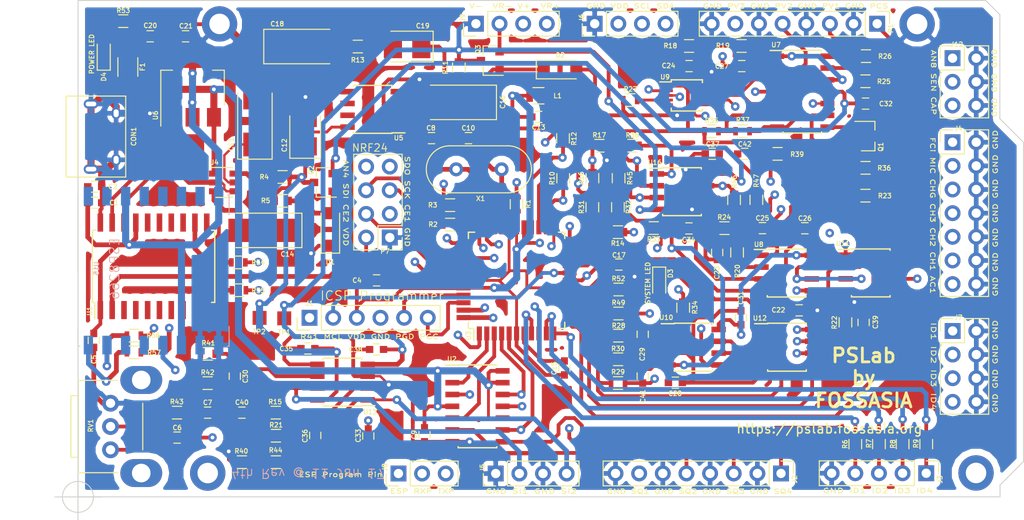
<source format=kicad_pcb>
(kicad_pcb (version 4) (host pcbnew 4.0.7-e1-6374~58~ubuntu14.04.1)
  (layers (0 F.Cu-L1 signal) (1 L2.PWR signal) (2 L3.GND signal) (31 B.Cu-L4 signal) (34 B.Paste user) (35 F.Paste user) (36 B.SilkS user) (37 F.SilkS user) (38 B.Mask user) (39 F.Mask user) (44 Edge.Cuts user))
  (net 0 "")
  (net 1 GND)
  (net 2 +5V)
  (net 3 Vdd)
  (net 4 "Net-(C14-Pad1)")
  (net 5 AVdd)
  (net 6 "Net-(C16-Pad2)")
  (net 7 V+)
  (net 8 V-)
  (net 9 /D-)
  (net 10 CS.E2)
  (net 11 SCK)
  (net 12 /SEN)
  (net 13 SCL)
  (net 14 SDA)
  (net 15 /TxD)
  (net 16 /RxD)
  (net 17 SDO)
  (net 18 /ID1)
  (net 19 /ID2)
  (net 20 /ID3)
  (net 21 /ID4)
  (net 22 SDI)
  (net 23 "Net-(Q1-Pad1)")
  (net 24 PVS2)
  (net 25 PVS1)
  (net 26 /SQR2)
  (net 27 /SQR1)
  (net 28 PVS3)
  (net 29 "Net-(Q1-Pad2)")
  (net 30 PCS)
  (net 31 /SQR4)
  (net 32 /SQR3)
  (net 33 /CAP)
  (net 34 CS.E1)
  (net 35 "Net-(R25-Pad2)")
  (net 36 "Net-(R28-Pad2)")
  (net 37 /ETxD)
  (net 38 /ERxD)
  (net 39 /MTxD)
  (net 40 /MRxD)
  (net 41 "Net-(C11-Pad1)")
  (net 42 "Net-(C14-Pad2)")
  (net 43 "Net-(C15-Pad1)")
  (net 44 "Net-(C16-Pad1)")
  (net 45 "Net-(C18-Pad2)")
  (net 46 VR-)
  (net 47 "Net-(C23-Pad1)")
  (net 48 "Net-(C23-Pad2)")
  (net 49 VR+)
  (net 50 "Net-(C29-Pad1)")
  (net 51 "Net-(C29-Pad2)")
  (net 52 RP41)
  (net 53 "Net-(R16-Pad1)")
  (net 54 "Net-(R18-Pad2)")
  (net 55 "Net-(R19-Pad2)")
  (net 56 "Net-(R27-Pad1)")
  (net 57 "Net-(R35-Pad2)")
  (net 58 "Net-(U2-Pad2)")
  (net 59 "Net-(U2-Pad5)")
  (net 60 CH1out)
  (net 61 CH2out)
  (net 62 CH3out)
  (net 63 "Net-(R46-Pad1)")
  (net 64 AN8)
  (net 65 MIC)
  (net 66 "Net-(C10-Pad2)")
  (net 67 MICout)
  (net 68 "/I/O Processing/DAC1")
  (net 69 "/I/O Processing/DAC2")
  (net 70 "/I/O Processing/DAC4")
  (net 71 "Net-(C6-Pad2)")
  (net 72 "Net-(C7-Pad1)")
  (net 73 "Net-(C30-Pad2)")
  (net 74 "Net-(C40-Pad1)")
  (net 75 SQ4)
  (net 76 /D+)
  (net 77 PGC2)
  (net 78 CH1)
  (net 79 ACH1)
  (net 80 CH2)
  (net 81 CH3)
  (net 82 "Net-(R22-Pad1)")
  (net 83 "Net-(R33-Pad2)")
  (net 84 "Net-(U11-Pad3)")
  (net 85 CS.CH2)
  (net 86 CS.CH1)
  (net 87 "Net-(R14-Pad2)")
  (net 88 PGD2)
  (net 89 AN4)
  (net 90 12MHz)
  (net 91 "Net-(C33-Pad2)")
  (net 92 "Net-(C36-Pad2)")
  (net 93 SINE1)
  (net 94 SQ3)
  (net 95 SINE2)
  (net 96 "Net-(C42-Pad1)")
  (net 97 "Net-(R10-Pad2)")
  (net 98 "Net-(R49-Pad1)")
  (net 99 "Net-(U10-Pad6)")
  (net 100 RP147)
  (net 101 /ESPROG)
  (net 102 "Net-(D3-Pad2)")
  (net 103 "Net-(D4-Pad2)")
  (net 104 CH3.GAIN)
  (net 105 "Net-(CON1-Pad1)")
  (net 106 "Net-(R43-Pad1)")
  (net 107 "Net-(D1-Pad2)")
  (net 108 "Net-(D2-Pad1)")
  (net 109 FCin)
  (net 110 MCLR)
  (net 111 "Net-(J3-Pad1)")
  (net 112 "Net-(J3-Pad2)")
  (net 113 "Net-(J3-Pad3)")
  (net 114 "Net-(J3-Pad4)")
  (module Potentiometers:Potentiometer_Alps_RK09K_Vertical (layer F.Cu-L1) (at 94.44 103.52 180)
    (fp_text reference RV1 (at 2.1336 -2.413 270) (layer F.SilkS) (effects (font (size 0.5 0.5) (thickness 0.1))))
    (fp_text value 47K)
    (pad 3 thru_hole circle (at 0 -5 180) (size 1.8 1.8) (drill 1) (layers *.Cu *.Mask) (net 71 "Net-(C6-Pad2)"))
    (pad 2 thru_hole circle (at 0 -2.5 180) (size 1.8 1.8) (drill 1) (layers *.Cu *.Mask) (net 106 "Net-(R43-Pad1)"))
    (pad 1 thru_hole circle (at 0 0 180) (size 1.8 1.8) (drill 1) (layers *.Cu *.Mask) (net 1 GND))
    (pad 0 thru_hole oval (at -3.3 -7.5 180) (size 4.5 3) (drill 2) (layers *.Cu *.Mask))
    (pad 0 thru_hole oval (at -3.3 2.5 180) (size 4.5 3) (drill 2) (layers *.Cu *.Mask))
  )
  (module Resistors_SMD:R_0603 (layer F.Cu-L1) (at 112.21 107.01 180)
    (fp_text reference R21 (at -0.02 1.15 180) (layer F.SilkS) (effects (font (size 0.5 0.5) (thickness 0.1))))
    (fp_text value 10K)
    (pad 1 smd rect (at -0.75 0 180) (size 0.5 0.9) (layers F.Cu-L1 F.Paste F.Mask) (net 95 SINE2))
    (pad 2 smd rect (at 0.75 0 180) (size 0.5 0.9) (layers F.Cu-L1 F.Paste F.Mask) (net 74 "Net-(C40-Pad1)"))
  )
  (module Housings_SOIC:SOIC-8_3.9x4.9mm_Pitch1.27mm (layer F.Cu-L1) (at 157.07 97.5)
    (fp_text reference U10 (at -2.93 -3.19 180) (layer F.SilkS) (effects (font (size 0.5 0.5) (thickness 0.1))))
    (fp_text value TL082)
    (pad 1 smd rect (at -2.7 -1.905) (size 1.55 0.6) (layers F.Cu-L1 F.Paste F.Mask) (net 50 "Net-(C29-Pad1)"))
    (pad 2 smd rect (at -2.7 -0.635) (size 1.55 0.6) (layers F.Cu-L1 F.Paste F.Mask) (net 51 "Net-(C29-Pad2)"))
    (pad 3 smd rect (at -2.7 0.635) (size 1.55 0.6) (layers F.Cu-L1 F.Paste F.Mask) (net 1 GND))
    (pad 4 smd rect (at -2.7 1.905) (size 1.55 0.6) (layers F.Cu-L1 F.Paste F.Mask) (net 46 VR-))
    (pad 5 smd rect (at 2.7 1.905) (size 1.55 0.6) (layers F.Cu-L1 F.Paste F.Mask) (net 53 "Net-(R16-Pad1)"))
    (pad 6 smd rect (at 2.7 0.635) (size 1.55 0.6) (layers F.Cu-L1 F.Paste F.Mask) (net 99 "Net-(U10-Pad6)"))
    (pad 7 smd rect (at 2.7 -0.635) (size 1.55 0.6) (layers F.Cu-L1 F.Paste F.Mask) (net 99 "Net-(U10-Pad6)"))
    (pad 8 smd rect (at 2.7 -1.905) (size 1.55 0.6) (layers F.Cu-L1 F.Paste F.Mask) (net 49 VR+))
  )
  (module Housings_SOIC:SOIC-20W_7.5x12.8mm_Pitch1.27mm (layer F.Cu-L1) (at 99.06 88.81 90)
    (fp_text reference U1 (at -4.81 -6.86 90) (layer F.SilkS) (effects (font (size 0.5 0.5) (thickness 0.1))))
    (fp_text value MCP2200)
    (pad 1 smd rect (at -4.7 -5.715 90) (size 1.95 0.6) (layers F.Cu-L1 F.Paste F.Mask) (net 3 Vdd))
    (pad 2 smd rect (at -4.7 -4.445 90) (size 1.95 0.6) (layers F.Cu-L1 F.Paste F.Mask) (net 90 12MHz))
    (pad 3 smd rect (at -4.7 -3.175 90) (size 1.95 0.6) (layers F.Cu-L1 F.Paste F.Mask))
    (pad 4 smd rect (at -4.7 -1.905 90) (size 1.95 0.6) (layers F.Cu-L1 F.Paste F.Mask))
    (pad 5 smd rect (at -4.7 -0.635 90) (size 1.95 0.6) (layers F.Cu-L1 F.Paste F.Mask))
    (pad 6 smd rect (at -4.7 0.635 90) (size 1.95 0.6) (layers F.Cu-L1 F.Paste F.Mask))
    (pad 7 smd rect (at -4.7 1.905 90) (size 1.95 0.6) (layers F.Cu-L1 F.Paste F.Mask))
    (pad 8 smd rect (at -4.7 3.175 90) (size 1.95 0.6) (layers F.Cu-L1 F.Paste F.Mask))
    (pad 9 smd rect (at -4.7 4.445 90) (size 1.95 0.6) (layers F.Cu-L1 F.Paste F.Mask))
    (pad 10 smd rect (at -4.7 5.715 90) (size 1.95 0.6) (layers F.Cu-L1 F.Paste F.Mask) (net 39 /MTxD))
    (pad 11 smd rect (at 4.7 5.715 90) (size 1.95 0.6) (layers F.Cu-L1 F.Paste F.Mask))
    (pad 12 smd rect (at 4.7 4.445 90) (size 1.95 0.6) (layers F.Cu-L1 F.Paste F.Mask) (net 40 /MRxD))
    (pad 13 smd rect (at 4.7 3.175 90) (size 1.95 0.6) (layers F.Cu-L1 F.Paste F.Mask))
    (pad 14 smd rect (at 4.7 1.905 90) (size 1.95 0.6) (layers F.Cu-L1 F.Paste F.Mask))
    (pad 15 smd rect (at 4.7 0.635 90) (size 1.95 0.6) (layers F.Cu-L1 F.Paste F.Mask))
    (pad 16 smd rect (at 4.7 -0.635 90) (size 1.95 0.6) (layers F.Cu-L1 F.Paste F.Mask))
    (pad 17 smd rect (at 4.7 -1.905 90) (size 1.95 0.6) (layers F.Cu-L1 F.Paste F.Mask) (net 3 Vdd))
    (pad 18 smd rect (at 4.7 -3.175 90) (size 1.95 0.6) (layers F.Cu-L1 F.Paste F.Mask) (net 9 /D-))
    (pad 19 smd rect (at 4.7 -4.445 90) (size 1.95 0.6) (layers F.Cu-L1 F.Paste F.Mask) (net 76 /D+))
    (pad 20 smd rect (at 4.7 -5.715 90) (size 1.95 0.6) (layers F.Cu-L1 F.Paste F.Mask) (net 1 GND))
  )
  (module Housings_QFP:TQFP-44_10x10mm_Pitch0.8mm (layer F.Cu-L1) (at 138.06 90.32 90)
    (fp_text reference U3 (at -5.94 -5.16 90) (layer F.SilkS) (effects (font (size 0.5 0.5) (thickness 0.1))))
    (fp_text value PIC24EP256GP204)
    (pad 1 smd rect (at -5.7 -4 90) (size 1.5 0.55) (layers F.Cu-L1 F.Paste F.Mask) (net 52 RP41))
    (pad 2 smd rect (at -5.7 -3.2 90) (size 1.5 0.55) (layers F.Cu-L1 F.Paste F.Mask) (net 58 "Net-(U2-Pad2)"))
    (pad 3 smd rect (at -5.7 -2.4 90) (size 1.5 0.55) (layers F.Cu-L1 F.Paste F.Mask) (net 59 "Net-(U2-Pad5)"))
    (pad 4 smd rect (at -5.7 -1.6 90) (size 1.5 0.55) (layers F.Cu-L1 F.Paste F.Mask) (net 94 SQ3))
    (pad 5 smd rect (at -5.7 -0.8 90) (size 1.5 0.55) (layers F.Cu-L1 F.Paste F.Mask) (net 75 SQ4))
    (pad 6 smd rect (at -5.7 0 90) (size 1.5 0.55) (layers F.Cu-L1 F.Paste F.Mask) (net 1 GND))
    (pad 7 smd rect (at -5.7 0.8 90) (size 1.5 0.55) (layers F.Cu-L1 F.Paste F.Mask) (net 43 "Net-(C15-Pad1)"))
    (pad 8 smd rect (at -5.7 1.6 90) (size 1.5 0.55) (layers F.Cu-L1 F.Paste F.Mask) (net 18 /ID1))
    (pad 9 smd rect (at -5.7 2.4 90) (size 1.5 0.55) (layers F.Cu-L1 F.Paste F.Mask) (net 19 /ID2))
    (pad 10 smd rect (at -5.7 3.2 90) (size 1.5 0.55) (layers F.Cu-L1 F.Paste F.Mask) (net 20 /ID3))
    (pad 11 smd rect (at -5.7 4 90) (size 1.5 0.55) (layers F.Cu-L1 F.Paste F.Mask) (net 21 /ID4))
    (pad 12 smd rect (at -4 5.7 180) (size 1.5 0.55) (layers F.Cu-L1 F.Paste F.Mask) (net 86 CS.CH1))
    (pad 13 smd rect (at -3.2 5.7 180) (size 1.5 0.55) (layers F.Cu-L1 F.Paste F.Mask) (net 85 CS.CH2))
    (pad 14 smd rect (at -2.4 5.7 180) (size 1.5 0.55) (layers F.Cu-L1 F.Paste F.Mask) (net 98 "Net-(R49-Pad1)"))
    (pad 15 smd rect (at -1.6 5.7 180) (size 1.5 0.55) (layers F.Cu-L1 F.Paste F.Mask) (net 100 RP147))
    (pad 16 smd rect (at -0.8 5.7 180) (size 1.5 0.55) (layers F.Cu-L1 F.Paste F.Mask) (net 1 GND))
    (pad 17 smd rect (at 0 5.7 180) (size 1.5 0.55) (layers F.Cu-L1 F.Paste F.Mask) (net 5 AVdd))
    (pad 18 smd rect (at 0.8 5.7 180) (size 1.5 0.55) (layers F.Cu-L1 F.Paste F.Mask) (net 110 MCLR))
    (pad 19 smd rect (at 1.6 5.7 180) (size 1.5 0.55) (layers F.Cu-L1 F.Paste F.Mask) (net 61 CH2out))
    (pad 20 smd rect (at 2.4 5.7 180) (size 1.5 0.55) (layers F.Cu-L1 F.Paste F.Mask) (net 62 CH3out))
    (pad 21 smd rect (at 3.2 5.7 180) (size 1.5 0.55) (layers F.Cu-L1 F.Paste F.Mask) (net 67 MICout))
    (pad 22 smd rect (at 4 5.7 180) (size 1.5 0.55) (layers F.Cu-L1 F.Paste F.Mask) (net 60 CH1out))
    (pad 23 smd rect (at 5.7 4 90) (size 1.5 0.55) (layers F.Cu-L1 F.Paste F.Mask) (net 89 AN4))
    (pad 24 smd rect (at 5.7 3.2 90) (size 1.5 0.55) (layers F.Cu-L1 F.Paste F.Mask) (net 33 /CAP))
    (pad 25 smd rect (at 5.7 2.4 90) (size 1.5 0.55) (layers F.Cu-L1 F.Paste F.Mask) (net 97 "Net-(R10-Pad2)"))
    (pad 26 smd rect (at 5.7 1.6 90) (size 1.5 0.55) (layers F.Cu-L1 F.Paste F.Mask) (net 12 /SEN))
    (pad 27 smd rect (at 5.7 0.8 90) (size 1.5 0.55) (layers F.Cu-L1 F.Paste F.Mask) (net 64 AN8))
    (pad 28 smd rect (at 5.7 0 90) (size 1.5 0.55) (layers F.Cu-L1 F.Paste F.Mask) (net 3 Vdd))
    (pad 29 smd rect (at 5.7 -0.8 90) (size 1.5 0.55) (layers F.Cu-L1 F.Paste F.Mask) (net 1 GND))
    (pad 30 smd rect (at 5.7 -1.6 90) (size 1.5 0.55) (layers F.Cu-L1 F.Paste F.Mask) (net 66 "Net-(C10-Pad2)"))
    (pad 31 smd rect (at 5.7 -2.4 90) (size 1.5 0.55) (layers F.Cu-L1 F.Paste F.Mask) (net 90 12MHz))
    (pad 32 smd rect (at 5.7 -3.2 90) (size 1.5 0.55) (layers F.Cu-L1 F.Paste F.Mask) (net 14 SDA))
    (pad 33 smd rect (at 5.7 -4 90) (size 1.5 0.55) (layers F.Cu-L1 F.Paste F.Mask) (net 13 SCL))
    (pad 34 smd rect (at 4 -5.7 180) (size 1.5 0.55) (layers F.Cu-L1 F.Paste F.Mask) (net 17 SDO))
    (pad 35 smd rect (at 3.2 -5.7 180) (size 1.5 0.55) (layers F.Cu-L1 F.Paste F.Mask) (net 22 SDI))
    (pad 36 smd rect (at 2.4 -5.7 180) (size 1.5 0.55) (layers F.Cu-L1 F.Paste F.Mask) (net 11 SCK))
    (pad 37 smd rect (at 1.6 -5.7 180) (size 1.5 0.55) (layers F.Cu-L1 F.Paste F.Mask) (net 10 CS.E2))
    (pad 38 smd rect (at 0.8 -5.7 180) (size 1.5 0.55) (layers F.Cu-L1 F.Paste F.Mask) (net 34 CS.E1))
    (pad 39 smd rect (at 0 -5.7 180) (size 1.5 0.55) (layers F.Cu-L1 F.Paste F.Mask) (net 1 GND))
    (pad 40 smd rect (at -0.8 -5.7 180) (size 1.5 0.55) (layers F.Cu-L1 F.Paste F.Mask) (net 3 Vdd))
    (pad 41 smd rect (at -1.6 -5.7 180) (size 1.5 0.55) (layers F.Cu-L1 F.Paste F.Mask) (net 88 PGD2))
    (pad 42 smd rect (at -2.4 -5.7 180) (size 1.5 0.55) (layers F.Cu-L1 F.Paste F.Mask) (net 77 PGC2))
    (pad 43 smd rect (at -3.2 -5.7 180) (size 1.5 0.55) (layers F.Cu-L1 F.Paste F.Mask) (net 16 /RxD))
    (pad 44 smd rect (at -4 -5.7 180) (size 1.5 0.55) (layers F.Cu-L1 F.Paste F.Mask) (net 15 /TxD))
  )
  (module Capacitors_Tantalum_SMD:CP_Tantalum_Case-C_EIA-6032-28_Reflow (layer F.Cu-L1) (at 109.95 73.2 90)
    (fp_text reference C11 (at -2.5 -2.55 90) (layer F.SilkS) (effects (font (size 0.5 0.5) (thickness 0.1))))
    (fp_text value 100u)
    (pad 1 smd rect (at -2.525 0 90) (size 2.55 2.5) (layers F.Cu-L1 F.Paste F.Mask) (net 41 "Net-(C11-Pad1)"))
    (pad 2 smd rect (at 2.525 0 90) (size 2.55 2.5) (layers F.Cu-L1 F.Paste F.Mask) (net 1 GND))
  )
  (module Capacitors_Tantalum_SMD:CP_Tantalum_Case-C_EIA-6032-28_Reflow (layer F.Cu-L1) (at 110.9 84.95 180)
    (fp_text reference C14 (at -2.54 -2.56 180) (layer F.SilkS) (effects (font (size 0.5 0.5) (thickness 0.1))))
    (fp_text value 100u)
    (pad 1 smd rect (at -2.525 0 180) (size 2.55 2.5) (layers F.Cu-L1 F.Paste F.Mask) (net 4 "Net-(C14-Pad1)"))
    (pad 2 smd rect (at 2.525 0 180) (size 2.55 2.5) (layers F.Cu-L1 F.Paste F.Mask) (net 42 "Net-(C14-Pad2)"))
  )
  (module Capacitors_Tantalum_SMD:CP_Tantalum_Case-C_EIA-6032-28_Reflow (layer F.Cu-L1) (at 131.8 71.2 180)
    (fp_text reference C16 (at -4.77 0.04 270) (layer F.SilkS) (effects (font (size 0.5 0.5) (thickness 0.1))))
    (fp_text value 100u)
    (pad 1 smd rect (at -2.525 0 180) (size 2.55 2.5) (layers F.Cu-L1 F.Paste F.Mask) (net 44 "Net-(C16-Pad1)"))
    (pad 2 smd rect (at 2.525 0 180) (size 2.55 2.5) (layers F.Cu-L1 F.Paste F.Mask) (net 6 "Net-(C16-Pad2)"))
  )
  (module Capacitors_Tantalum_SMD:CP_Tantalum_Case-C_EIA-6032-28_Reflow (layer F.Cu-L1) (at 115 65.2)
    (fp_text reference C18 (at -2.65 -2.43) (layer F.SilkS) (effects (font (size 0.5 0.5) (thickness 0.1))))
    (fp_text value 100u)
    (pad 1 smd rect (at -2.525 0) (size 2.55 2.5) (layers F.Cu-L1 F.Paste F.Mask) (net 1 GND))
    (pad 2 smd rect (at 2.525 0) (size 2.55 2.5) (layers F.Cu-L1 F.Paste F.Mask) (net 45 "Net-(C18-Pad2)"))
  )
  (module Diodes_SMD:D_MiniMELF (layer F.Cu-L1) (at 118.05 84.85 90)
    (fp_text reference D1 (at -3.5 0 180) (layer F.SilkS) (effects (font (size 0.5 0.5) (thickness 0.1))))
    (fp_text value 6V8)
    (pad 1 smd rect (at -1.75 0 90) (size 1.3 1.7) (layers F.Cu-L1 F.Paste F.Mask) (net 1 GND))
    (pad 2 smd rect (at 1.75 0 90) (size 1.3 1.7) (layers F.Cu-L1 F.Paste F.Mask) (net 107 "Net-(D1-Pad2)"))
  )
  (module Diodes_SMD:D_MiniMELF (layer F.Cu-L1) (at 142.73 67.67)
    (fp_text reference D2 (at 0.03 -1.54) (layer F.SilkS) (effects (font (size 0.5 0.5) (thickness 0.1))))
    (fp_text value 6V8)
    (pad 1 smd rect (at -1.75 0) (size 1.3 1.7) (layers F.Cu-L1 F.Paste F.Mask) (net 108 "Net-(D2-Pad1)"))
    (pad 2 smd rect (at 1.75 0) (size 1.3 1.7) (layers F.Cu-L1 F.Paste F.Mask) (net 1 GND))
  )
  (module LEDs:LED_0805 (layer F.Cu-L1) (at 153.38 90.69 270)
    (fp_text reference D3 (at -1.11 -1.21 270) (layer F.SilkS) (effects (font (size 0.5 0.5) (thickness 0.1))))
    (fp_text value LED)
    (pad 2 smd rect (at 1.1 0 90) (size 1.2 1.2) (layers F.Cu-L1 F.Paste F.Mask) (net 102 "Net-(D3-Pad2)"))
    (pad 1 smd rect (at -1.1 0 90) (size 1.2 1.2) (layers F.Cu-L1 F.Paste F.Mask) (net 1 GND))
  )
  (module LEDs:LED_0805 (layer F.Cu-L1) (at 93.71 65.94 90)
    (fp_text reference D4 (at -2.51 0 90) (layer F.SilkS) (effects (font (size 0.5 0.5) (thickness 0.1))))
    (fp_text value LED)
    (pad 2 smd rect (at 1.1 0 270) (size 1.2 1.2) (layers F.Cu-L1 F.Paste F.Mask) (net 103 "Net-(D4-Pad2)"))
    (pad 1 smd rect (at -1.1 0 270) (size 1.2 1.2) (layers F.Cu-L1 F.Paste F.Mask) (net 1 GND))
  )
  (module Fuse_Holders_and_Fuses:Fuse_SMD1206_Reflow (layer F.Cu-L1) (at 96.3 67.4 90)
    (fp_text reference F1 (at 0.01 1.57 270) (layer F.SilkS) (effects (font (size 0.5 0.5) (thickness 0.1))))
    (fp_text value 0.5A)
    (pad 1 smd rect (at -1.2 0 180) (size 2.03 1.14) (layers F.Cu-L1 F.Paste F.Mask) (net 105 "Net-(CON1-Pad1)"))
    (pad 2 smd rect (at 1.2 0 180) (size 2.03 1.14) (layers F.Cu-L1 F.Paste F.Mask) (net 2 +5V))
  )
  (module Inductors_SMD:L_0805 (layer F.Cu-L1) (at 140.41 70.49 180)
    (fp_text reference L1 (at -2.06 0 180) (layer F.SilkS) (effects (font (size 0.5 0.5) (thickness 0.1))))
    (fp_text value 10uH)
    (pad 1 smd rect (at -0.95 0 180) (size 0.7 1.3) (layers F.Cu-L1 F.Paste F.Mask) (net 5 AVdd))
    (pad 2 smd rect (at 0.95 0 180) (size 0.7 1.3) (layers F.Cu-L1 F.Paste F.Mask) (net 3 Vdd))
  )
  (module Mounting_Holes:MountingHole_2.2mm_M2_ISO14580_Pad (layer F.Cu-L1) (at 104.88 111.02)
    (fp_text reference MH1 (at -0.03 0.08) (layer F.SilkS) (effects (font (size 0.5 0.5) (thickness 0.1))))
    (fp_text value M)
    (pad 1 thru_hole circle (at 0 0) (size 3.8 3.8) (drill 2.2) (layers *.Cu *.Mask))
  )
  (module Mounting_Holes:MountingHole_2.2mm_M2_ISO14580_Pad (layer F.Cu-L1) (at 106.15 62.77)
    (fp_text reference MH3 (at 0.02 0.04) (layer F.SilkS) (effects (font (size 0.5 0.5) (thickness 0.1))))
    (fp_text value M)
    (pad 1 thru_hole circle (at 0 0) (size 3.8 3.8) (drill 2.2) (layers *.Cu *.Mask) (net 1 GND))
  )
  (module Mounting_Holes:MountingHole_2.2mm_M2_ISO14580_Pad (layer F.Cu-L1) (at 187.42 111.01)
    (fp_text reference MH4 (at -0.08 0.01) (layer F.SilkS) (effects (font (size 0.5 0.5) (thickness 0.1))))
    (fp_text value M)
    (pad 1 thru_hole circle (at 0 0) (size 3.8 3.8) (drill 2.2) (layers *.Cu *.Mask))
  )
  (module TO_SOT_Packages_SMD:SOT-23 (layer F.Cu-L1) (at 175.8 74.82)
    (fp_text reference Q1 (at 1.39 1.16 90) (layer F.SilkS) (effects (font (size 0.5 0.5) (thickness 0.1))))
    (fp_text value MMBT3906)
    (pad 1 smd rect (at -1 -0.95) (size 0.9 0.8) (layers F.Cu-L1 F.Paste F.Mask) (net 23 "Net-(Q1-Pad1)"))
    (pad 2 smd rect (at -1 0.95) (size 0.9 0.8) (layers F.Cu-L1 F.Paste F.Mask) (net 29 "Net-(Q1-Pad2)"))
    (pad 3 smd rect (at 1 0) (size 0.9 0.8) (layers F.Cu-L1 F.Paste F.Mask) (net 30 PCS))
  )
  (module Housings_SOIC:SOIC-14_3.9x8.7mm_Pitch1.27mm (layer F.Cu-L1) (at 133.86 103.85)
    (fp_text reference U2 (at -2.75 -5.075) (layer F.SilkS) (effects (font (size 0.5 0.5) (thickness 0.1))))
    (fp_text value 74HC126)
    (pad 1 smd rect (at -2.7 -3.81) (size 1.5 0.6) (layers F.Cu-L1 F.Paste F.Mask) (net 2 +5V))
    (pad 2 smd rect (at -2.7 -2.54) (size 1.5 0.6) (layers F.Cu-L1 F.Paste F.Mask) (net 58 "Net-(U2-Pad2)"))
    (pad 3 smd rect (at -2.7 -1.27) (size 1.5 0.6) (layers F.Cu-L1 F.Paste F.Mask) (net 27 /SQR1))
    (pad 4 smd rect (at -2.7 0) (size 1.5 0.6) (layers F.Cu-L1 F.Paste F.Mask) (net 2 +5V))
    (pad 5 smd rect (at -2.7 1.27) (size 1.5 0.6) (layers F.Cu-L1 F.Paste F.Mask) (net 59 "Net-(U2-Pad5)"))
    (pad 6 smd rect (at -2.7 2.54) (size 1.5 0.6) (layers F.Cu-L1 F.Paste F.Mask) (net 26 /SQR2))
    (pad 7 smd rect (at -2.7 3.81) (size 1.5 0.6) (layers F.Cu-L1 F.Paste F.Mask) (net 1 GND))
    (pad 8 smd rect (at 2.7 3.81) (size 1.5 0.6) (layers F.Cu-L1 F.Paste F.Mask) (net 31 /SQR4))
    (pad 9 smd rect (at 2.7 2.54) (size 1.5 0.6) (layers F.Cu-L1 F.Paste F.Mask) (net 75 SQ4))
    (pad 10 smd rect (at 2.7 1.27) (size 1.5 0.6) (layers F.Cu-L1 F.Paste F.Mask) (net 2 +5V))
    (pad 11 smd rect (at 2.7 0) (size 1.5 0.6) (layers F.Cu-L1 F.Paste F.Mask) (net 32 /SQR3))
    (pad 12 smd rect (at 2.7 -1.27) (size 1.5 0.6) (layers F.Cu-L1 F.Paste F.Mask) (net 94 SQ3))
    (pad 13 smd rect (at 2.7 -2.54) (size 1.5 0.6) (layers F.Cu-L1 F.Paste F.Mask) (net 2 +5V))
    (pad 14 smd rect (at 2.7 -3.81) (size 1.5 0.6) (layers F.Cu-L1 F.Paste F.Mask) (net 2 +5V))
  )
  (module TO_SOT_Packages_SMD:SOT-23-6 (layer F.Cu-L1) (at 106.65 79.8)
    (fp_text reference U4 (at -1.1 -2.15) (layer F.SilkS) (effects (font (size 0.5 0.5) (thickness 0.1))))
    (fp_text value TC1240A)
    (pad 1 smd rect (at -1.1 -0.95) (size 1.06 0.65) (layers F.Cu-L1 F.Paste F.Mask) (net 2 +5V))
    (pad 2 smd rect (at -1.1 0) (size 1.06 0.65) (layers F.Cu-L1 F.Paste F.Mask) (net 1 GND))
    (pad 3 smd rect (at -1.1 0.95) (size 1.06 0.65) (layers F.Cu-L1 F.Paste F.Mask) (net 42 "Net-(C14-Pad2)"))
    (pad 4 smd rect (at 1.1 0.95) (size 1.06 0.65) (layers F.Cu-L1 F.Paste F.Mask) (net 1 GND))
    (pad 6 smd rect (at 1.1 -0.95) (size 1.06 0.65) (layers F.Cu-L1 F.Paste F.Mask) (net 4 "Net-(C14-Pad1)"))
    (pad 5 smd rect (at 1.1 0) (size 1.06 0.65) (layers F.Cu-L1 F.Paste F.Mask) (net 41 "Net-(C11-Pad1)"))
  )
  (module Housings_SOIC:SOIC-8_3.9x4.9mm_Pitch1.27mm (layer F.Cu-L1) (at 122.6 71.95 180)
    (fp_text reference U5 (at -2.79 -3.07 360) (layer F.SilkS) (effects (font (size 0.5 0.5) (thickness 0.1))))
    (fp_text value 7660)
    (pad 1 smd rect (at -2.7 -1.905 180) (size 1.55 0.6) (layers F.Cu-L1 F.Paste F.Mask))
    (pad 2 smd rect (at -2.7 -0.635 180) (size 1.55 0.6) (layers F.Cu-L1 F.Paste F.Mask) (net 44 "Net-(C16-Pad1)"))
    (pad 3 smd rect (at -2.7 0.635 180) (size 1.55 0.6) (layers F.Cu-L1 F.Paste F.Mask) (net 1 GND))
    (pad 4 smd rect (at -2.7 1.905 180) (size 1.55 0.6) (layers F.Cu-L1 F.Paste F.Mask) (net 6 "Net-(C16-Pad2)"))
    (pad 5 smd rect (at 2.7 1.905 180) (size 1.55 0.6) (layers F.Cu-L1 F.Paste F.Mask) (net 45 "Net-(C18-Pad2)"))
    (pad 6 smd rect (at 2.7 0.635 180) (size 1.55 0.6) (layers F.Cu-L1 F.Paste F.Mask))
    (pad 7 smd rect (at 2.7 -0.635 180) (size 1.55 0.6) (layers F.Cu-L1 F.Paste F.Mask))
    (pad 8 smd rect (at 2.7 -1.905 180) (size 1.55 0.6) (layers F.Cu-L1 F.Paste F.Mask) (net 41 "Net-(C11-Pad1)"))
  )
  (module TO_SOT_Packages_SMD:SOT-223 (layer F.Cu-L1) (at 103.25 69.65 90)
    (fp_text reference U6 (at -2.94 -3.98 270) (layer F.SilkS) (effects (font (size 0.5 0.5) (thickness 0.1))))
    (fp_text value LM1117-3.3)
    (pad 4 smd rect (at 3.15 0 90) (size 2 3.8) (layers F.Cu-L1 F.Paste F.Mask) (net 3 Vdd))
    (pad 2 smd rect (at -3.15 0 90) (size 2 1.5) (layers F.Cu-L1 F.Paste F.Mask) (net 3 Vdd))
    (pad 3 smd rect (at -3.15 2.3 90) (size 2 1.5) (layers F.Cu-L1 F.Paste F.Mask) (net 2 +5V))
    (pad 1 smd rect (at -3.15 -2.3 90) (size 2 1.5) (layers F.Cu-L1 F.Paste F.Mask) (net 1 GND))
  )
  (module Housings_SOIC:SOIC-14_3.9x8.7mm_Pitch1.27mm (layer F.Cu-L1) (at 168.75 70.05)
    (fp_text reference U7 (at -2.81 -5.03) (layer F.SilkS) (effects (font (size 0.5 0.5) (thickness 0.1))))
    (fp_text value LM324)
    (pad 1 smd rect (at -2.7 -3.81) (size 1.5 0.6) (layers F.Cu-L1 F.Paste F.Mask) (net 55 "Net-(R19-Pad2)"))
    (pad 2 smd rect (at -2.7 -2.54) (size 1.5 0.6) (layers F.Cu-L1 F.Paste F.Mask) (net 54 "Net-(R18-Pad2)"))
    (pad 3 smd rect (at -2.7 -1.27) (size 1.5 0.6) (layers F.Cu-L1 F.Paste F.Mask) (net 68 "/I/O Processing/DAC1"))
    (pad 4 smd rect (at -2.7 0) (size 1.5 0.6) (layers F.Cu-L1 F.Paste F.Mask) (net 7 V+))
    (pad 5 smd rect (at -2.7 1.27) (size 1.5 0.6) (layers F.Cu-L1 F.Paste F.Mask) (net 69 "/I/O Processing/DAC2"))
    (pad 6 smd rect (at -2.7 2.54) (size 1.5 0.6) (layers F.Cu-L1 F.Paste F.Mask) (net 57 "Net-(R35-Pad2)"))
    (pad 7 smd rect (at -2.7 3.81) (size 1.5 0.6) (layers F.Cu-L1 F.Paste F.Mask) (net 24 PVS2))
    (pad 8 smd rect (at 2.7 3.81) (size 1.5 0.6) (layers F.Cu-L1 F.Paste F.Mask) (net 23 "Net-(Q1-Pad1)"))
    (pad 9 smd rect (at 2.7 2.54) (size 1.5 0.6) (layers F.Cu-L1 F.Paste F.Mask) (net 29 "Net-(Q1-Pad2)"))
    (pad 10 smd rect (at 2.7 1.27) (size 1.5 0.6) (layers F.Cu-L1 F.Paste F.Mask) (net 70 "/I/O Processing/DAC4"))
    (pad 11 smd rect (at 2.7 0) (size 1.5 0.6) (layers F.Cu-L1 F.Paste F.Mask) (net 8 V-))
    (pad 12 smd rect (at 2.7 -1.27) (size 1.5 0.6) (layers F.Cu-L1 F.Paste F.Mask) (net 55 "Net-(R19-Pad2)"))
    (pad 13 smd rect (at 2.7 -2.54) (size 1.5 0.6) (layers F.Cu-L1 F.Paste F.Mask) (net 35 "Net-(R25-Pad2)"))
    (pad 14 smd rect (at 2.7 -3.81) (size 1.5 0.6) (layers F.Cu-L1 F.Paste F.Mask) (net 25 PVS1))
  )
  (module Housings_SOIC:SOIC-8_3.9x4.9mm_Pitch1.27mm (layer F.Cu-L1) (at 167.07 89.53)
    (fp_text reference U8 (at -2.99 -3.07) (layer F.SilkS) (effects (font (size 0.5 0.5) (thickness 0.1))))
    (fp_text value TL082)
    (pad 1 smd rect (at -2.7 -1.905) (size 1.55 0.6) (layers F.Cu-L1 F.Paste F.Mask) (net 47 "Net-(C23-Pad1)"))
    (pad 2 smd rect (at -2.7 -0.635) (size 1.55 0.6) (layers F.Cu-L1 F.Paste F.Mask) (net 48 "Net-(C23-Pad2)"))
    (pad 3 smd rect (at -2.7 0.635) (size 1.55 0.6) (layers F.Cu-L1 F.Paste F.Mask) (net 1 GND))
    (pad 4 smd rect (at -2.7 1.905) (size 1.55 0.6) (layers F.Cu-L1 F.Paste F.Mask) (net 46 VR-))
    (pad 5 smd rect (at 2.7 1.905) (size 1.55 0.6) (layers F.Cu-L1 F.Paste F.Mask) (net 53 "Net-(R16-Pad1)"))
    (pad 6 smd rect (at 2.7 0.635) (size 1.55 0.6) (layers F.Cu-L1 F.Paste F.Mask) (net 84 "Net-(U11-Pad3)"))
    (pad 7 smd rect (at 2.7 -0.635) (size 1.55 0.6) (layers F.Cu-L1 F.Paste F.Mask) (net 84 "Net-(U11-Pad3)"))
    (pad 8 smd rect (at 2.7 -1.905) (size 1.55 0.6) (layers F.Cu-L1 F.Paste F.Mask) (net 49 VR+))
  )
  (module Housings_SSOP:MSOP-10_3x3mm_Pitch0.5mm (layer F.Cu-L1) (at 156.35 70.45)
    (fp_text reference U9 (at -2.34 -1.98) (layer F.SilkS) (effects (font (size 0.5 0.5) (thickness 0.1))))
    (fp_text value MCP4728)
    (pad 1 smd rect (at -2.2 -1) (size 1.4 0.3) (layers F.Cu-L1 F.Paste F.Mask) (net 5 AVdd))
    (pad 2 smd rect (at -2.2 -0.5) (size 1.4 0.3) (layers F.Cu-L1 F.Paste F.Mask) (net 13 SCL))
    (pad 3 smd rect (at -2.2 0) (size 1.4 0.3) (layers F.Cu-L1 F.Paste F.Mask) (net 14 SDA))
    (pad 4 smd rect (at -2.2 0.5) (size 1.4 0.3) (layers F.Cu-L1 F.Paste F.Mask) (net 56 "Net-(R27-Pad1)"))
    (pad 5 smd rect (at -2.2 1) (size 1.4 0.3) (layers F.Cu-L1 F.Paste F.Mask))
    (pad 6 smd rect (at 2.2 1) (size 1.4 0.3) (layers F.Cu-L1 F.Paste F.Mask) (net 70 "/I/O Processing/DAC4"))
    (pad 7 smd rect (at 2.2 0.5) (size 1.4 0.3) (layers F.Cu-L1 F.Paste F.Mask) (net 28 PVS3))
    (pad 8 smd rect (at 2.2 0) (size 1.4 0.3) (layers F.Cu-L1 F.Paste F.Mask) (net 69 "/I/O Processing/DAC2"))
    (pad 9 smd rect (at 2.2 -0.5) (size 1.4 0.3) (layers F.Cu-L1 F.Paste F.Mask) (net 68 "/I/O Processing/DAC1"))
    (pad 10 smd rect (at 2.2 -1) (size 1.4 0.3) (layers F.Cu-L1 F.Paste F.Mask) (net 1 GND))
  )
  (module Housings_SOIC:SOIC-8_3.9x4.9mm_Pitch1.27mm (layer F.Cu-L1) (at 176.11 89.52)
    (fp_text reference U11 (at -2.99 -3.16) (layer F.SilkS) (effects (font (size 0.5 0.5) (thickness 0.1))))
    (fp_text value 6S21)
    (pad 1 smd rect (at -2.7 -1.905) (size 1.55 0.6) (layers F.Cu-L1 F.Paste F.Mask) (net 60 CH1out))
    (pad 2 smd rect (at -2.7 -0.635) (size 1.55 0.6) (layers F.Cu-L1 F.Paste F.Mask) (net 82 "Net-(R22-Pad1)"))
    (pad 3 smd rect (at -2.7 0.635) (size 1.55 0.6) (layers F.Cu-L1 F.Paste F.Mask) (net 84 "Net-(U11-Pad3)"))
    (pad 4 smd rect (at -2.7 1.905) (size 1.55 0.6) (layers F.Cu-L1 F.Paste F.Mask) (net 1 GND))
    (pad 5 smd rect (at 2.7 1.905) (size 1.55 0.6) (layers F.Cu-L1 F.Paste F.Mask) (net 86 CS.CH1))
    (pad 6 smd rect (at 2.7 0.635) (size 1.55 0.6) (layers F.Cu-L1 F.Paste F.Mask) (net 17 SDO))
    (pad 7 smd rect (at 2.7 -0.635) (size 1.55 0.6) (layers F.Cu-L1 F.Paste F.Mask) (net 11 SCK))
    (pad 8 smd rect (at 2.7 -1.905) (size 1.55 0.6) (layers F.Cu-L1 F.Paste F.Mask) (net 5 AVdd))
  )
  (module Housings_SOIC:SOIC-8_3.9x4.9mm_Pitch1.27mm (layer F.Cu-L1) (at 167.11 97.5)
    (fp_text reference U12 (at -2.91 -3.12) (layer F.SilkS) (effects (font (size 0.5 0.5) (thickness 0.1))))
    (fp_text value 6S21)
    (pad 1 smd rect (at -2.7 -1.905) (size 1.55 0.6) (layers F.Cu-L1 F.Paste F.Mask) (net 61 CH2out))
    (pad 2 smd rect (at -2.7 -0.635) (size 1.55 0.6) (layers F.Cu-L1 F.Paste F.Mask) (net 36 "Net-(R28-Pad2)"))
    (pad 3 smd rect (at -2.7 0.635) (size 1.55 0.6) (layers F.Cu-L1 F.Paste F.Mask) (net 99 "Net-(U10-Pad6)"))
    (pad 4 smd rect (at -2.7 1.905) (size 1.55 0.6) (layers F.Cu-L1 F.Paste F.Mask) (net 1 GND))
    (pad 5 smd rect (at 2.7 1.905) (size 1.55 0.6) (layers F.Cu-L1 F.Paste F.Mask) (net 85 CS.CH2))
    (pad 6 smd rect (at 2.7 0.635) (size 1.55 0.6) (layers F.Cu-L1 F.Paste F.Mask) (net 17 SDO))
    (pad 7 smd rect (at 2.7 -0.635) (size 1.55 0.6) (layers F.Cu-L1 F.Paste F.Mask) (net 11 SCK))
    (pad 8 smd rect (at 2.7 -1.905) (size 1.55 0.6) (layers F.Cu-L1 F.Paste F.Mask) (net 5 AVdd))
  )
  (module Housings_SOIC:SOIC-8_3.9x4.9mm_Pitch1.27mm (layer F.Cu-L1) (at 119.36 101.25 180)
    (fp_text reference U13 (at -2.975 -3.2 180) (layer F.SilkS) (effects (font (size 0.5 0.5) (thickness 0.1))))
    (fp_text value TL082)
    (pad 1 smd rect (at -2.7 -1.905 180) (size 1.55 0.6) (layers F.Cu-L1 F.Paste F.Mask) (net 95 SINE2))
    (pad 2 smd rect (at -2.7 -0.635 180) (size 1.55 0.6) (layers F.Cu-L1 F.Paste F.Mask) (net 92 "Net-(C36-Pad2)"))
    (pad 3 smd rect (at -2.7 0.635 180) (size 1.55 0.6) (layers F.Cu-L1 F.Paste F.Mask) (net 1 GND))
    (pad 4 smd rect (at -2.7 1.905 180) (size 1.55 0.6) (layers F.Cu-L1 F.Paste F.Mask) (net 8 V-))
    (pad 5 smd rect (at 2.7 1.905 180) (size 1.55 0.6) (layers F.Cu-L1 F.Paste F.Mask) (net 1 GND))
    (pad 6 smd rect (at 2.7 0.635 180) (size 1.55 0.6) (layers F.Cu-L1 F.Paste F.Mask) (net 73 "Net-(C30-Pad2)"))
    (pad 7 smd rect (at 2.7 -0.635 180) (size 1.55 0.6) (layers F.Cu-L1 F.Paste F.Mask) (net 93 SINE1))
    (pad 8 smd rect (at 2.7 -1.905 180) (size 1.55 0.6) (layers F.Cu-L1 F.Paste F.Mask) (net 7 V+))
  )
  (module RF_Modules:Hopref_RFM9XW_SMD (layer B.Cu-L4) (at 99.06 89.27 270)
    (fp_text reference U15 (at -0.225 6.125 270) (layer B.SilkS) (effects (font (size 0.5 0.5) (thickness 0.1)) (justify mirror)))
    (fp_text value ESP8266)
    (pad 1 smd rect (at -8 7 270) (size 2 1) (layers B.Cu-L4 B.Paste B.Mask))
    (pad 2 smd rect (at -8 5 270) (size 2 1) (layers B.Cu-L4 B.Paste B.Mask))
    (pad 3 smd rect (at -8 3 270) (size 2 1) (layers B.Cu-L4 B.Paste B.Mask) (net 3 Vdd))
    (pad 4 smd rect (at -8 1 270) (size 2 1) (layers B.Cu-L4 B.Paste B.Mask))
    (pad 5 smd rect (at -8 -1 270) (size 2 1) (layers B.Cu-L4 B.Paste B.Mask))
    (pad 6 smd rect (at -8 -3 270) (size 2 1) (layers B.Cu-L4 B.Paste B.Mask))
    (pad 7 smd rect (at -8 -5 270) (size 2 1) (layers B.Cu-L4 B.Paste B.Mask))
    (pad 8 smd rect (at -8 -7 270) (size 2 1) (layers B.Cu-L4 B.Paste B.Mask) (net 3 Vdd))
    (pad 9 smd rect (at 8 -7 270) (size 2 1) (layers B.Cu-L4 B.Paste B.Mask) (net 1 GND))
    (pad 10 smd rect (at 8 -5 270) (size 2 1) (layers B.Cu-L4 B.Paste B.Mask) (net 1 GND))
    (pad 11 smd rect (at 8 -3 270) (size 2 1) (layers B.Cu-L4 B.Paste B.Mask) (net 3 Vdd))
    (pad 12 smd rect (at 8 -1 270) (size 2 1) (layers B.Cu-L4 B.Paste B.Mask) (net 101 /ESPROG))
    (pad 13 smd rect (at 8 1 270) (size 2 1) (layers B.Cu-L4 B.Paste B.Mask))
    (pad 14 smd rect (at 8 3 270) (size 2 1) (layers B.Cu-L4 B.Paste B.Mask))
    (pad 15 smd rect (at 8 5 270) (size 2 1) (layers B.Cu-L4 B.Paste B.Mask) (net 38 /ERxD))
    (pad 16 smd rect (at 8 7 270) (size 2 1) (layers B.Cu-L4 B.Paste B.Mask) (net 37 /ETxD))
  )
  (module Housings_SOIC:SOIC-8_3.9x4.9mm_Pitch1.27mm (layer F.Cu-L1) (at 155.83 80.79)
    (fp_text reference U16 (at -2.92 -3.13 180) (layer F.SilkS) (effects (font (size 0.5 0.5) (thickness 0.1))))
    (fp_text value TL082)
    (pad 1 smd rect (at -2.7 -1.905) (size 1.55 0.6) (layers F.Cu-L1 F.Paste F.Mask) (net 83 "Net-(R33-Pad2)"))
    (pad 2 smd rect (at -2.7 -0.635) (size 1.55 0.6) (layers F.Cu-L1 F.Paste F.Mask) (net 104 CH3.GAIN))
    (pad 3 smd rect (at -2.7 0.635) (size 1.55 0.6) (layers F.Cu-L1 F.Paste F.Mask) (net 81 CH3))
    (pad 4 smd rect (at -2.7 1.905) (size 1.55 0.6) (layers F.Cu-L1 F.Paste F.Mask) (net 46 VR-))
    (pad 5 smd rect (at 2.7 1.905) (size 1.55 0.6) (layers F.Cu-L1 F.Paste F.Mask) (net 1 GND))
    (pad 6 smd rect (at 2.7 0.635) (size 1.55 0.6) (layers F.Cu-L1 F.Paste F.Mask) (net 63 "Net-(R46-Pad1)"))
    (pad 7 smd rect (at 2.7 -0.635) (size 1.55 0.6) (layers F.Cu-L1 F.Paste F.Mask) (net 87 "Net-(R14-Pad2)"))
    (pad 8 smd rect (at 2.7 -1.905) (size 1.55 0.6) (layers F.Cu-L1 F.Paste F.Mask) (net 49 VR+))
  )
  (module Connectors:USB_Micro-B (layer F.Cu-L1) (at 93.69 74.87 270)
    (fp_text reference CON1 (at 0 -3.24 270) (layer F.SilkS) (effects (font (size 0.5 0.5) (thickness 0.1))))
    (fp_text value USB-MICRO-B)
    (pad 1 smd rect (at -1.3 -1.35) (size 1.35 0.4) (layers F.Cu-L1 F.Paste F.Mask) (net 105 "Net-(CON1-Pad1)"))
    (pad 2 smd rect (at -0.65 -1.35) (size 1.35 0.4) (layers F.Cu-L1 F.Paste F.Mask) (net 9 /D-))
    (pad 3 smd rect (at 0 -1.35) (size 1.35 0.4) (layers F.Cu-L1 F.Paste F.Mask) (net 76 /D+))
    (pad 4 smd rect (at 0.65 -1.35) (size 1.35 0.4) (layers F.Cu-L1 F.Paste F.Mask) (net 1 GND))
    (pad 5 smd rect (at 1.3 -1.35) (size 1.35 0.4) (layers F.Cu-L1 F.Paste F.Mask) (net 1 GND))
    (pad 6 thru_hole oval (at -2.5 -1.35) (size 0.95 1.25) (drill oval 0.55 0.85) (layers *.Cu *.Mask) (net 1 GND))
    (pad 6 thru_hole oval (at 2.5 -1.35) (size 0.95 1.25) (drill oval 0.55 0.85) (layers *.Cu *.Mask) (net 1 GND))
    (pad 6 thru_hole oval (at -3.5 1.35) (size 1.55 1) (drill oval 1.15 0.5) (layers *.Cu *.Mask) (net 1 GND))
    (pad 6 thru_hole oval (at 3.5 1.35) (size 1.55 1) (drill oval 1.15 0.5) (layers *.Cu *.Mask) (net 1 GND))
  )
  (module TO_SOT_Packages_SMD:SOT-23 (layer F.Cu-L1) (at 117.3 79.8 180)
    (fp_text reference Q2 (at 1.29 1.32 270) (layer F.SilkS) (effects (font (size 0.5 0.5) (thickness 0.1))))
    (fp_text value MMBT3904)
    (pad 1 smd rect (at -1 -0.95 180) (size 0.9 0.8) (layers F.Cu-L1 F.Paste F.Mask) (net 107 "Net-(D1-Pad2)"))
    (pad 2 smd rect (at -1 0.95 180) (size 0.9 0.8) (layers F.Cu-L1 F.Paste F.Mask) (net 49 VR+))
    (pad 3 smd rect (at 1 0 180) (size 0.9 0.8) (layers F.Cu-L1 F.Paste F.Mask) (net 7 V+))
  )
  (module TO_SOT_Packages_SMD:SOT-23 (layer F.Cu-L1) (at 135.23 66.71 180)
    (fp_text reference Q3 (at 1.31 1.2 450) (layer F.SilkS) (effects (font (size 0.5 0.5) (thickness 0.1))))
    (fp_text value MMBT3906)
    (pad 1 smd rect (at -1 -0.95 180) (size 0.9 0.8) (layers F.Cu-L1 F.Paste F.Mask) (net 108 "Net-(D2-Pad1)"))
    (pad 2 smd rect (at -1 0.95 180) (size 0.9 0.8) (layers F.Cu-L1 F.Paste F.Mask) (net 46 VR-))
    (pad 3 smd rect (at 1 0 180) (size 0.9 0.8) (layers F.Cu-L1 F.Paste F.Mask) (net 8 V-))
  )
  (module Pin_Headers:Pin_Header_Straight_1x03_Pitch2.54mm (layer F.Cu-L1) (at 125.37 111.07 90)
    (fp_text reference J8 (at 0.67 -1.47 270) (layer F.SilkS) (effects (font (size 0.5 0.5) (thickness 0.1))))
    (fp_text value TX_RX_ES)
    (pad 1 thru_hole rect (at 0 0 90) (size 1.7 1.7) (drill 1) (layers *.Cu *.Mask) (net 101 /ESPROG))
    (pad 2 thru_hole oval (at 0 2.54 90) (size 1.7 1.7) (drill 1) (layers *.Cu *.Mask) (net 16 /RxD))
    (pad 3 thru_hole oval (at 0 5.08 90) (size 1.7 1.7) (drill 1) (layers *.Cu *.Mask) (net 15 /TxD))
  )
  (module Crystals:Crystal_HC49-U_Vertical (layer F.Cu-L1) (at 131.57 78.39)
    (fp_text reference X1 (at 2.62 3.14) (layer F.SilkS) (effects (font (size 0.5 0.5) (thickness 0.1))))
    (fp_text value 12MHz)
    (pad 1 thru_hole circle (at 0 0) (size 1.5 1.5) (drill 0.8) (layers *.Cu *.Mask) (net 90 12MHz))
    (pad 2 thru_hole circle (at 4.88 0) (size 1.5 1.5) (drill 0.8) (layers *.Cu *.Mask) (net 66 "Net-(C10-Pad2)"))
  )
  (module Capacitors_Tantalum_SMD:CP_Tantalum_Case-B_EIA-3528-21_Reflow (layer F.Cu-L1) (at 115.35 74.4 90)
    (fp_text reference C12 (at -1.41 -2.23 90) (layer F.SilkS) (effects (font (size 0.5 0.5) (thickness 0.1))))
    (fp_text value 33u)
    (pad 1 smd rect (at -1.525 0 90) (size 1.95 2.5) (layers F.Cu-L1 F.Paste F.Mask) (net 7 V+))
    (pad 2 smd rect (at 1.525 0 90) (size 1.95 2.5) (layers F.Cu-L1 F.Paste F.Mask) (net 1 GND))
  )
  (module Capacitors_Tantalum_SMD:CP_Tantalum_Case-B_EIA-3528-21_Reflow (layer F.Cu-L1) (at 126.3 65.2 180)
    (fp_text reference C19 (at -1.68 2.22 360) (layer F.SilkS) (effects (font (size 0.5 0.5) (thickness 0.1))))
    (fp_text value 33u)
    (pad 1 smd rect (at -1.525 0 180) (size 1.95 2.5) (layers F.Cu-L1 F.Paste F.Mask) (net 1 GND))
    (pad 2 smd rect (at 1.525 0 180) (size 1.95 2.5) (layers F.Cu-L1 F.Paste F.Mask) (net 8 V-))
  )
  (module Mounting_Holes:MountingHole_2.2mm_M2_ISO14580_Pad (layer F.Cu-L1) (at 181.09 62.78)
    (fp_text reference MH2 (at 0.04 0.03) (layer F.SilkS) (effects (font (size 0.5 0.5) (thickness 0.1))))
    (fp_text value M)
    (pad 1 thru_hole circle (at 0 0) (size 3.8 3.8) (drill 2.2) (layers *.Cu *.Mask) (net 1 GND))
  )
  (module Pin_Headers:Pin_Header_Straight_1x06_Pitch2.54mm (layer F.Cu-L1) (at 115.82 94.34 90)
    (fp_text reference J1 (at 1.55 -0.01 180) (layer F.SilkS) (effects (font (size 0.5 0.5) (thickness 0.1))))
    (fp_text value Programmer)
    (pad 1 thru_hole rect (at 0 0 90) (size 1.7 1.7) (drill 1) (layers *.Cu *.Mask) (net 52 RP41))
    (pad 2 thru_hole oval (at 0 2.54 90) (size 1.7 1.7) (drill 1) (layers *.Cu *.Mask) (net 110 MCLR))
    (pad 3 thru_hole oval (at 0 5.08 90) (size 1.7 1.7) (drill 1) (layers *.Cu *.Mask) (net 3 Vdd))
    (pad 4 thru_hole oval (at 0 7.62 90) (size 1.7 1.7) (drill 1) (layers *.Cu *.Mask) (net 1 GND))
    (pad 5 thru_hole oval (at 0 10.16 90) (size 1.7 1.7) (drill 1) (layers *.Cu *.Mask) (net 88 PGD2))
    (pad 6 thru_hole oval (at 0 12.7 90) (size 1.7 1.7) (drill 1) (layers *.Cu *.Mask) (net 77 PGC2))
  )
  (module Pin_Headers:Pin_Header_Straight_2x07_Pitch2.54mm (layer F.Cu-L1) (at 184.9 75.48)
    (fp_text reference J4 (at 0.63 -1.47) (layer F.SilkS) (effects (font (size 0.5 0.5) (thickness 0.1))))
    (fp_text value OSC_Pins)
    (pad 1 thru_hole rect (at 0 0) (size 1.7 1.7) (drill 1) (layers *.Cu *.Mask) (net 109 FCin))
    (pad 2 thru_hole oval (at 2.54 0) (size 1.7 1.7) (drill 1) (layers *.Cu *.Mask) (net 1 GND))
    (pad 3 thru_hole oval (at 0 2.54) (size 1.7 1.7) (drill 1) (layers *.Cu *.Mask) (net 65 MIC))
    (pad 4 thru_hole oval (at 2.54 2.54) (size 1.7 1.7) (drill 1) (layers *.Cu *.Mask) (net 1 GND))
    (pad 5 thru_hole oval (at 0 5.08) (size 1.7 1.7) (drill 1) (layers *.Cu *.Mask) (net 104 CH3.GAIN))
    (pad 6 thru_hole oval (at 2.54 5.08) (size 1.7 1.7) (drill 1) (layers *.Cu *.Mask) (net 1 GND))
    (pad 7 thru_hole oval (at 0 7.62) (size 1.7 1.7) (drill 1) (layers *.Cu *.Mask) (net 81 CH3))
    (pad 8 thru_hole oval (at 2.54 7.62) (size 1.7 1.7) (drill 1) (layers *.Cu *.Mask) (net 1 GND))
    (pad 9 thru_hole oval (at 0 10.16) (size 1.7 1.7) (drill 1) (layers *.Cu *.Mask) (net 80 CH2))
    (pad 10 thru_hole oval (at 2.54 10.16) (size 1.7 1.7) (drill 1) (layers *.Cu *.Mask) (net 1 GND))
    (pad 11 thru_hole oval (at 0 12.7) (size 1.7 1.7) (drill 1) (layers *.Cu *.Mask) (net 78 CH1))
    (pad 12 thru_hole oval (at 2.54 12.7) (size 1.7 1.7) (drill 1) (layers *.Cu *.Mask) (net 1 GND))
    (pad 13 thru_hole oval (at 0 15.24) (size 1.7 1.7) (drill 1) (layers *.Cu *.Mask) (net 79 ACH1))
    (pad 14 thru_hole oval (at 2.54 15.24) (size 1.7 1.7) (drill 1) (layers *.Cu *.Mask) (net 1 GND))
  )
  (module Pin_Headers:Pin_Header_Straight_1x08_Pitch2.54mm (layer F.Cu-L1) (at 166.47 111.06 270)
    (fp_text reference J2 (at 0.62 -1.46 450) (layer F.SilkS) (effects (font (size 0.5 0.5) (thickness 0.1))))
    (fp_text value SQRs)
    (pad 1 thru_hole rect (at 0 0 270) (size 1.7 1.7) (drill 1) (layers *.Cu *.Mask) (net 31 /SQR4))
    (pad 2 thru_hole oval (at 0 2.54 270) (size 1.7 1.7) (drill 1) (layers *.Cu *.Mask) (net 1 GND))
    (pad 3 thru_hole oval (at 0 5.08 270) (size 1.7 1.7) (drill 1) (layers *.Cu *.Mask) (net 32 /SQR3))
    (pad 4 thru_hole oval (at 0 7.62 270) (size 1.7 1.7) (drill 1) (layers *.Cu *.Mask) (net 1 GND))
    (pad 5 thru_hole oval (at 0 10.16 270) (size 1.7 1.7) (drill 1) (layers *.Cu *.Mask) (net 26 /SQR2))
    (pad 6 thru_hole oval (at 0 12.7 270) (size 1.7 1.7) (drill 1) (layers *.Cu *.Mask) (net 1 GND))
    (pad 7 thru_hole oval (at 0 15.24 270) (size 1.7 1.7) (drill 1) (layers *.Cu *.Mask) (net 27 /SQR1))
    (pad 8 thru_hole oval (at 0 17.78 270) (size 1.7 1.7) (drill 1) (layers *.Cu *.Mask) (net 1 GND))
  )
  (module Pin_Headers:Pin_Header_Straight_1x05_Pitch2.54mm (layer F.Cu-L1) (at 182.07 111.04 270)
    (fp_text reference J3 (at 0.66 -1.48 270) (layer F.SilkS) (effects (font (size 0.5 0.5) (thickness 0.1))))
    (fp_text value LA)
    (pad 1 thru_hole rect (at 0 0 270) (size 1.7 1.7) (drill 1) (layers *.Cu *.Mask) (net 111 "Net-(J3-Pad1)"))
    (pad 2 thru_hole oval (at 0 2.54 270) (size 1.7 1.7) (drill 1) (layers *.Cu *.Mask) (net 112 "Net-(J3-Pad2)"))
    (pad 3 thru_hole oval (at 0 5.08 270) (size 1.7 1.7) (drill 1) (layers *.Cu *.Mask) (net 113 "Net-(J3-Pad3)"))
    (pad 4 thru_hole oval (at 0 7.62 270) (size 1.7 1.7) (drill 1) (layers *.Cu *.Mask) (net 114 "Net-(J3-Pad4)"))
    (pad 5 thru_hole oval (at 0 10.16 270) (size 1.7 1.7) (drill 1) (layers *.Cu *.Mask) (net 1 GND))
  )
  (module Pin_Headers:Pin_Header_Straight_1x08_Pitch2.54mm (layer F.Cu-L1) (at 176.8 62.75 270)
    (fp_text reference P1 (at 0.51 -1.46 270) (layer F.SilkS) (effects (font (size 0.5 0.5) (thickness 0.1))))
    (fp_text value Power_Sources)
    (pad 1 thru_hole rect (at 0 0 270) (size 1.7 1.7) (drill 1) (layers *.Cu *.Mask) (net 30 PCS))
    (pad 2 thru_hole oval (at 0 2.54 270) (size 1.7 1.7) (drill 1) (layers *.Cu *.Mask) (net 1 GND))
    (pad 3 thru_hole oval (at 0 5.08 270) (size 1.7 1.7) (drill 1) (layers *.Cu *.Mask) (net 25 PVS1))
    (pad 4 thru_hole oval (at 0 7.62 270) (size 1.7 1.7) (drill 1) (layers *.Cu *.Mask) (net 1 GND))
    (pad 5 thru_hole oval (at 0 10.16 270) (size 1.7 1.7) (drill 1) (layers *.Cu *.Mask) (net 24 PVS2))
    (pad 6 thru_hole oval (at 0 12.7 270) (size 1.7 1.7) (drill 1) (layers *.Cu *.Mask) (net 1 GND))
    (pad 7 thru_hole oval (at 0 15.24 270) (size 1.7 1.7) (drill 1) (layers *.Cu *.Mask) (net 28 PVS3))
    (pad 8 thru_hole oval (at 0 17.78 270) (size 1.7 1.7) (drill 1) (layers *.Cu *.Mask) (net 1 GND))
  )
  (module Pin_Headers:Pin_Header_Straight_1x04_Pitch2.54mm (layer F.Cu-L1) (at 135.82 111.07 90)
    (fp_text reference J5 (at 0.61 -1.41 270) (layer F.SilkS) (effects (font (size 0.5 0.5) (thickness 0.1))))
    (fp_text value Sin)
    (pad 1 thru_hole rect (at 0 0 90) (size 1.7 1.7) (drill 1) (layers *.Cu *.Mask) (net 1 GND))
    (pad 2 thru_hole oval (at 0 2.54 90) (size 1.7 1.7) (drill 1) (layers *.Cu *.Mask) (net 93 SINE1))
    (pad 3 thru_hole oval (at 0 5.08 90) (size 1.7 1.7) (drill 1) (layers *.Cu *.Mask) (net 1 GND))
    (pad 4 thru_hole oval (at 0 7.62 90) (size 1.7 1.7) (drill 1) (layers *.Cu *.Mask) (net 95 SINE2))
  )
  (module Measurement_Points:Measurement_Point_Square-SMD-Pad_Small (layer F.Cu-L1) (at 113.1 94.4)
    (fp_text reference TP1 (at 0 1.49) (layer F.SilkS) (effects (font (size 0.5 0.5) (thickness 0.1))))
    (fp_text value TEST)
    (pad 1 smd rect (at 0 0) (size 1.5 1.5) (layers F.Cu-L1 F.Mask) (net 8 V-))
  )
  (module Measurement_Points:Measurement_Point_Square-SMD-Pad_Small (layer F.Cu-L1) (at 110.45 94.35)
    (fp_text reference TP2 (at -0.04 1.49) (layer F.SilkS) (effects (font (size 0.5 0.5) (thickness 0.1))))
    (fp_text value TEST)
    (pad 1 smd rect (at 0 0) (size 1.5 1.5) (layers F.Cu-L1 F.Mask) (net 7 V+))
  )
  (module Pin_Headers:Pin_Header_Straight_2x03_Pitch2.54mm (layer F.Cu-L1) (at 184.9 66.45)
    (fp_text reference J12 (at 0.46 -1.48) (layer F.SilkS) (effects (font (size 0.5 0.5) (thickness 0.1))))
    (fp_text value Sensors)
    (pad 1 thru_hole rect (at 0 0) (size 1.7 1.7) (drill 1) (layers *.Cu *.Mask) (net 64 AN8))
    (pad 2 thru_hole oval (at 2.54 0) (size 1.7 1.7) (drill 1) (layers *.Cu *.Mask) (net 1 GND))
    (pad 3 thru_hole oval (at 0 2.54) (size 1.7 1.7) (drill 1) (layers *.Cu *.Mask) (net 12 /SEN))
    (pad 4 thru_hole oval (at 2.54 2.54) (size 1.7 1.7) (drill 1) (layers *.Cu *.Mask) (net 1 GND))
    (pad 5 thru_hole oval (at 0 5.08) (size 1.7 1.7) (drill 1) (layers *.Cu *.Mask) (net 33 /CAP))
    (pad 6 thru_hole oval (at 2.54 5.08) (size 1.7 1.7) (drill 1) (layers *.Cu *.Mask) (net 1 GND))
  )
  (module Pin_Headers:Pin_Header_Straight_1x04_Pitch2.54mm (layer F.Cu-L1) (at 146.45 62.75 90)
    (fp_text reference J6 (at 0.63 -1.39 90) (layer F.SilkS) (effects (font (size 0.5 0.5) (thickness 0.1))))
    (fp_text value I2C)
    (pad 1 thru_hole rect (at 0 0 90) (size 1.7 1.7) (drill 1) (layers *.Cu *.Mask) (net 1 GND))
    (pad 2 thru_hole oval (at 0 2.54 90) (size 1.7 1.7) (drill 1) (layers *.Cu *.Mask) (net 3 Vdd))
    (pad 3 thru_hole oval (at 0 5.08 90) (size 1.7 1.7) (drill 1) (layers *.Cu *.Mask) (net 13 SCL))
    (pad 4 thru_hole oval (at 0 7.62 90) (size 1.7 1.7) (drill 1) (layers *.Cu *.Mask) (net 14 SDA))
  )
  (module Pin_Headers:Pin_Header_Straight_2x04_Pitch2.54mm (layer F.Cu-L1) (at 184.91 95.75)
    (fp_text reference J7 (at 0.61 -1.44) (layer F.SilkS) (effects (font (size 0.5 0.5) (thickness 0.1))))
    (fp_text value IDs)
    (pad 1 thru_hole rect (at 0 0) (size 1.7 1.7) (drill 1) (layers *.Cu *.Mask) (net 114 "Net-(J3-Pad4)"))
    (pad 2 thru_hole oval (at 2.54 0) (size 1.7 1.7) (drill 1) (layers *.Cu *.Mask) (net 1 GND))
    (pad 3 thru_hole oval (at 0 2.54) (size 1.7 1.7) (drill 1) (layers *.Cu *.Mask) (net 113 "Net-(J3-Pad3)"))
    (pad 4 thru_hole oval (at 2.54 2.54) (size 1.7 1.7) (drill 1) (layers *.Cu *.Mask) (net 1 GND))
    (pad 5 thru_hole oval (at 0 5.08) (size 1.7 1.7) (drill 1) (layers *.Cu *.Mask) (net 112 "Net-(J3-Pad2)"))
    (pad 6 thru_hole oval (at 2.54 5.08) (size 1.7 1.7) (drill 1) (layers *.Cu *.Mask) (net 1 GND))
    (pad 7 thru_hole oval (at 0 7.62) (size 1.7 1.7) (drill 1) (layers *.Cu *.Mask) (net 111 "Net-(J3-Pad1)"))
    (pad 8 thru_hole oval (at 2.54 7.62) (size 1.7 1.7) (drill 1) (layers *.Cu *.Mask) (net 1 GND))
  )
  (module Pin_Headers:Pin_Header_Straight_1x04_Pitch2.54mm (layer F.Cu-L1) (at 133.69 62.75 90)
    (fp_text reference J9 (at 0.65 -1.41 90) (layer F.SilkS) (effects (font (size 0.5 0.5) (thickness 0.1))))
    (fp_text value Test_Vs)
    (pad 1 thru_hole rect (at 0 0 90) (size 1.7 1.7) (drill 1) (layers *.Cu *.Mask) (net 8 V-))
    (pad 2 thru_hole oval (at 0 2.54 90) (size 1.7 1.7) (drill 1) (layers *.Cu *.Mask) (net 46 VR-))
    (pad 3 thru_hole oval (at 0 5.08 90) (size 1.7 1.7) (drill 1) (layers *.Cu *.Mask) (net 7 V+))
    (pad 4 thru_hole oval (at 0 7.62 90) (size 1.7 1.7) (drill 1) (layers *.Cu *.Mask) (net 49 VR+))
  )
  (module Capacitors_SMD:C_0603 (layer F.Cu-L1) (at 92.74 81.98)
    (fp_text reference C1 (at 2.07 0) (layer F.SilkS) (effects (font (size 0.5 0.5) (thickness 0.1))))
    (fp_text value 0.1u)
    (pad 2 smd rect (at 0.75 0) (size 0.8 0.75) (layers F.Cu-L1 F.Paste F.Mask) (net 1 GND))
    (pad 1 smd rect (at -0.75 0) (size 0.8 0.75) (layers F.Cu-L1 F.Paste F.Mask) (net 3 Vdd))
  )
  (module Capacitors_SMD:C_0603 (layer F.Cu-L1) (at 92.74 80.25 180)
    (fp_text reference C2 (at -1.95 0 180) (layer F.SilkS) (effects (font (size 0.5 0.5) (thickness 0.1))))
    (fp_text value 0.1u)
    (pad 2 smd rect (at 0.75 0 180) (size 0.8 0.75) (layers F.Cu-L1 F.Paste F.Mask) (net 3 Vdd))
    (pad 1 smd rect (at -0.75 0 180) (size 0.8 0.75) (layers F.Cu-L1 F.Paste F.Mask) (net 1 GND))
  )
  (module Capacitors_SMD:C_0603 (layer F.Cu-L1) (at 123.02 90.32)
    (fp_text reference C4 (at -2.1 0) (layer F.SilkS) (effects (font (size 0.5 0.5) (thickness 0.1))))
    (fp_text value 0.1u)
    (pad 2 smd rect (at 0.75 0) (size 0.8 0.75) (layers F.Cu-L1 F.Paste F.Mask) (net 1 GND))
    (pad 1 smd rect (at -0.75 0) (size 0.8 0.75) (layers F.Cu-L1 F.Paste F.Mask) (net 3 Vdd))
  )
  (module Capacitors_SMD:C_0603 (layer F.Cu-L1) (at 92.64 96.77 270)
    (fp_text reference C5 (at 2.05 -0.04 270) (layer F.SilkS) (effects (font (size 0.5 0.5) (thickness 0.1))))
    (fp_text value 0.1u)
    (pad 2 smd rect (at 0.75 0 270) (size 0.8 0.75) (layers F.Cu-L1 F.Paste F.Mask) (net 1 GND))
    (pad 1 smd rect (at -0.75 0 270) (size 0.8 0.75) (layers F.Cu-L1 F.Paste F.Mask) (net 3 Vdd))
  )
  (module Capacitors_SMD:C_0603 (layer F.Cu-L1) (at 101.59 107.21 180)
    (fp_text reference C6 (at -0.01 1.06 180) (layer F.SilkS) (effects (font (size 0.5 0.5) (thickness 0.1))))
    (fp_text value 10u)
    (pad 2 smd rect (at 0.75 0 180) (size 0.8 0.75) (layers F.Cu-L1 F.Paste F.Mask) (net 71 "Net-(C6-Pad2)"))
    (pad 1 smd rect (at -0.75 0 180) (size 0.8 0.75) (layers F.Cu-L1 F.Paste F.Mask) (net 75 SQ4))
  )
  (module Capacitors_SMD:C_0603 (layer F.Cu-L1) (at 104.87 104.53)
    (fp_text reference C7 (at 0 -1.08) (layer F.SilkS) (effects (font (size 0.5 0.5) (thickness 0.1))))
    (fp_text value 10nF)
    (pad 2 smd rect (at 0.75 0) (size 0.8 0.75) (layers F.Cu-L1 F.Paste F.Mask) (net 1 GND))
    (pad 1 smd rect (at -0.75 0) (size 0.8 0.75) (layers F.Cu-L1 F.Paste F.Mask) (net 72 "Net-(C7-Pad1)"))
  )
  (module Capacitors_SMD:C_0603 (layer F.Cu-L1) (at 128.92 75.04 180)
    (fp_text reference C8 (at 0.06 1.08 180) (layer F.SilkS) (effects (font (size 0.5 0.5) (thickness 0.1))))
    (fp_text value 15pF)
    (pad 2 smd rect (at 0.75 0 180) (size 0.8 0.75) (layers F.Cu-L1 F.Paste F.Mask) (net 90 12MHz))
    (pad 1 smd rect (at -0.75 0 180) (size 0.8 0.75) (layers F.Cu-L1 F.Paste F.Mask) (net 1 GND))
  )
  (module Capacitors_SMD:C_0603 (layer F.Cu-L1) (at 128.17 106.91 90)
    (fp_text reference C9 (at 0.01 -1.11 90) (layer F.SilkS) (effects (font (size 0.5 0.5) (thickness 0.1))))
    (fp_text value 0.1u)
    (pad 2 smd rect (at 0.75 0 90) (size 0.8 0.75) (layers F.Cu-L1 F.Paste F.Mask) (net 2 +5V))
    (pad 1 smd rect (at -0.75 0 90) (size 0.8 0.75) (layers F.Cu-L1 F.Paste F.Mask) (net 1 GND))
  )
  (module Capacitors_SMD:C_0603 (layer F.Cu-L1) (at 132.89 75.04)
    (fp_text reference C10 (at -0.01 -1.08) (layer F.SilkS) (effects (font (size 0.5 0.5) (thickness 0.1))))
    (fp_text value 15pF)
    (pad 2 smd rect (at 0.75 0) (size 0.8 0.75) (layers F.Cu-L1 F.Paste F.Mask) (net 66 "Net-(C10-Pad2)"))
    (pad 1 smd rect (at -0.75 0) (size 0.8 0.75) (layers F.Cu-L1 F.Paste F.Mask) (net 1 GND))
  )
  (module Capacitors_SMD:C_0603 (layer F.Cu-L1) (at 140.44 72.76 180)
    (fp_text reference C13 (at 0.01 -1.11 180) (layer F.SilkS) (effects (font (size 0.5 0.5) (thickness 0.1))))
    (fp_text value 0.1u)
    (pad 2 smd rect (at 0.75 0 180) (size 0.8 0.75) (layers F.Cu-L1 F.Paste F.Mask) (net 3 Vdd))
    (pad 1 smd rect (at -0.75 0 180) (size 0.8 0.75) (layers F.Cu-L1 F.Paste F.Mask) (net 1 GND))
  )
  (module Capacitors_SMD:C_0603 (layer F.Cu-L1) (at 143.2 99.73 270)
    (fp_text reference C15 (at 0.03 1.1 270) (layer F.SilkS) (effects (font (size 0.5 0.5) (thickness 0.1))))
    (fp_text value 10u)
    (pad 2 smd rect (at 0.75 0 270) (size 0.8 0.75) (layers F.Cu-L1 F.Paste F.Mask) (net 1 GND))
    (pad 1 smd rect (at -0.75 0 270) (size 0.8 0.75) (layers F.Cu-L1 F.Paste F.Mask) (net 43 "Net-(C15-Pad1)"))
  )
  (module Capacitors_SMD:C_0603 (layer F.Cu-L1) (at 149.05 88.62 180)
    (fp_text reference C17 (at -0.01 1.01 180) (layer F.SilkS) (effects (font (size 0.5 0.5) (thickness 0.1))))
    (fp_text value 0.1u)
    (pad 2 smd rect (at 0.75 0 180) (size 0.8 0.75) (layers F.Cu-L1 F.Paste F.Mask) (net 5 AVdd))
    (pad 1 smd rect (at -0.75 0 180) (size 0.8 0.75) (layers F.Cu-L1 F.Paste F.Mask) (net 1 GND))
  )
  (module Capacitors_SMD:C_0603 (layer F.Cu-L1) (at 98.7 64.1 180)
    (fp_text reference C20 (at -0.01 1.15 180) (layer F.SilkS) (effects (font (size 0.5 0.5) (thickness 0.1))))
    (fp_text value 1u)
    (pad 2 smd rect (at 0.75 0 180) (size 0.8 0.75) (layers F.Cu-L1 F.Paste F.Mask) (net 2 +5V))
    (pad 1 smd rect (at -0.75 0 180) (size 0.8 0.75) (layers F.Cu-L1 F.Paste F.Mask) (net 1 GND))
  )
  (module Capacitors_SMD:C_0603 (layer F.Cu-L1) (at 102.5 64.1 180)
    (fp_text reference C21 (at -0.04 1.1 180) (layer F.SilkS) (effects (font (size 0.5 0.5) (thickness 0.1))))
    (fp_text value 10u)
    (pad 2 smd rect (at 0.75 0 180) (size 0.8 0.75) (layers F.Cu-L1 F.Paste F.Mask) (net 1 GND))
    (pad 1 smd rect (at -0.75 0 180) (size 0.8 0.75) (layers F.Cu-L1 F.Paste F.Mask) (net 3 Vdd))
  )
  (module Capacitors_SMD:C_0603 (layer F.Cu-L1) (at 168.42 93.54 180)
    (fp_text reference C22 (at 2.23 0.03 180) (layer F.SilkS) (effects (font (size 0.5 0.5) (thickness 0.1))))
    (fp_text value 0.1u)
    (pad 2 smd rect (at 0.75 0 180) (size 0.8 0.75) (layers F.Cu-L1 F.Paste F.Mask) (net 46 VR-))
    (pad 1 smd rect (at -0.75 0 180) (size 0.8 0.75) (layers F.Cu-L1 F.Paste F.Mask) (net 1 GND))
  )
  (module Capacitors_SMD:C_0603 (layer F.Cu-L1) (at 159.61 87.32 270)
    (fp_text reference C23 (at 2.17 0.02 270) (layer F.SilkS) (effects (font (size 0.5 0.5) (thickness 0.1))))
    (fp_text value 3p3)
    (pad 2 smd rect (at 0.75 0 270) (size 0.8 0.75) (layers F.Cu-L1 F.Paste F.Mask) (net 48 "Net-(C23-Pad2)"))
    (pad 1 smd rect (at -0.75 0 270) (size 0.8 0.75) (layers F.Cu-L1 F.Paste F.Mask) (net 47 "Net-(C23-Pad1)"))
  )
  (module Capacitors_SMD:C_0603 (layer F.Cu-L1) (at 156.59 67.3 180)
    (fp_text reference C24 (at 2.2 0.04 180) (layer F.SilkS) (effects (font (size 0.5 0.5) (thickness 0.1))))
    (fp_text value 0.1u)
    (pad 2 smd rect (at 0.75 0 180) (size 0.8 0.75) (layers F.Cu-L1 F.Paste F.Mask) (net 5 AVdd))
    (pad 1 smd rect (at -0.75 0 180) (size 0.8 0.75) (layers F.Cu-L1 F.Paste F.Mask) (net 1 GND))
  )
  (module Capacitors_SMD:C_0603 (layer F.Cu-L1) (at 164.47 84.71)
    (fp_text reference C25 (at 0 -1.07) (layer F.SilkS) (effects (font (size 0.5 0.5) (thickness 0.1))))
    (fp_text value 0.1u)
    (pad 2 smd rect (at 0.75 0) (size 0.8 0.75) (layers F.Cu-L1 F.Paste F.Mask) (net 79 ACH1))
    (pad 1 smd rect (at -0.75 0) (size 0.8 0.75) (layers F.Cu-L1 F.Paste F.Mask) (net 78 CH1))
  )
  (module Capacitors_SMD:C_0603 (layer F.Cu-L1) (at 169.03 84.72)
    (fp_text reference C26 (at 0.01 -1.06) (layer F.SilkS) (effects (font (size 0.5 0.5) (thickness 0.1))))
    (fp_text value 0.1u)
    (pad 2 smd rect (at 0.75 0) (size 0.8 0.75) (layers F.Cu-L1 F.Paste F.Mask) (net 49 VR+))
    (pad 1 smd rect (at -0.75 0) (size 0.8 0.75) (layers F.Cu-L1 F.Paste F.Mask) (net 1 GND))
  )
  (module Capacitors_SMD:C_0603 (layer F.Cu-L1) (at 162.25 67.3)
    (fp_text reference C27 (at -2.14 0.02) (layer F.SilkS) (effects (font (size 0.5 0.5) (thickness 0.1))))
    (fp_text value 0.1u)
    (pad 2 smd rect (at 0.75 0) (size 0.8 0.75) (layers F.Cu-L1 F.Paste F.Mask) (net 1 GND))
    (pad 1 smd rect (at -0.75 0) (size 0.8 0.75) (layers F.Cu-L1 F.Paste F.Mask) (net 7 V+))
  )
  (module Capacitors_SMD:C_0603 (layer F.Cu-L1) (at 155.12 101.31 180)
    (fp_text reference C28 (at 0.03 -1.17 180) (layer F.SilkS) (effects (font (size 0.5 0.5) (thickness 0.1))))
    (fp_text value 0.1u)
    (pad 2 smd rect (at 0.75 0 180) (size 0.8 0.75) (layers F.Cu-L1 F.Paste F.Mask) (net 46 VR-))
    (pad 1 smd rect (at -0.75 0 180) (size 0.8 0.75) (layers F.Cu-L1 F.Paste F.Mask) (net 1 GND))
  )
  (module Capacitors_SMD:C_0603 (layer F.Cu-L1) (at 151.61 96.11 270)
    (fp_text reference C29 (at 2.15 0.04 270) (layer F.SilkS) (effects (font (size 0.5 0.5) (thickness 0.1))))
    (fp_text value 3p3)
    (pad 2 smd rect (at 0.75 0 270) (size 0.8 0.75) (layers F.Cu-L1 F.Paste F.Mask) (net 51 "Net-(C29-Pad2)"))
    (pad 1 smd rect (at -0.75 0 270) (size 0.8 0.75) (layers F.Cu-L1 F.Paste F.Mask) (net 50 "Net-(C29-Pad1)"))
  )
  (module Capacitors_SMD:C_0603 (layer F.Cu-L1) (at 107.79 100.61 90)
    (fp_text reference C30 (at -0.02 1.14 90) (layer F.SilkS) (effects (font (size 0.5 0.5) (thickness 0.1))))
    (fp_text value 1nF)
    (pad 2 smd rect (at 0.75 0 90) (size 0.8 0.75) (layers F.Cu-L1 F.Paste F.Mask) (net 73 "Net-(C30-Pad2)"))
    (pad 1 smd rect (at -0.75 0 90) (size 0.8 0.75) (layers F.Cu-L1 F.Paste F.Mask) (net 93 SINE1))
  )
  (module Capacitors_SMD:C_0603 (layer F.Cu-L1) (at 162.17 94.34 270)
    (fp_text reference C31 (at -2.14 0.03 270) (layer F.SilkS) (effects (font (size 0.5 0.5) (thickness 0.1))))
    (fp_text value 0.1u)
    (pad 2 smd rect (at 0.75 0 270) (size 0.8 0.75) (layers F.Cu-L1 F.Paste F.Mask) (net 49 VR+))
    (pad 1 smd rect (at -0.75 0 270) (size 0.8 0.75) (layers F.Cu-L1 F.Paste F.Mask) (net 1 GND))
  )
  (module Capacitors_SMD:C_0603 (layer F.Cu-L1) (at 175.55 71.33)
    (fp_text reference C32 (at 2.19 0.02) (layer F.SilkS) (effects (font (size 0.5 0.5) (thickness 0.1))))
    (fp_text value 0.1u)
    (pad 2 smd rect (at 0.75 0) (size 0.8 0.75) (layers F.Cu-L1 F.Paste F.Mask) (net 1 GND))
    (pad 1 smd rect (at -0.75 0) (size 0.8 0.75) (layers F.Cu-L1 F.Paste F.Mask) (net 8 V-))
  )
  (module Capacitors_SMD:C_0603 (layer F.Cu-L1) (at 122.13 107.04 270)
    (fp_text reference C33 (at -0.03 1.08 270) (layer F.SilkS) (effects (font (size 0.5 0.5) (thickness 0.1))))
    (fp_text value 10u)
    (pad 2 smd rect (at 0.75 0 270) (size 0.8 0.75) (layers F.Cu-L1 F.Paste F.Mask) (net 91 "Net-(C33-Pad2)"))
    (pad 1 smd rect (at -0.75 0 270) (size 0.8 0.75) (layers F.Cu-L1 F.Paste F.Mask) (net 94 SQ3))
  )
  (module Capacitors_SMD:C_0603 (layer F.Cu-L1) (at 156.58 84.74 180)
    (fp_text reference C34 (at 0.03 -1.23 180) (layer F.SilkS) (effects (font (size 0.5 0.5) (thickness 0.1))))
    (fp_text value 0.1u)
    (pad 2 smd rect (at 0.75 0 180) (size 0.8 0.75) (layers F.Cu-L1 F.Paste F.Mask) (net 46 VR-))
    (pad 1 smd rect (at -0.75 0 180) (size 0.8 0.75) (layers F.Cu-L1 F.Paste F.Mask) (net 1 GND))
  )
  (module Capacitors_SMD:C_0603 (layer F.Cu-L1) (at 115.64 97.63)
    (fp_text reference C35 (at -2.32 0.03) (layer F.SilkS) (effects (font (size 0.5 0.5) (thickness 0.1))))
    (fp_text value 0.1u)
    (pad 2 smd rect (at 0.75 0) (size 0.8 0.75) (layers F.Cu-L1 F.Paste F.Mask) (net 7 V+))
    (pad 1 smd rect (at -0.75 0) (size 0.8 0.75) (layers F.Cu-L1 F.Paste F.Mask) (net 1 GND))
  )
  (module Capacitors_SMD:C_0603 (layer F.Cu-L1) (at 116.43 106.98 90)
    (fp_text reference C36 (at -0.05 -1.09 90) (layer F.SilkS) (effects (font (size 0.5 0.5) (thickness 0.1))))
    (fp_text value 1nF)
    (pad 2 smd rect (at 0.75 0 90) (size 0.8 0.75) (layers F.Cu-L1 F.Paste F.Mask) (net 92 "Net-(C36-Pad2)"))
    (pad 1 smd rect (at -0.75 0 90) (size 0.8 0.75) (layers F.Cu-L1 F.Paste F.Mask) (net 95 SINE2))
  )
  (module Capacitors_SMD:C_0603 (layer F.Cu-L1) (at 159.08 76.72)
    (fp_text reference C37 (at 0.05 -1.03) (layer F.SilkS) (effects (font (size 0.5 0.5) (thickness 0.1))))
    (fp_text value 0.1u)
    (pad 2 smd rect (at 0.75 0) (size 0.8 0.75) (layers F.Cu-L1 F.Paste F.Mask) (net 49 VR+))
    (pad 1 smd rect (at -0.75 0) (size 0.8 0.75) (layers F.Cu-L1 F.Paste F.Mask) (net 1 GND))
  )
  (module Capacitors_SMD:C_0603 (layer F.Cu-L1) (at 123.02 97.74)
    (fp_text reference C38 (at -2.24 0.02) (layer F.SilkS) (effects (font (size 0.5 0.5) (thickness 0.1))))
    (fp_text value 0.1u)
    (pad 2 smd rect (at 0.75 0) (size 0.8 0.75) (layers F.Cu-L1 F.Paste F.Mask) (net 8 V-))
    (pad 1 smd rect (at -0.75 0) (size 0.8 0.75) (layers F.Cu-L1 F.Paste F.Mask) (net 1 GND))
  )
  (module Capacitors_SMD:C_0603 (layer F.Cu-L1) (at 175.34 94.84 270)
    (fp_text reference C39 (at -0.03 -1.28 270) (layer F.SilkS) (effects (font (size 0.5 0.5) (thickness 0.1))))
    (fp_text value 0.1u)
    (pad 2 smd rect (at 0.75 0 270) (size 0.8 0.75) (layers F.Cu-L1 F.Paste F.Mask) (net 5 AVdd))
    (pad 1 smd rect (at -0.75 0 270) (size 0.8 0.75) (layers F.Cu-L1 F.Paste F.Mask) (net 1 GND))
  )
  (module Capacitors_SMD:C_0603 (layer F.Cu-L1) (at 108.55 104.53 180)
    (fp_text reference C40 (at 0 1.1 180) (layer F.SilkS) (effects (font (size 0.5 0.5) (thickness 0.1))))
    (fp_text value 10nF)
    (pad 2 smd rect (at 0.75 0 180) (size 0.8 0.75) (layers F.Cu-L1 F.Paste F.Mask) (net 1 GND))
    (pad 1 smd rect (at -0.75 0 180) (size 0.8 0.75) (layers F.Cu-L1 F.Paste F.Mask) (net 74 "Net-(C40-Pad1)"))
  )
  (module Capacitors_SMD:C_0603 (layer F.Cu-L1) (at 151.61 100.6 270)
    (fp_text reference C41 (at 2.16 -0.02 270) (layer F.SilkS) (effects (font (size 0.5 0.5) (thickness 0.1))))
    (fp_text value 0.1u)
    (pad 2 smd rect (at 0.75 0 270) (size 0.8 0.75) (layers F.Cu-L1 F.Paste F.Mask) (net 5 AVdd))
    (pad 1 smd rect (at -0.75 0 270) (size 0.8 0.75) (layers F.Cu-L1 F.Paste F.Mask) (net 1 GND))
  )
  (module Capacitors_SMD:C_0603 (layer F.Cu-L1) (at 162.56 76.73)
    (fp_text reference C42 (at 0.02 -1.04) (layer F.SilkS) (effects (font (size 0.5 0.5) (thickness 0.1))))
    (fp_text value 1u)
    (pad 2 smd rect (at 0.75 0) (size 0.8 0.75) (layers F.Cu-L1 F.Paste F.Mask) (net 65 MIC))
    (pad 1 smd rect (at -0.75 0) (size 0.8 0.75) (layers F.Cu-L1 F.Paste F.Mask) (net 96 "Net-(C42-Pad1)"))
  )
  (module Resistors_SMD:R_0603 (layer F.Cu-L1) (at 138.06 82.14 90)
    (fp_text reference R1 (at 0.03 1.23 90) (layer F.SilkS) (effects (font (size 0.5 0.5) (thickness 0.1))))
    (fp_text value 10K)
    (pad 1 smd rect (at -0.75 0 90) (size 0.5 0.9) (layers F.Cu-L1 F.Paste F.Mask) (net 3 Vdd))
    (pad 2 smd rect (at 0.75 0 90) (size 0.5 0.9) (layers F.Cu-L1 F.Paste F.Mask) (net 110 MCLR))
  )
  (module Resistors_SMD:R_0603 (layer F.Cu-L1) (at 130.92 84.33 180)
    (fp_text reference R2 (at 1.83 0.02 180) (layer F.SilkS) (effects (font (size 0.5 0.5) (thickness 0.1))))
    (fp_text value 10K)
    (pad 1 smd rect (at -0.75 0 180) (size 0.5 0.9) (layers F.Cu-L1 F.Paste F.Mask) (net 13 SCL))
    (pad 2 smd rect (at 0.75 0 180) (size 0.5 0.9) (layers F.Cu-L1 F.Paste F.Mask) (net 3 Vdd))
  )
  (module Resistors_SMD:R_0603 (layer F.Cu-L1) (at 130.92 82.24 180)
    (fp_text reference R3 (at 1.87 0.01 180) (layer F.SilkS) (effects (font (size 0.5 0.5) (thickness 0.1))))
    (fp_text value 10K)
    (pad 1 smd rect (at -0.75 0 180) (size 0.5 0.9) (layers F.Cu-L1 F.Paste F.Mask) (net 14 SDA))
    (pad 2 smd rect (at 0.75 0 180) (size 0.5 0.9) (layers F.Cu-L1 F.Paste F.Mask) (net 3 Vdd))
  )
  (module Resistors_SMD:R_0603 (layer F.Cu-L1) (at 112.92 79.21 180)
    (fp_text reference R4 (at 1.97 0 180) (layer F.SilkS) (effects (font (size 0.5 0.5) (thickness 0.1))))
    (fp_text value 18)
    (pad 1 smd rect (at -0.75 0 180) (size 0.5 0.9) (layers F.Cu-L1 F.Paste F.Mask) (net 7 V+))
    (pad 2 smd rect (at 0.75 0 180) (size 0.5 0.9) (layers F.Cu-L1 F.Paste F.Mask) (net 41 "Net-(C11-Pad1)"))
  )
  (module Resistors_SMD:R_0603 (layer F.Cu-L1) (at 112.92 81.78)
    (fp_text reference R5 (at -1.82 -0.02) (layer F.SilkS) (effects (font (size 0.5 0.5) (thickness 0.1))))
    (fp_text value 1K)
    (pad 1 smd rect (at -0.75 0) (size 0.5 0.9) (layers F.Cu-L1 F.Paste F.Mask) (net 7 V+))
    (pad 2 smd rect (at 0.75 0) (size 0.5 0.9) (layers F.Cu-L1 F.Paste F.Mask) (net 107 "Net-(D1-Pad2)"))
  )
  (module Resistors_SMD:R_0603 (layer F.Cu-L1) (at 174.45 107.91 90)
    (fp_text reference R6 (at -0.01 -1.1 90) (layer F.SilkS) (effects (font (size 0.5 0.5) (thickness 0.1))))
    (fp_text value 200)
    (pad 1 smd rect (at -0.75 0 90) (size 0.5 0.9) (layers F.Cu-L1 F.Paste F.Mask) (net 114 "Net-(J3-Pad4)"))
    (pad 2 smd rect (at 0.75 0 90) (size 0.5 0.9) (layers F.Cu-L1 F.Paste F.Mask) (net 18 /ID1))
  )
  (module Resistors_SMD:R_0603 (layer F.Cu-L1) (at 176.99 107.91 90)
    (fp_text reference R7 (at 0.07 -1.08 90) (layer F.SilkS) (effects (font (size 0.5 0.5) (thickness 0.1))))
    (fp_text value 200)
    (pad 1 smd rect (at -0.75 0 90) (size 0.5 0.9) (layers F.Cu-L1 F.Paste F.Mask) (net 113 "Net-(J3-Pad3)"))
    (pad 2 smd rect (at 0.75 0 90) (size 0.5 0.9) (layers F.Cu-L1 F.Paste F.Mask) (net 19 /ID2))
  )
  (module Resistors_SMD:R_0603 (layer F.Cu-L1) (at 179.53 107.91 90)
    (fp_text reference R8 (at 0.01 -1.04 90) (layer F.SilkS) (effects (font (size 0.5 0.5) (thickness 0.1))))
    (fp_text value 200)
    (pad 1 smd rect (at -0.75 0 90) (size 0.5 0.9) (layers F.Cu-L1 F.Paste F.Mask) (net 112 "Net-(J3-Pad2)"))
    (pad 2 smd rect (at 0.75 0 90) (size 0.5 0.9) (layers F.Cu-L1 F.Paste F.Mask) (net 20 /ID3))
  )
  (module Resistors_SMD:R_0603 (layer F.Cu-L1) (at 182.07 107.91 90)
    (fp_text reference R9 (at 0.05 -1.1 90) (layer F.SilkS) (effects (font (size 0.5 0.5) (thickness 0.1))))
    (fp_text value 200)
    (pad 1 smd rect (at -0.75 0 90) (size 0.5 0.9) (layers F.Cu-L1 F.Paste F.Mask) (net 111 "Net-(J3-Pad1)"))
    (pad 2 smd rect (at 0.75 0 90) (size 0.5 0.9) (layers F.Cu-L1 F.Paste F.Mask) (net 21 /ID4))
  )
  (module Resistors_SMD:R_0603 (layer F.Cu-L1) (at 143.07 79.35 90)
    (fp_text reference R10 (at 0 -1.19 90) (layer F.SilkS) (effects (font (size 0.5 0.5) (thickness 0.1))))
    (fp_text value 10K)
    (pad 1 smd rect (at -0.75 0 90) (size 0.5 0.9) (layers F.Cu-L1 F.Paste F.Mask) (net 33 /CAP))
    (pad 2 smd rect (at 0.75 0 90) (size 0.5 0.9) (layers F.Cu-L1 F.Paste F.Mask) (net 97 "Net-(R10-Pad2)"))
  )
  (module Resistors_SMD:R_0603 (layer F.Cu-L1) (at 131.86 67.46 90)
    (fp_text reference R11 (at 0 -1.45 90) (layer F.SilkS) (effects (font (size 0.5 0.5) (thickness 0.1))))
    (fp_text value 1K)
    (pad 1 smd rect (at -0.75 0 90) (size 0.5 0.9) (layers F.Cu-L1 F.Paste F.Mask) (net 108 "Net-(D2-Pad1)"))
    (pad 2 smd rect (at 0.75 0 90) (size 0.5 0.9) (layers F.Cu-L1 F.Paste F.Mask) (net 8 V-))
  )
  (module Resistors_SMD:R_0603 (layer F.Cu-L1) (at 143.05 75.06 270)
    (fp_text reference R12 (at 0.04 -1.18 270) (layer F.SilkS) (effects (font (size 0.5 0.5) (thickness 0.1))))
    (fp_text value 5K1)
    (pad 1 smd rect (at -0.75 0 270) (size 0.5 0.9) (layers F.Cu-L1 F.Paste F.Mask) (net 5 AVdd))
    (pad 2 smd rect (at 0.75 0 270) (size 0.5 0.9) (layers F.Cu-L1 F.Paste F.Mask) (net 12 /SEN))
  )
  (module Resistors_SMD:R_0603 (layer F.Cu-L1) (at 121 65.2 180)
    (fp_text reference R13 (at 0 -1.45 180) (layer F.SilkS) (effects (font (size 0.5 0.5) (thickness 0.1))))
    (fp_text value 18)
    (pad 1 smd rect (at -0.75 0 180) (size 0.5 0.9) (layers F.Cu-L1 F.Paste F.Mask) (net 8 V-))
    (pad 2 smd rect (at 0.75 0 180) (size 0.5 0.9) (layers F.Cu-L1 F.Paste F.Mask) (net 45 "Net-(C18-Pad2)"))
  )
  (module Resistors_SMD:R_0603 (layer F.Cu-L1) (at 148.95 85.14)
    (fp_text reference R14 (at -0.02 1.2) (layer F.SilkS) (effects (font (size 0.5 0.5) (thickness 0.1))))
    (fp_text value 10K)
    (pad 1 smd rect (at -0.75 0) (size 0.5 0.9) (layers F.Cu-L1 F.Paste F.Mask) (net 67 MICout))
    (pad 2 smd rect (at 0.75 0) (size 0.5 0.9) (layers F.Cu-L1 F.Paste F.Mask) (net 87 "Net-(R14-Pad2)"))
  )
  (module Resistors_SMD:R_0603 (layer F.Cu-L1) (at 112.19 104.53 180)
    (fp_text reference R15 (at 0.06 1.16 180) (layer F.SilkS) (effects (font (size 0.5 0.5) (thickness 0.1))))
    (fp_text value 5K1)
    (pad 1 smd rect (at -0.75 0 180) (size 0.5 0.9) (layers F.Cu-L1 F.Paste F.Mask) (net 92 "Net-(C36-Pad2)"))
    (pad 2 smd rect (at 0.75 0 180) (size 0.5 0.9) (layers F.Cu-L1 F.Paste F.Mask) (net 74 "Net-(C40-Pad1)"))
  )
  (module Resistors_SMD:R_0603 (layer F.Cu-L1) (at 146.21 79.34 270)
    (fp_text reference R16 (at 0 1.2 270) (layer F.SilkS) (effects (font (size 0.5 0.5) (thickness 0.1))))
    (fp_text value 10K)
    (pad 1 smd rect (at -0.75 0 270) (size 0.5 0.9) (layers F.Cu-L1 F.Paste F.Mask) (net 53 "Net-(R16-Pad1)"))
    (pad 2 smd rect (at 0.75 0 270) (size 0.5 0.9) (layers F.Cu-L1 F.Paste F.Mask) (net 5 AVdd))
  )
  (module Resistors_SMD:R_0603 (layer F.Cu-L1) (at 146.96 75.86)
    (fp_text reference R17 (at -0.01 -1.14) (layer F.SilkS) (effects (font (size 0.5 0.5) (thickness 0.1))))
    (fp_text value 10K)
    (pad 1 smd rect (at -0.75 0) (size 0.5 0.9) (layers F.Cu-L1 F.Paste F.Mask) (net 53 "Net-(R16-Pad1)"))
    (pad 2 smd rect (at 0.75 0) (size 0.5 0.9) (layers F.Cu-L1 F.Paste F.Mask) (net 1 GND))
  )
  (module Resistors_SMD:R_0603 (layer F.Cu-L1) (at 156.59 65.14)
    (fp_text reference R18 (at -2.01 -0.02) (layer F.SilkS) (effects (font (size 0.5 0.5) (thickness 0.1))))
    (fp_text value 10K)
    (pad 1 smd rect (at -0.75 0) (size 0.5 0.9) (layers F.Cu-L1 F.Paste F.Mask) (net 5 AVdd))
    (pad 2 smd rect (at 0.75 0) (size 0.5 0.9) (layers F.Cu-L1 F.Paste F.Mask) (net 54 "Net-(R18-Pad2)"))
  )
  (module Resistors_SMD:R_0603 (layer F.Cu-L1) (at 162.23 65.14)
    (fp_text reference R19 (at -2.01 -0.03) (layer F.SilkS) (effects (font (size 0.5 0.5) (thickness 0.1))))
    (fp_text value 10K)
    (pad 1 smd rect (at -0.75 0) (size 0.5 0.9) (layers F.Cu-L1 F.Paste F.Mask) (net 54 "Net-(R18-Pad2)"))
    (pad 2 smd rect (at 0.75 0) (size 0.5 0.9) (layers F.Cu-L1 F.Paste F.Mask) (net 55 "Net-(R19-Pad2)"))
  )
  (module Resistors_SMD:R_0603 (layer F.Cu-L1) (at 161.75 87.32 270)
    (fp_text reference R20 (at 2.01 -0.04 270) (layer F.SilkS) (effects (font (size 0.5 0.5) (thickness 0.1))))
    (fp_text value 200K)
    (pad 1 smd rect (at -0.75 0 270) (size 0.5 0.9) (layers F.Cu-L1 F.Paste F.Mask) (net 47 "Net-(C23-Pad1)"))
    (pad 2 smd rect (at 0.75 0 270) (size 0.5 0.9) (layers F.Cu-L1 F.Paste F.Mask) (net 48 "Net-(C23-Pad2)"))
  )
  (module Resistors_SMD:R_0603 (layer F.Cu-L1) (at 173.39 94.83 270)
    (fp_text reference R22 (at 0.02 1.18 270) (layer F.SilkS) (effects (font (size 0.5 0.5) (thickness 0.1))))
    (fp_text value 10K)
    (pad 1 smd rect (at -0.75 0 270) (size 0.5 0.9) (layers F.Cu-L1 F.Paste F.Mask) (net 82 "Net-(R22-Pad1)"))
    (pad 2 smd rect (at 0.75 0 270) (size 0.5 0.9) (layers F.Cu-L1 F.Paste F.Mask) (net 5 AVdd))
  )
  (module Resistors_SMD:R_0603 (layer F.Cu-L1) (at 175.54 81.22 180)
    (fp_text reference R23 (at -2.08 -0.02 180) (layer F.SilkS) (effects (font (size 0.5 0.5) (thickness 0.1))))
    (fp_text value 10K)
    (pad 1 smd rect (at -0.75 0 180) (size 0.5 0.9) (layers F.Cu-L1 F.Paste F.Mask) (net 82 "Net-(R22-Pad1)"))
    (pad 2 smd rect (at 0.75 0 180) (size 0.5 0.9) (layers F.Cu-L1 F.Paste F.Mask) (net 47 "Net-(C23-Pad1)"))
  )
  (module Resistors_SMD:R_0603 (layer F.Cu-L1) (at 160.39 84.71 180)
    (fp_text reference R24 (at 0.02 1.17 180) (layer F.SilkS) (effects (font (size 0.5 0.5) (thickness 0.1))))
    (fp_text value 1M)
    (pad 1 smd rect (at -0.75 0 180) (size 0.5 0.9) (layers F.Cu-L1 F.Paste F.Mask) (net 78 CH1))
    (pad 2 smd rect (at 0.75 0 180) (size 0.5 0.9) (layers F.Cu-L1 F.Paste F.Mask) (net 48 "Net-(C23-Pad2)"))
  )
  (module Resistors_SMD:R_0603 (layer F.Cu-L1) (at 175.54 68.93 180)
    (fp_text reference R25 (at -1.98 -0.03 180) (layer F.SilkS) (effects (font (size 0.5 0.5) (thickness 0.1))))
    (fp_text value 10K)
    (pad 1 smd rect (at -0.75 0 180) (size 0.5 0.9) (layers F.Cu-L1 F.Paste F.Mask) (net 1 GND))
    (pad 2 smd rect (at 0.75 0 180) (size 0.5 0.9) (layers F.Cu-L1 F.Paste F.Mask) (net 35 "Net-(R25-Pad2)"))
  )
  (module Resistors_SMD:R_0603 (layer F.Cu-L1) (at 175.6 66.23 180)
    (fp_text reference R26 (at -2.04 -0.02 180) (layer F.SilkS) (effects (font (size 0.5 0.5) (thickness 0.1))))
    (fp_text value 5K1)
    (pad 1 smd rect (at -0.75 0 180) (size 0.5 0.9) (layers F.Cu-L1 F.Paste F.Mask) (net 35 "Net-(R25-Pad2)"))
    (pad 2 smd rect (at 0.75 0 180) (size 0.5 0.9) (layers F.Cu-L1 F.Paste F.Mask) (net 25 PVS1))
  )
  (module Resistors_SMD:R_0603 (layer F.Cu-L1) (at 150.27 70.95 180)
    (fp_text reference R27 (at -0.03 1.17 180) (layer F.SilkS) (effects (font (size 0.5 0.5) (thickness 0.1))))
    (fp_text value 1K)
    (pad 1 smd rect (at -0.75 0 180) (size 0.5 0.9) (layers F.Cu-L1 F.Paste F.Mask) (net 56 "Net-(R27-Pad1)"))
    (pad 2 smd rect (at 0.75 0 180) (size 0.5 0.9) (layers F.Cu-L1 F.Paste F.Mask) (net 1 GND))
  )
  (module Resistors_SMD:R_0603 (layer F.Cu-L1) (at 148.99 96.26 180)
    (fp_text reference R28 (at -0.03 1.07 180) (layer F.SilkS) (effects (font (size 0.5 0.5) (thickness 0.1))))
    (fp_text value 10K)
    (pad 1 smd rect (at -0.75 0 180) (size 0.5 0.9) (layers F.Cu-L1 F.Paste F.Mask) (net 50 "Net-(C29-Pad1)"))
    (pad 2 smd rect (at 0.75 0 180) (size 0.5 0.9) (layers F.Cu-L1 F.Paste F.Mask) (net 36 "Net-(R28-Pad2)"))
  )
  (module Resistors_SMD:R_0603 (layer F.Cu-L1) (at 148.96 101.35 180)
    (fp_text reference R29 (at 0 1.19 180) (layer F.SilkS) (effects (font (size 0.5 0.5) (thickness 0.1))))
    (fp_text value 10K)
    (pad 1 smd rect (at -0.75 0 180) (size 0.5 0.9) (layers F.Cu-L1 F.Paste F.Mask) (net 5 AVdd))
    (pad 2 smd rect (at 0.75 0 180) (size 0.5 0.9) (layers F.Cu-L1 F.Paste F.Mask) (net 36 "Net-(R28-Pad2)"))
  )
  (module Resistors_SMD:R_0603 (layer F.Cu-L1) (at 148.97 98.8)
    (fp_text reference R30 (at -0.01 -1.14) (layer F.SilkS) (effects (font (size 0.5 0.5) (thickness 0.1))))
    (fp_text value 200K)
    (pad 1 smd rect (at -0.75 0) (size 0.5 0.9) (layers F.Cu-L1 F.Paste F.Mask) (net 50 "Net-(C29-Pad1)"))
    (pad 2 smd rect (at 0.75 0) (size 0.5 0.9) (layers F.Cu-L1 F.Paste F.Mask) (net 51 "Net-(C29-Pad2)"))
  )
  (module Resistors_SMD:R_0603 (layer F.Cu-L1) (at 146.2 82.46 90)
    (fp_text reference R31 (at 0.02 -1.16 90) (layer F.SilkS) (effects (font (size 0.5 0.5) (thickness 0.1))))
    (fp_text value 10K)
    (pad 1 smd rect (at -0.75 0 90) (size 0.5 0.9) (layers F.Cu-L1 F.Paste F.Mask) (net 67 MICout))
    (pad 2 smd rect (at 0.75 0 90) (size 0.5 0.9) (layers F.Cu-L1 F.Paste F.Mask) (net 5 AVdd))
  )
  (module Resistors_SMD:R_0603 (layer F.Cu-L1) (at 148.95 82.46 90)
    (fp_text reference R32 (at 0.02 1.15 90) (layer F.SilkS) (effects (font (size 0.5 0.5) (thickness 0.1))))
    (fp_text value 10K)
    (pad 1 smd rect (at -0.75 0 90) (size 0.5 0.9) (layers F.Cu-L1 F.Paste F.Mask) (net 62 CH3out))
    (pad 2 smd rect (at 0.75 0 90) (size 0.5 0.9) (layers F.Cu-L1 F.Paste F.Mask) (net 5 AVdd))
  )
  (module Resistors_SMD:R_0603 (layer F.Cu-L1) (at 152.8 84.7)
    (fp_text reference R33 (at 0 1.2) (layer F.SilkS) (effects (font (size 0.5 0.5) (thickness 0.1))))
    (fp_text value 10K)
    (pad 1 smd rect (at -0.75 0) (size 0.5 0.9) (layers F.Cu-L1 F.Paste F.Mask) (net 62 CH3out))
    (pad 2 smd rect (at 0.75 0) (size 0.5 0.9) (layers F.Cu-L1 F.Paste F.Mask) (net 83 "Net-(R33-Pad2)"))
  )
  (module Resistors_SMD:R_0603 (layer F.Cu-L1) (at 155.96 93.25 270)
    (fp_text reference R34 (at -0.02 -1.26 270) (layer F.SilkS) (effects (font (size 0.5 0.5) (thickness 0.1))))
    (fp_text value 1M)
    (pad 1 smd rect (at -0.75 0 270) (size 0.5 0.9) (layers F.Cu-L1 F.Paste F.Mask) (net 80 CH2))
    (pad 2 smd rect (at 0.75 0 270) (size 0.5 0.9) (layers F.Cu-L1 F.Paste F.Mask) (net 51 "Net-(C29-Pad2)"))
  )
  (module Resistors_SMD:R_0603 (layer F.Cu-L1) (at 159 74.29)
    (fp_text reference R35 (at 0.02 -1.14) (layer F.SilkS) (effects (font (size 0.5 0.5) (thickness 0.1))))
    (fp_text value 10K)
    (pad 1 smd rect (at -0.75 0) (size 0.5 0.9) (layers F.Cu-L1 F.Paste F.Mask) (net 5 AVdd))
    (pad 2 smd rect (at 0.75 0) (size 0.5 0.9) (layers F.Cu-L1 F.Paste F.Mask) (net 57 "Net-(R35-Pad2)"))
  )
  (module Resistors_SMD:R_0603 (layer F.Cu-L1) (at 175.55 78.23 180)
    (fp_text reference R36 (at -2.01 -0.03 180) (layer F.SilkS) (effects (font (size 0.5 0.5) (thickness 0.1))))
    (fp_text value 1K)
    (pad 1 smd rect (at -0.75 0 180) (size 0.5 0.9) (layers F.Cu-L1 F.Paste F.Mask) (net 5 AVdd))
    (pad 2 smd rect (at 0.75 0 180) (size 0.5 0.9) (layers F.Cu-L1 F.Paste F.Mask) (net 29 "Net-(Q1-Pad2)"))
  )
  (module Resistors_SMD:R_0603 (layer F.Cu-L1) (at 162.34 74.29)
    (fp_text reference R37 (at 0.02 -1.2) (layer F.SilkS) (effects (font (size 0.5 0.5) (thickness 0.1))))
    (fp_text value 10K)
    (pad 1 smd rect (at -0.75 0) (size 0.5 0.9) (layers F.Cu-L1 F.Paste F.Mask) (net 57 "Net-(R35-Pad2)"))
    (pad 2 smd rect (at 0.75 0) (size 0.5 0.9) (layers F.Cu-L1 F.Paste F.Mask) (net 24 PVS2))
  )
  (module Resistors_SMD:R_0603 (layer F.Cu-L1) (at 150.51 75.85)
    (fp_text reference R38 (at 0 -1.12) (layer F.SilkS) (effects (font (size 0.5 0.5) (thickness 0.1))))
    (fp_text value 10K)
    (pad 1 smd rect (at -0.75 0) (size 0.5 0.9) (layers F.Cu-L1 F.Paste F.Mask) (net 104 CH3.GAIN))
    (pad 2 smd rect (at 0.75 0) (size 0.5 0.9) (layers F.Cu-L1 F.Paste F.Mask) (net 83 "Net-(R33-Pad2)"))
  )
  (module Resistors_SMD:R_0603 (layer F.Cu-L1) (at 166.1 76.73)
    (fp_text reference R39 (at 2.1 0.05) (layer F.SilkS) (effects (font (size 0.5 0.5) (thickness 0.1))))
    (fp_text value 10K)
    (pad 1 smd rect (at -0.75 0) (size 0.5 0.9) (layers F.Cu-L1 F.Paste F.Mask) (net 65 MIC))
    (pad 2 smd rect (at 0.75 0) (size 0.5 0.9) (layers F.Cu-L1 F.Paste F.Mask) (net 5 AVdd))
  )
  (module Resistors_SMD:R_0603 (layer F.Cu-L1) (at 108.55 109.85 180)
    (fp_text reference R40 (at 0.06 1.19 180) (layer F.SilkS) (effects (font (size 0.5 0.5) (thickness 0.1))))
    (fp_text value 200K)
    (pad 1 smd rect (at -0.75 0 180) (size 0.5 0.9) (layers F.Cu-L1 F.Paste F.Mask) (net 91 "Net-(C33-Pad2)"))
    (pad 2 smd rect (at 0.75 0 180) (size 0.5 0.9) (layers F.Cu-L1 F.Paste F.Mask) (net 1 GND))
  )
  (module Resistors_SMD:R_0603 (layer F.Cu-L1) (at 104.89 98.21 180)
    (fp_text reference R41 (at -0.06 1.16 180) (layer F.SilkS) (effects (font (size 0.5 0.5) (thickness 0.1))))
    (fp_text value 5K1)
    (pad 1 smd rect (at -0.75 0 180) (size 0.5 0.9) (layers F.Cu-L1 F.Paste F.Mask) (net 73 "Net-(C30-Pad2)"))
    (pad 2 smd rect (at 0.75 0 180) (size 0.5 0.9) (layers F.Cu-L1 F.Paste F.Mask) (net 72 "Net-(C7-Pad1)"))
  )
  (module Resistors_SMD:R_0603 (layer F.Cu-L1) (at 104.87 101.36)
    (fp_text reference R42 (at 0 -1.15) (layer F.SilkS) (effects (font (size 0.5 0.5) (thickness 0.1))))
    (fp_text value 10K)
    (pad 1 smd rect (at -0.75 0) (size 0.5 0.9) (layers F.Cu-L1 F.Paste F.Mask) (net 72 "Net-(C7-Pad1)"))
    (pad 2 smd rect (at 0.75 0) (size 0.5 0.9) (layers F.Cu-L1 F.Paste F.Mask) (net 93 SINE1))
  )
  (module Resistors_SMD:R_0603 (layer F.Cu-L1) (at 101.58 104.53)
    (fp_text reference R43 (at -0.02 -1.17) (layer F.SilkS) (effects (font (size 0.5 0.5) (thickness 0.1))))
    (fp_text value 5K1)
    (pad 1 smd rect (at -0.75 0) (size 0.5 0.9) (layers F.Cu-L1 F.Paste F.Mask) (net 106 "Net-(R43-Pad1)"))
    (pad 2 smd rect (at 0.75 0) (size 0.5 0.9) (layers F.Cu-L1 F.Paste F.Mask) (net 72 "Net-(C7-Pad1)"))
  )
  (module Resistors_SMD:R_0603 (layer F.Cu-L1) (at 112.21 109.85 180)
    (fp_text reference R44 (at 0.03 1.28 180) (layer F.SilkS) (effects (font (size 0.5 0.5) (thickness 0.1))))
    (fp_text value 5K1)
    (pad 1 smd rect (at -0.75 0 180) (size 0.5 0.9) (layers F.Cu-L1 F.Paste F.Mask) (net 91 "Net-(C33-Pad2)"))
    (pad 2 smd rect (at 0.75 0 180) (size 0.5 0.9) (layers F.Cu-L1 F.Paste F.Mask) (net 74 "Net-(C40-Pad1)"))
  )
  (module Resistors_SMD:R_0603 (layer F.Cu-L1) (at 149.02 79.34 270)
    (fp_text reference R45 (at 0 -1.23 270) (layer F.SilkS) (effects (font (size 0.5 0.5) (thickness 0.1))))
    (fp_text value 1M)
    (pad 1 smd rect (at -0.75 0 270) (size 0.5 0.9) (layers F.Cu-L1 F.Paste F.Mask) (net 1 GND))
    (pad 2 smd rect (at 0.75 0 270) (size 0.5 0.9) (layers F.Cu-L1 F.Paste F.Mask) (net 81 CH3))
  )
  (module Resistors_SMD:R_0603 (layer F.Cu-L1) (at 161.425 81.675 90)
    (fp_text reference R46 (at 1.955 0.035 90) (layer F.SilkS) (effects (font (size 0.5 0.5) (thickness 0.1))))
    (fp_text value 200K)
    (pad 1 smd rect (at -0.75 0 90) (size 0.5 0.9) (layers F.Cu-L1 F.Paste F.Mask) (net 63 "Net-(R46-Pad1)"))
    (pad 2 smd rect (at 0.75 0 90) (size 0.5 0.9) (layers F.Cu-L1 F.Paste F.Mask) (net 87 "Net-(R14-Pad2)"))
  )
  (module Resistors_SMD:R_0603 (layer F.Cu-L1) (at 163.82 81.67 90)
    (fp_text reference R47 (at 2.04 0 90) (layer F.SilkS) (effects (font (size 0.5 0.5) (thickness 0.1))))
    (fp_text value 1K)
    (pad 1 smd rect (at -0.75 0 90) (size 0.5 0.9) (layers F.Cu-L1 F.Paste F.Mask) (net 63 "Net-(R46-Pad1)"))
    (pad 2 smd rect (at 0.75 0 90) (size 0.5 0.9) (layers F.Cu-L1 F.Paste F.Mask) (net 96 "Net-(C42-Pad1)"))
  )
  (module Resistors_SMD:R_0603 (layer F.Cu-L1) (at 149 93.88)
    (fp_text reference R49 (at 0.01 -1.16) (layer F.SilkS) (effects (font (size 0.5 0.5) (thickness 0.1))))
    (fp_text value 560)
    (pad 1 smd rect (at -0.75 0) (size 0.5 0.9) (layers F.Cu-L1 F.Paste F.Mask) (net 98 "Net-(R49-Pad1)"))
    (pad 2 smd rect (at 0.75 0) (size 0.5 0.9) (layers F.Cu-L1 F.Paste F.Mask) (net 109 FCin))
  )
  (module Resistors_SMD:R_0603 (layer F.Cu-L1) (at 149.01 91.3 180)
    (fp_text reference R52 (at 0 1.16 180) (layer F.SilkS) (effects (font (size 0.5 0.5) (thickness 0.1))))
    (fp_text value 5K1)
    (pad 1 smd rect (at -0.75 0 180) (size 0.5 0.9) (layers F.Cu-L1 F.Paste F.Mask) (net 102 "Net-(D3-Pad2)"))
    (pad 2 smd rect (at 0.75 0 180) (size 0.5 0.9) (layers F.Cu-L1 F.Paste F.Mask) (net 100 RP147))
  )
  (module Resistors_SMD:R_0603 (layer F.Cu-L1) (at 95.81 62.47)
    (fp_text reference R53 (at 0 -1.14) (layer F.SilkS) (effects (font (size 0.5 0.5) (thickness 0.1))))
    (fp_text value 5K1)
    (pad 1 smd rect (at -0.75 0) (size 0.5 0.9) (layers F.Cu-L1 F.Paste F.Mask) (net 103 "Net-(D4-Pad2)"))
    (pad 2 smd rect (at 0.75 0) (size 0.5 0.9) (layers F.Cu-L1 F.Paste F.Mask) (net 2 +5V))
  )
  (module Resistors_SMD:R_0603 (layer F.Cu-L1) (at 108.17 88.39 180)
    (fp_text reference R54 (at -2.14 -0.01 180) (layer F.SilkS) (effects (font (size 0.5 0.5) (thickness 0.1))))
    (fp_text value 18)
    (pad 1 smd rect (at -0.75 0 180) (size 0.5 0.9) (layers F.Cu-L1 F.Paste F.Mask) (net 16 /RxD))
    (pad 2 smd rect (at 0.75 0 180) (size 0.5 0.9) (layers F.Cu-L1 F.Paste F.Mask) (net 40 /MRxD))
  )
  (module Resistors_SMD:R_0603 (layer F.Cu-L1) (at 108.23 91.38 180)
    (fp_text reference R55 (at -2.08 -0.04 180) (layer F.SilkS) (effects (font (size 0.5 0.5) (thickness 0.1))))
    (fp_text value 18)
    (pad 1 smd rect (at -0.75 0 180) (size 0.5 0.9) (layers F.Cu-L1 F.Paste F.Mask) (net 15 /TxD))
    (pad 2 smd rect (at 0.75 0 180) (size 0.5 0.9) (layers F.Cu-L1 F.Paste F.Mask) (net 39 /MTxD))
  )
  (module Resistors_SMD:R_0603 (layer F.Cu-L1) (at 96.95 96.25)
    (fp_text reference R56 (at 2.09 -0.01) (layer F.SilkS) (effects (font (size 0.5 0.5) (thickness 0.1))))
    (fp_text value 18)
    (pad 1 smd rect (at -0.75 0) (size 0.5 0.9) (layers F.Cu-L1 F.Paste F.Mask) (net 38 /ERxD))
    (pad 2 smd rect (at 0.75 0) (size 0.5 0.9) (layers F.Cu-L1 F.Paste F.Mask) (net 16 /RxD))
  )
  (module Resistors_SMD:R_0603 (layer F.Cu-L1) (at 96.95 98.05)
    (fp_text reference R57 (at 2.17 0.03) (layer F.SilkS) (effects (font (size 0.5 0.5) (thickness 0.1))))
    (fp_text value 18)
    (pad 1 smd rect (at -0.75 0) (size 0.5 0.9) (layers F.Cu-L1 F.Paste F.Mask) (net 37 /ETxD))
    (pad 2 smd rect (at 0.75 0) (size 0.5 0.9) (layers F.Cu-L1 F.Paste F.Mask) (net 15 /TxD))
  )
  (module Pin_Headers:Pin_Header_Straight_2x04_Pitch2.54mm (layer F.Cu-L1) (at 124.44 85.72 180)
    (fp_text reference P7 (at 0.51 -1.48 180) (layer F.SilkS) (effects (font (size 0.5 0.5) (thickness 0.1))))
    (fp_text value NRF)
    (pad 1 thru_hole rect (at 0 0 180) (size 1.7 1.7) (drill 1) (layers *.Cu *.Mask) (net 1 GND))
    (pad 2 thru_hole oval (at 2.54 0 180) (size 1.7 1.7) (drill 1) (layers *.Cu *.Mask) (net 3 Vdd))
    (pad 3 thru_hole oval (at 0 2.54 180) (size 1.7 1.7) (drill 1) (layers *.Cu *.Mask) (net 34 CS.E1))
    (pad 4 thru_hole oval (at 2.54 2.54 180) (size 1.7 1.7) (drill 1) (layers *.Cu *.Mask) (net 10 CS.E2))
    (pad 5 thru_hole oval (at 0 5.08 180) (size 1.7 1.7) (drill 1) (layers *.Cu *.Mask) (net 11 SCK))
    (pad 6 thru_hole oval (at 2.54 5.08 180) (size 1.7 1.7) (drill 1) (layers *.Cu *.Mask) (net 22 SDI))
    (pad 7 thru_hole oval (at 0 7.62 180) (size 1.7 1.7) (drill 1) (layers *.Cu *.Mask) (net 17 SDO))
    (pad 8 thru_hole oval (at 2.54 7.62 180) (size 1.7 1.7) (drill 1) (layers *.Cu *.Mask) (net 89 AN4))
  )
  (gr_text NRF24 (at 122.3 76.08) (layer F.SilkS) (effects (font (size 0.8 0.8) (thickness 0.1))))
  (gr_text "ICSP Programmer" (at 123.61 91.98) (layer F.SilkS) (effects (font (size 1 1) (thickness 0.1))))
  (gr_text ESP8266 (at 94.87 89.08 90) (layer B.SilkS) (effects (font (size 1 1) (thickness 0.1)) (justify mirror)))
  (gr_text "SYSTEM LED" (at 152.16 90.61 90) (layer F.SilkS) (effects (font (size 0.5 0.5) (thickness 0.1))))
  (gr_text "POWER LED" (at 92.42 66.01 90) (layer F.SilkS) (effects (font (size 0.5 0.5) (thickness 0.1))))
  (gr_text "4th Rev @ 11 Jan 17" (at 115.67 111.06 180) (layer B.SilkS) (effects (font (size 1 1) (thickness 0.1)) (justify mirror)))
  (gr_text "SDO SCK CE1 GND" (at 126.31 81.85 270) (layer F.SilkS) (effects (font (size 0.5 0.69) (thickness 0.1))))
  (gr_text "AN4 SDI CE2 VDD" (at 119.71 81.99 270) (layer F.SilkS) (effects (font (size 0.5 0.7) (thickness 0.1))))
  (gr_text "GND SQ1 GND SQ2 GND SQ3 GND SQ4" (at 157.72 113) (layer F.SilkS) (effects (font (size 0.5 0.68) (thickness 0.1))))
  (gr_text "GND PV3 GND PV2 GND PV1 GND PCS" (at 168.03 60.86) (layer F.SilkS) (effects (font (size 0.5 0.69) (thickness 0.1))))
  (gr_text "GND VDD SCL SDA" (at 150.27 60.86) (layer F.SilkS) (effects (font (size 0.5 0.69) (thickness 0.1))))
  (gr_text "V-  VR- V+  VR+" (at 137.88 60.85) (layer F.SilkS) (effects (font (size 0.5 0.69) (thickness 0.1))))
  (gr_text "GND GND GND GND" (at 189.49 99.58 90) (layer F.SilkS) (effects (font (size 0.5 0.69) (thickness 0.1))))
  (gr_text "ID1 ID2 ID3 ID4" (at 182.84 99.57 270) (layer F.SilkS) (effects (font (size 0.5 0.79) (thickness 0.1))))
  (gr_text "GND ID1 ID2 ID3 ID4" (at 176.87 112.92) (layer F.SilkS) (effects (font (size 0.5 0.75) (thickness 0.1))))
  (gr_text "R41 MCL VDD GND PGD PGC" (at 122.24 96.37) (layer F.SilkS) (effects (font (size 0.5 0.69) (thickness 0.1))))
  (gr_text "GND SI1 GND SI2" (at 139.64 112.98) (layer F.SilkS) (effects (font (size 0.5 0.75) (thickness 0.1))))
  (gr_text "ESP RXP TXP" (at 127.94 112.97) (layer F.SilkS) (effects (font (size 0.5 0.69) (thickness 0.1))))
  (gr_text "ESP Program Pin" (at 119.16 111.19) (layer F.SilkS) (effects (font (size 0.5 0.69) (thickness 0.1))))
  (gr_text "AN8 SEN CAP" (at 182.85 69.05 270) (layer F.SilkS) (effects (font (size 0.5 0.69) (thickness 0.1))))
  (gr_text "GND GND GND" (at 189.4 69.1 90) (layer F.SilkS) (effects (font (size 0.5 0.69) (thickness 0.1))))
  (gr_text "GND GND GND GND GND GND GND" (at 189.5 83.1 90) (layer F.SilkS) (effects (font (size 0.5 0.69) (thickness 0.1))))
  (gr_text "FCi MIC CHG CH3 CH2 CH1 AC1\n" (at 182.75 83.35 270) (layer F.SilkS) (effects (font (size 0.5 0.69) (thickness 0.1))))
  (gr_line (start 190 113.575) (end 189.975 113.575) (angle 90) (layer Edge.Cuts) (width 0.1))
  (gr_line (start 190 112.3) (end 190 113.575) (angle 90) (layer Edge.Cuts) (width 0.1))
  (gr_line (start 192.525 109.775) (end 190 112.3) (angle 90) (layer Edge.Cuts) (width 0.1))
  (gr_line (start 192.525 75.5) (end 192.525 109.775) (angle 90) (layer Edge.Cuts) (width 0.1))
  (gr_line (start 189.975 72.95) (end 192.525 75.5) (angle 90) (layer Edge.Cuts) (width 0.1))
  (gr_line (start 189.975 61.775) (end 189.975 72.95) (angle 90) (layer Edge.Cuts) (width 0.1))
  (gr_line (start 188.45 60.25) (end 189.975 61.775) (angle 90) (layer Edge.Cuts) (width 0.1))
  (gr_line (start 90.95 60.25) (end 188.45 60.25) (angle 90) (layer Edge.Cuts) (width 0.1))
  (gr_line (start 90.95 113.575) (end 90.95 60.25) (angle 90) (layer Edge.Cuts) (width 0.1))
  (gr_line (start 189.975 113.575) (end 90.95 113.575) (angle 90) (layer Edge.Cuts) (width 0.1))
  (target plus (at 90.94 113.58) (size 5) (width 0.1) (layer Edge.Cuts))
  (gr_text https://pslab.fossasia.org (at 171.66 106.26) (layer F.SilkS) (effects (font (size 1 1))))
  (gr_text "PSLab\nby\nFOSSASIA" (at 175.35 100.81) (layer F.SilkS) (effects (font (size 1.5 1.5) (thickness 0.3))))
  (segment (start 115.98 87.41) (end 116.79 86.6) (width 0.4064) (layer F.Cu-L1) (net 1))
  (via (at 115.98 87.41) (size 0.9144) (drill 0.4064) (layers F.Cu-L1 B.Cu-L4) (net 1))
  (segment (start 124.44 85.72) (end 124.44 87.72) (width 0.4064) (layer F.Cu-L1) (net 1))
  (segment (start 125.52 88.8) (end 125.52 90.32) (width 0.4064) (layer F.Cu-L1) (net 1))
  (segment (start 124.44 87.72) (end 125.52 88.8) (width 0.4064) (layer F.Cu-L1) (net 1))
  (segment (start 123.77 90.32) (end 125.52 90.32) (width 0.4064) (layer F.Cu-L1) (net 1))
  (segment (start 125.52 90.32) (end 132.36 90.32) (width 0.4064) (layer F.Cu-L1) (net 1))
  (segment (start 93.49 80.25) (end 93.49 78.37) (width 0.762) (layer F.Cu-L1) (net 1))
  (segment (start 93.51 78.39) (end 93.51 78.37) (width 0.762) (layer F.Cu-L1) (net 1))
  (segment (start 93.49 78.37) (end 93.51 78.39) (width 0.762) (layer F.Cu-L1) (net 1))
  (segment (start 92.34 78.37) (end 93.51 78.37) (width 0.762) (layer F.Cu-L1) (net 1))
  (segment (start 93.51 78.37) (end 94.04 78.37) (width 0.762) (layer F.Cu-L1) (net 1))
  (segment (start 94.04 78.37) (end 95.04 77.37) (width 0.762) (layer F.Cu-L1) (net 1))
  (segment (start 92.34 78.37) (end 92.34 71.37) (width 0.762) (layer F.Cu-L1) (net 1))
  (segment (start 95.04 72.37) (end 95.04 71.65) (width 0.762) (layer F.Cu-L1) (net 1))
  (segment (start 95.04 71.65) (end 93.71 70.32) (width 0.762) (layer F.Cu-L1) (net 1))
  (segment (start 92.34 71.37) (end 92.66 71.37) (width 0.762) (layer F.Cu-L1) (net 1))
  (segment (start 92.66 71.37) (end 93.71 70.32) (width 0.762) (layer F.Cu-L1) (net 1))
  (segment (start 93.71 70.32) (end 93.71 67.04) (width 0.762) (layer F.Cu-L1) (net 1))
  (segment (start 99.23 61.24) (end 92.53 61.24) (width 0.4064) (layer F.Cu-L1) (net 1))
  (segment (start 92.53 61.24) (end 92.29 61.48) (width 0.4064) (layer F.Cu-L1) (net 1))
  (segment (start 92.29 61.48) (end 92.29 66.78) (width 0.4064) (layer F.Cu-L1) (net 1))
  (segment (start 92.29 66.78) (end 92.55 67.04) (width 0.4064) (layer F.Cu-L1) (net 1))
  (segment (start 92.55 67.04) (end 93.71 67.04) (width 0.4064) (layer F.Cu-L1) (net 1))
  (segment (start 93.71 67.04) (end 92.55 67.04) (width 0.508) (layer F.Cu-L1) (net 1))
  (segment (start 92.55 67.04) (end 92.29 66.78) (width 0.508) (layer F.Cu-L1) (net 1))
  (segment (start 167 89.34) (end 167 87.21) (width 0.4064) (layer F.Cu-L1) (net 1))
  (segment (start 167 87.21) (end 167.83 86.38) (width 0.4064) (layer F.Cu-L1) (net 1))
  (segment (start 168.28 84.72) (end 168.28 85.94) (width 0.4064) (layer F.Cu-L1) (net 1))
  (segment (start 168.28 85.94) (end 167.84 86.38) (width 0.4064) (layer F.Cu-L1) (net 1))
  (segment (start 167.84 86.38) (end 167.83 86.38) (width 0.4064) (layer F.Cu-L1) (net 1))
  (segment (start 137.335 89.285) (end 139.005 89.285) (width 0.3048) (layer F.Cu-L1) (net 1))
  (segment (start 139.16 89.44) (end 139.16 91.12) (width 0.3048) (layer F.Cu-L1) (net 1))
  (segment (start 139.005 89.285) (end 139.16 89.44) (width 0.3048) (layer F.Cu-L1) (net 1))
  (segment (start 156.23 78.37) (end 156.23 82.02) (width 0.4064) (layer F.Cu-L1) (net 1))
  (segment (start 156.23 82.02) (end 156.91 82.7) (width 0.4064) (layer F.Cu-L1) (net 1))
  (segment (start 131.16 107.66) (end 128.17 107.66) (width 0.4064) (layer F.Cu-L1) (net 1))
  (segment (start 126.91 105.4) (end 126.91 107.65) (width 0.4064) (layer F.Cu-L1) (net 1))
  (segment (start 126.91 107.65) (end 126.92 107.66) (width 0.4064) (layer F.Cu-L1) (net 1))
  (segment (start 126.92 107.66) (end 128.17 107.66) (width 0.4064) (layer F.Cu-L1) (net 1))
  (segment (start 173.41 91.425) (end 173.41 92.5) (width 0.4064) (layer F.Cu-L1) (net 1))
  (segment (start 173.56 92.65) (end 174.35 92.65) (width 0.4064) (layer F.Cu-L1) (net 1))
  (segment (start 173.41 92.5) (end 173.56 92.65) (width 0.4064) (layer F.Cu-L1) (net 1))
  (segment (start 157.33 84.74) (end 157.33 83.82) (width 0.4064) (layer F.Cu-L1) (net 1))
  (segment (start 157.33 83.82) (end 156.91 83.4) (width 0.4064) (layer F.Cu-L1) (net 1))
  (segment (start 156.91 83.4) (end 156.91 82.7) (width 0.4064) (layer F.Cu-L1) (net 1))
  (segment (start 143.76 91.12) (end 145.99 91.12) (width 0.4064) (layer F.Cu-L1) (net 1))
  (segment (start 145.99 91.12) (end 147.19 89.92) (width 0.4064) (layer F.Cu-L1) (net 1))
  (segment (start 147.19 89.92) (end 150.74 89.92) (width 0.4064) (layer F.Cu-L1) (net 1))
  (segment (start 149.8 88.62) (end 151.54 88.62) (width 0.4064) (layer F.Cu-L1) (net 1))
  (segment (start 151.54 88.62) (end 152.51 89.59) (width 0.4064) (layer F.Cu-L1) (net 1))
  (segment (start 152.51 89.59) (end 153.38 89.59) (width 0.4064) (layer F.Cu-L1) (net 1))
  (segment (start 138.06 96.02) (end 138.06 97.35) (width 0.4064) (layer F.Cu-L1) (net 1))
  (segment (start 141.19 100.48) (end 143.2 100.48) (width 0.4064) (layer F.Cu-L1) (net 1))
  (segment (start 138.06 97.35) (end 141.19 100.48) (width 0.4064) (layer F.Cu-L1) (net 1))
  (segment (start 116.79 86.6) (end 118.05 86.6) (width 0.4064) (layer F.Cu-L1) (net 1))
  (segment (start 99.23 61.24) (end 100.79 62.8) (width 0.4064) (layer F.Cu-L1) (net 1))
  (segment (start 92.29 61.48) (end 92.53 61.24) (width 0.4064) (layer F.Cu-L1) (net 1))
  (segment (start 100.66 62.8) (end 100.79 62.8) (width 0.4064) (layer F.Cu-L1) (net 1))
  (segment (start 100.66 64.1) (end 100.66 62.8) (width 0.4064) (layer F.Cu-L1) (net 1))
  (segment (start 100.79 62.8) (end 106.12 62.8) (width 0.4064) (layer F.Cu-L1) (net 1))
  (segment (start 106.12 62.8) (end 106.15 62.77) (width 0.4064) (layer F.Cu-L1) (net 1))
  (segment (start 104.06 99.24) (end 104.06 99.31) (width 0.508) (layer B.Cu-L4) (net 1))
  (segment (start 106.06 99.35) (end 106.06 97.27) (width 0.508) (layer B.Cu-L4) (net 1))
  (segment (start 105.53 99.88) (end 106.06 99.35) (width 0.508) (layer B.Cu-L4) (net 1))
  (segment (start 104.63 99.88) (end 105.53 99.88) (width 0.508) (layer B.Cu-L4) (net 1))
  (segment (start 104.06 99.31) (end 104.63 99.88) (width 0.508) (layer B.Cu-L4) (net 1))
  (segment (start 95.04 72.37) (end 98.66 72.37) (width 0.762) (layer B.Cu-L4) (net 1))
  (segment (start 98.66 72.37) (end 98.67 72.38) (width 0.762) (layer B.Cu-L4) (net 1))
  (segment (start 104.96 103.52) (end 104.96 103.51) (width 0.508) (layer B.Cu-L4) (net 1))
  (segment (start 104.96 103.51) (end 104.05 102.6) (width 0.508) (layer B.Cu-L4) (net 1))
  (via (at 156.91 82.7) (size 0.9144) (drill 0.4064) (layers F.Cu-L1 B.Cu-L4) (net 1))
  (via (at 150.74 89.92) (size 0.9144) (drill 0.4064) (layers F.Cu-L1 B.Cu-L4) (net 1))
  (segment (start 150.74 89.92) (end 149.64 89.92) (width 0.4064) (layer F.Cu-L1) (net 1))
  (segment (start 149.64 89.92) (end 149.6 89.88) (width 0.4064) (layer F.Cu-L1) (net 1))
  (segment (start 149.8 88.62) (end 149.8 89.68) (width 0.4064) (layer F.Cu-L1) (net 1))
  (segment (start 149.8 89.68) (end 149.6 89.88) (width 0.4064) (layer F.Cu-L1) (net 1))
  (segment (start 156.23 78.41) (end 156.23 78.37) (width 0.4064) (layer F.Cu-L1) (net 1))
  (segment (start 156.23 78.37) (end 156.23 77.66) (width 0.4064) (layer F.Cu-L1) (net 1))
  (segment (start 156.23 77.66) (end 157.17 76.72) (width 0.4064) (layer F.Cu-L1) (net 1))
  (segment (start 157.17 76.72) (end 158.33 76.72) (width 0.4064) (layer F.Cu-L1) (net 1))
  (segment (start 156.91 82.7) (end 158.525 82.7) (width 0.4064) (layer F.Cu-L1) (net 1))
  (segment (start 158.525 82.7) (end 158.53 82.695) (width 0.4064) (layer F.Cu-L1) (net 1))
  (via (at 156.23 78.41) (size 0.9144) (drill 0.4064) (layers F.Cu-L1 B.Cu-L4) (net 1))
  (segment (start 147.71 75.86) (end 147.71 77.37) (width 0.4064) (layer F.Cu-L1) (net 1))
  (segment (start 147.71 77.37) (end 147.76 77.42) (width 0.4064) (layer F.Cu-L1) (net 1))
  (segment (start 122.27 97.74) (end 120.88 97.74) (width 0.4064) (layer F.Cu-L1) (net 1))
  (segment (start 120.88 97.74) (end 120.51 98.11) (width 0.4064) (layer F.Cu-L1) (net 1))
  (segment (start 163 67.3) (end 163 68.14) (width 0.3048) (layer F.Cu-L1) (net 1))
  (segment (start 162.02 69.12) (end 160.04 69.12) (width 0.3048) (layer F.Cu-L1) (net 1))
  (segment (start 163 68.14) (end 162.02 69.12) (width 0.3048) (layer F.Cu-L1) (net 1))
  (segment (start 158.55 69.45) (end 159.71 69.45) (width 0.3048) (layer F.Cu-L1) (net 1))
  (segment (start 159.8 67.91) (end 159.01 67.91) (width 0.3048) (layer F.Cu-L1) (net 1))
  (segment (start 160.04 68.15) (end 159.8 67.91) (width 0.3048) (layer F.Cu-L1) (net 1))
  (segment (start 160.04 69.12) (end 160.04 68.15) (width 0.3048) (layer F.Cu-L1) (net 1))
  (segment (start 159.71 69.45) (end 160.04 69.12) (width 0.3048) (layer F.Cu-L1) (net 1))
  (segment (start 157.34 67.3) (end 158.4 67.3) (width 0.4064) (layer F.Cu-L1) (net 1))
  (segment (start 158.4 67.3) (end 159.01 67.91) (width 0.4064) (layer F.Cu-L1) (net 1))
  (segment (start 176.3 71.33) (end 177.21 71.33) (width 0.4064) (layer F.Cu-L1) (net 1))
  (segment (start 177.21 71.33) (end 178.12 70.42) (width 0.4064) (layer F.Cu-L1) (net 1))
  (segment (start 174.26 62.75) (end 174.26 64.15) (width 0.4064) (layer F.Cu-L1) (net 1))
  (segment (start 174.26 64.15) (end 174.85 64.74) (width 0.4064) (layer F.Cu-L1) (net 1))
  (segment (start 174.85 64.74) (end 177.04 64.74) (width 0.4064) (layer F.Cu-L1) (net 1))
  (segment (start 177.04 64.74) (end 178.12 65.82) (width 0.4064) (layer F.Cu-L1) (net 1))
  (segment (start 178.12 65.82) (end 178.12 70.42) (width 0.4064) (layer F.Cu-L1) (net 1))
  (segment (start 176.29 68.93) (end 176.29 71.32) (width 0.4064) (layer F.Cu-L1) (net 1))
  (segment (start 176.29 71.32) (end 176.3 71.33) (width 0.4064) (layer F.Cu-L1) (net 1))
  (segment (start 153.38 89.59) (end 155.27 89.59) (width 0.4064) (layer F.Cu-L1) (net 1))
  (segment (start 155.27 89.59) (end 157.47 91.79) (width 0.4064) (layer F.Cu-L1) (net 1))
  (segment (start 157.47 91.79) (end 157.47 94.31) (width 0.4064) (layer F.Cu-L1) (net 1))
  (segment (start 145.99 91.12) (end 147.23 89.88) (width 0.4064) (layer F.Cu-L1) (net 1))
  (segment (start 147.23 89.88) (end 149.6 89.88) (width 0.4064) (layer F.Cu-L1) (net 1))
  (segment (start 107.8 104.53) (end 107.8 108.03) (width 0.4064) (layer F.Cu-L1) (net 1))
  (segment (start 107.8 108.03) (end 107.14 108.69) (width 0.4064) (layer F.Cu-L1) (net 1))
  (segment (start 107.15 108.68) (end 107.15 109.55) (width 0.4064) (layer F.Cu-L1) (net 1))
  (segment (start 107.45 109.85) (end 107.8 109.85) (width 0.4064) (layer F.Cu-L1) (net 1))
  (segment (start 107.15 109.55) (end 107.45 109.85) (width 0.4064) (layer F.Cu-L1) (net 1))
  (segment (start 147.76 77.42) (end 148.65 77.42) (width 0.4064) (layer F.Cu-L1) (net 1))
  (segment (start 148.65 77.42) (end 149.02 77.79) (width 0.4064) (layer F.Cu-L1) (net 1))
  (segment (start 149.02 77.79) (end 149.02 78.59) (width 0.4064) (layer F.Cu-L1) (net 1))
  (segment (start 157.05 98.85) (end 157.05 94.73) (width 0.4064) (layer F.Cu-L1) (net 1))
  (segment (start 157.05 94.73) (end 157.47 94.31) (width 0.4064) (layer F.Cu-L1) (net 1))
  (segment (start 157.47 94.31) (end 159.21 94.31) (width 0.4064) (layer F.Cu-L1) (net 1))
  (segment (start 162 93.59) (end 159.93 93.59) (width 0.4064) (layer F.Cu-L1) (net 1))
  (segment (start 159.21 94.31) (end 159.93 93.59) (width 0.4064) (layer F.Cu-L1) (net 1))
  (segment (start 155.87 101.31) (end 163.46 101.31) (width 0.4064) (layer F.Cu-L1) (net 1))
  (segment (start 164.41 100.36) (end 164.41 99.405) (width 0.4064) (layer F.Cu-L1) (net 1))
  (segment (start 163.46 101.31) (end 164.41 100.36) (width 0.4064) (layer F.Cu-L1) (net 1))
  (segment (start 151.61 99.85) (end 152.44 99.85) (width 0.4064) (layer F.Cu-L1) (net 1))
  (segment (start 152.83 99.46) (end 152.83 98.135) (width 0.4064) (layer F.Cu-L1) (net 1))
  (segment (start 152.44 99.85) (end 152.83 99.46) (width 0.4064) (layer F.Cu-L1) (net 1))
  (segment (start 152.83 98.135) (end 154.37 98.135) (width 0.4064) (layer F.Cu-L1) (net 1))
  (segment (start 154.37 98.135) (end 156.335 98.135) (width 0.4064) (layer F.Cu-L1) (net 1))
  (segment (start 156.74 101.31) (end 155.87 101.31) (width 0.4064) (layer F.Cu-L1) (net 1))
  (segment (start 157.05 101) (end 156.74 101.31) (width 0.4064) (layer F.Cu-L1) (net 1))
  (segment (start 157.05 98.85) (end 157.05 101) (width 0.4064) (layer F.Cu-L1) (net 1))
  (segment (start 156.335 98.135) (end 157.05 98.85) (width 0.4064) (layer F.Cu-L1) (net 1))
  (segment (start 157.33 84.74) (end 157.32 87.96) (width 0.4064) (layer F.Cu-L1) (net 1))
  (segment (start 157.32 87.96) (end 159.525 90.165) (width 0.4064) (layer F.Cu-L1) (net 1))
  (segment (start 157.35 84.72) (end 157.33 84.74) (width 0.4064) (layer F.Cu-L1) (net 1))
  (segment (start 159.525 90.165) (end 164.37 90.165) (width 0.4064) (layer F.Cu-L1) (net 1))
  (segment (start 169.17 93.54) (end 170.37 93.54) (width 0.4064) (layer F.Cu-L1) (net 1))
  (via (at 170.37 93.54) (size 0.9144) (drill 0.4064) (layers F.Cu-L1 B.Cu-L4) (net 1))
  (segment (start 167 89.34) (end 166.175 90.165) (width 0.4064) (layer F.Cu-L1) (net 1))
  (segment (start 166.175 90.165) (end 164.37 90.165) (width 0.4064) (layer F.Cu-L1) (net 1))
  (segment (start 174.35 92.65) (end 175.03 92.65) (width 0.4064) (layer F.Cu-L1) (net 1))
  (segment (start 175.03 92.65) (end 175.34 92.96) (width 0.4064) (layer F.Cu-L1) (net 1))
  (segment (start 175.34 92.96) (end 175.34 94.09) (width 0.4064) (layer F.Cu-L1) (net 1))
  (via (at 147.76 77.42) (size 0.9144) (drill 0.4064) (layers F.Cu-L1 B.Cu-L4) (net 1))
  (segment (start 144.48 67.67) (end 145.93 67.67) (width 0.4064) (layer F.Cu-L1) (net 1))
  (segment (start 147.22 72.59) (end 150.05 72.59) (width 0.4064) (layer F.Cu-L1) (net 1))
  (segment (start 146.49 71.86) (end 147.22 72.59) (width 0.4064) (layer F.Cu-L1) (net 1))
  (segment (start 146.49 68.23) (end 146.49 71.86) (width 0.4064) (layer F.Cu-L1) (net 1))
  (segment (start 145.93 67.67) (end 146.49 68.23) (width 0.4064) (layer F.Cu-L1) (net 1))
  (segment (start 131.16 74) (end 141.04 74) (width 0.4064) (layer F.Cu-L1) (net 1))
  (segment (start 141.19 73.85) (end 141.19 72.76) (width 0.4064) (layer F.Cu-L1) (net 1))
  (segment (start 141.04 74) (end 141.19 73.85) (width 0.4064) (layer F.Cu-L1) (net 1))
  (segment (start 120.51 96.79) (end 120.51 98.11) (width 0.4064) (layer F.Cu-L1) (net 1))
  (segment (start 120.04 96.32) (end 120.51 96.79) (width 0.4064) (layer F.Cu-L1) (net 1))
  (segment (start 120.51 98.11) (end 120.51 100.47) (width 0.4064) (layer F.Cu-L1) (net 1))
  (segment (start 120.51 100.47) (end 120.655 100.615) (width 0.4064) (layer F.Cu-L1) (net 1))
  (segment (start 120.655 100.615) (end 122.06 100.615) (width 0.4064) (layer F.Cu-L1) (net 1))
  (segment (start 114.89 97.63) (end 113.36 97.63) (width 0.4064) (layer F.Cu-L1) (net 1))
  (segment (start 113.655 99.345) (end 116.66 99.345) (width 0.4064) (layer F.Cu-L1) (net 1))
  (segment (start 113.11 98.8) (end 113.655 99.345) (width 0.4064) (layer F.Cu-L1) (net 1))
  (segment (start 113.11 97.88) (end 113.11 97.9) (width 0.4064) (layer F.Cu-L1) (net 1))
  (segment (start 113.11 97.9) (end 113.11 98.8) (width 0.4064) (layer F.Cu-L1) (net 1))
  (segment (start 113.36 97.63) (end 113.11 97.88) (width 0.4064) (layer F.Cu-L1) (net 1))
  (segment (start 173.41 91.425) (end 173.41 91.71) (width 0.4064) (layer F.Cu-L1) (net 1))
  (segment (start 149.52 70.95) (end 149.52 72.06) (width 0.4064) (layer F.Cu-L1) (net 1))
  (segment (start 150.05 72.59) (end 155.31 72.59) (width 0.4064) (layer F.Cu-L1) (net 1))
  (segment (start 149.52 72.06) (end 150.05 72.59) (width 0.4064) (layer F.Cu-L1) (net 1))
  (segment (start 129.67 75.04) (end 130.96 75.04) (width 0.508) (layer F.Cu-L1) (net 1))
  (segment (start 130.96 75.04) (end 132.14 75.04) (width 0.508) (layer F.Cu-L1) (net 1))
  (segment (start 123.925 71.315) (end 123.885 71.315) (width 0.4064) (layer F.Cu-L1) (net 1))
  (segment (start 123.78 71.42) (end 123.78 74.63) (width 0.4064) (layer F.Cu-L1) (net 1))
  (segment (start 123.885 71.315) (end 123.78 71.42) (width 0.4064) (layer F.Cu-L1) (net 1))
  (segment (start 106.15 62.77) (end 106.84 62.77) (width 0.508) (layer F.Cu-L1) (net 1))
  (segment (start 106.84 62.77) (end 109.95 65.88) (width 0.508) (layer F.Cu-L1) (net 1))
  (segment (start 112.475 65.2) (end 110.63 65.2) (width 0.508) (layer F.Cu-L1) (net 1))
  (segment (start 110.63 65.2) (end 109.95 65.88) (width 0.508) (layer F.Cu-L1) (net 1))
  (segment (start 109.95 65.88) (end 109.95 70.675) (width 0.508) (layer F.Cu-L1) (net 1))
  (segment (start 109.95 70.675) (end 115.325 70.675) (width 0.508) (layer F.Cu-L1) (net 1))
  (segment (start 115.325 70.675) (end 115.38 70.62) (width 0.508) (layer F.Cu-L1) (net 1))
  (segment (start 93.49 80.25) (end 93.49 78.87) (width 0.4064) (layer F.Cu-L1) (net 1))
  (segment (start 93.49 78.87) (end 93.99 78.37) (width 0.4064) (layer F.Cu-L1) (net 1))
  (segment (start 104.06 97.27) (end 104.06 95.35) (width 0.508) (layer B.Cu-L4) (net 1))
  (segment (start 104.06 95.35) (end 104.68 94.73) (width 0.508) (layer B.Cu-L4) (net 1))
  (segment (start 104.68 94.73) (end 105.59 94.73) (width 0.508) (layer B.Cu-L4) (net 1))
  (segment (start 105.59 94.73) (end 106.06 95.2) (width 0.508) (layer B.Cu-L4) (net 1))
  (segment (start 106.06 95.2) (end 106.06 97.27) (width 0.508) (layer B.Cu-L4) (net 1))
  (segment (start 94.44 103.52) (end 104.96 103.52) (width 0.508) (layer B.Cu-L4) (net 1))
  (segment (start 104.96 103.52) (end 107.14 105.7) (width 0.508) (layer B.Cu-L4) (net 1))
  (segment (start 107.14 105.7) (end 107.14 108.69) (width 0.508) (layer B.Cu-L4) (net 1))
  (segment (start 107.14 108.69) (end 107.15 108.68) (width 0.4064) (layer F.Cu-L1) (net 1))
  (via (at 107.14 108.69) (size 0.9144) (drill 0.4064) (layers F.Cu-L1 B.Cu-L4) (net 1))
  (segment (start 107.14 105.7) (end 107.14 108.69) (width 0.4064) (layer B.Cu-L4) (net 1))
  (segment (start 104.96 103.52) (end 107.14 105.7) (width 0.4064) (layer B.Cu-L4) (net 1))
  (segment (start 105.62 104.53) (end 107.54 104.53) (width 0.4064) (layer F.Cu-L1) (net 1))
  (segment (start 92.64 97.52) (end 92.64 102.56) (width 0.508) (layer F.Cu-L1) (net 1))
  (segment (start 92.64 102.56) (end 93.6 103.52) (width 0.508) (layer F.Cu-L1) (net 1))
  (segment (start 93.6 103.52) (end 94.44 103.52) (width 0.508) (layer F.Cu-L1) (net 1))
  (segment (start 93.8 103.52) (end 94.44 103.52) (width 0.4064) (layer F.Cu-L1) (net 1))
  (segment (start 93.345 84.11) (end 93.345 82.755) (width 0.4064) (layer F.Cu-L1) (net 1))
  (segment (start 93.49 82.61) (end 93.49 81.98) (width 0.4064) (layer F.Cu-L1) (net 1))
  (segment (start 93.345 82.755) (end 93.49 82.61) (width 0.4064) (layer F.Cu-L1) (net 1))
  (segment (start 93.49 80.25) (end 93.49 81.98) (width 0.4064) (layer F.Cu-L1) (net 1))
  (segment (start 98.67 72.38) (end 99.09 72.8) (width 0.508) (layer F.Cu-L1) (net 1))
  (segment (start 99.09 72.8) (end 100.95 72.8) (width 0.508) (layer F.Cu-L1) (net 1))
  (segment (start 98.66 72.37) (end 98.67 72.38) (width 0.508) (layer B.Cu-L4) (net 1))
  (via (at 98.67 72.38) (size 0.9144) (drill 0.4064) (layers F.Cu-L1 B.Cu-L4) (net 1))
  (segment (start 98.67 72.38) (end 98.66 72.37) (width 0.4064) (layer B.Cu-L4) (net 1))
  (segment (start 98.66 72.37) (end 95.04 72.37) (width 0.4064) (layer B.Cu-L4) (net 1))
  (segment (start 100.95 72.8) (end 100.95 77.87) (width 0.508) (layer F.Cu-L1) (net 1))
  (segment (start 102.88 79.8) (end 105.55 79.8) (width 0.508) (layer F.Cu-L1) (net 1))
  (segment (start 100.95 77.87) (end 102.88 79.8) (width 0.508) (layer F.Cu-L1) (net 1))
  (segment (start 124.38 101.53) (end 125.96 101.53) (width 0.4064) (layer F.Cu-L1) (net 1))
  (segment (start 125.96 101.53) (end 126.91 102.48) (width 0.4064) (layer F.Cu-L1) (net 1))
  (segment (start 126.91 102.48) (end 126.91 105.4) (width 0.4064) (layer F.Cu-L1) (net 1))
  (segment (start 126.91 105.4) (end 126.91 105.64) (width 0.4064) (layer F.Cu-L1) (net 1))
  (segment (start 133.02 107.66) (end 133.02 109.77) (width 0.4064) (layer F.Cu-L1) (net 1))
  (segment (start 134.32 111.07) (end 135.82 111.07) (width 0.4064) (layer F.Cu-L1) (net 1))
  (segment (start 133.02 109.77) (end 134.32 111.07) (width 0.4064) (layer F.Cu-L1) (net 1))
  (segment (start 131.16 107.66) (end 133.02 107.66) (width 0.4064) (layer F.Cu-L1) (net 1))
  (via (at 133.02 107.66) (size 0.9144) (drill 0.4064) (layers F.Cu-L1 B.Cu-L4) (net 1))
  (segment (start 124.33 101.53) (end 124.38 101.53) (width 0.3048) (layer F.Cu-L1) (net 1))
  (segment (start 126.91 102.48) (end 126.91 105.64) (width 0.3048) (layer F.Cu-L1) (net 1))
  (segment (start 125.96 101.53) (end 126.91 102.48) (width 0.3048) (layer F.Cu-L1) (net 1))
  (segment (start 94.44 103.52) (end 103.13 103.52) (width 0.508) (layer B.Cu-L4) (net 1))
  (segment (start 103.13 103.52) (end 104.05 102.6) (width 0.508) (layer B.Cu-L4) (net 1))
  (segment (start 104.05 102.6) (end 104.06 102.59) (width 0.508) (layer B.Cu-L4) (net 1))
  (segment (start 104.06 102.59) (end 104.06 99.24) (width 0.508) (layer B.Cu-L4) (net 1))
  (segment (start 104.06 99.24) (end 104.06 97.27) (width 0.508) (layer B.Cu-L4) (net 1))
  (segment (start 115.35 72.875) (end 115.35 70.65) (width 0.508) (layer F.Cu-L1) (net 1))
  (segment (start 115.35 70.65) (end 115.38 70.62) (width 0.508) (layer F.Cu-L1) (net 1))
  (segment (start 115.325 70.675) (end 115.38 70.62) (width 0.508) (layer F.Cu-L1) (net 1))
  (segment (start 106.15 62.77) (end 106.63 62.77) (width 0.508) (layer F.Cu-L1) (net 1))
  (segment (start 105.65 62.27) (end 106.15 62.77) (width 0.508) (layer F.Cu-L1) (net 1))
  (segment (start 99.25 64.1) (end 100.66 64.1) (width 0.4064) (layer F.Cu-L1) (net 1))
  (segment (start 100.66 64.1) (end 101.95 64.1) (width 0.4064) (layer F.Cu-L1) (net 1))
  (segment (start 92.65 71.06) (end 92.34 71.37) (width 0.4064) (layer F.Cu-L1) (net 1))
  (segment (start 105.55 79.8) (end 102.85 79.8) (width 0.4064) (layer F.Cu-L1) (net 1))
  (segment (start 102.85 79.8) (end 100.95 77.9) (width 0.4064) (layer F.Cu-L1) (net 1))
  (segment (start 100.95 77.9) (end 100.95 72.8) (width 0.4064) (layer F.Cu-L1) (net 1))
  (segment (start 115.325 70.675) (end 115.38 70.62) (width 0.4064) (layer F.Cu-L1) (net 1))
  (via (at 127.63 68.73) (size 0.9144) (drill 0.4064) (layers F.Cu-L1 B.Cu-L4) (net 1))
  (via (at 115.38 70.62) (size 0.9144) (drill 0.4064) (layers F.Cu-L1 B.Cu-L4) (net 1))
  (segment (start 115.38 70.62) (end 115.35 70.65) (width 0.4064) (layer F.Cu-L1) (net 1))
  (segment (start 125.3 71.315) (end 123.925 71.315) (width 0.4064) (layer F.Cu-L1) (net 1))
  (segment (start 123.77 71.16) (end 123.77 69.29) (width 0.4064) (layer F.Cu-L1) (net 1))
  (segment (start 123.925 71.315) (end 123.77 71.16) (width 0.4064) (layer F.Cu-L1) (net 1))
  (segment (start 123.77 69.29) (end 124.33 68.73) (width 0.4064) (layer F.Cu-L1) (net 1))
  (segment (start 124.33 68.73) (end 127.63 68.73) (width 0.4064) (layer F.Cu-L1) (net 1))
  (segment (start 127.825 65.2) (end 129.7 65.2) (width 0.4064) (layer F.Cu-L1) (net 1))
  (segment (start 129.51 68.73) (end 127.63 68.73) (width 0.4064) (layer F.Cu-L1) (net 1))
  (segment (start 130.31 67.93) (end 129.51 68.73) (width 0.4064) (layer F.Cu-L1) (net 1))
  (segment (start 130.31 65.81) (end 130.31 67.93) (width 0.4064) (layer F.Cu-L1) (net 1))
  (segment (start 129.7 65.2) (end 130.31 65.81) (width 0.4064) (layer F.Cu-L1) (net 1))
  (segment (start 92.34 78.37) (end 92.34 78.64) (width 0.254) (layer F.Cu-L1) (net 1))
  (segment (start 93.49 80.42) (end 93.59 80.42) (width 0.254) (layer F.Cu-L1) (net 1))
  (segment (start 111.825 65.85) (end 112.475 65.2) (width 0.254) (layer F.Cu-L1) (net 1))
  (segment (start 118.05 86.6) (end 116.79 86.6) (width 0.254) (layer F.Cu-L1) (net 1))
  (segment (start 100.95 77.9) (end 102.85 79.8) (width 0.254) (layer F.Cu-L1) (net 1))
  (segment (start 105.55 79.8) (end 106.39 79.8) (width 0.254) (layer F.Cu-L1) (net 1))
  (segment (start 106.91 80.75) (end 107.75 80.75) (width 0.254) (layer F.Cu-L1) (net 1))
  (segment (start 106.66 80.5) (end 106.91 80.75) (width 0.254) (layer F.Cu-L1) (net 1))
  (segment (start 106.66 80.07) (end 106.66 80.5) (width 0.254) (layer F.Cu-L1) (net 1))
  (segment (start 106.39 79.8) (end 106.66 80.07) (width 0.254) (layer F.Cu-L1) (net 1))
  (segment (start 92.65 71.06) (end 92.34 71.37) (width 0.254) (layer F.Cu-L1) (net 1))
  (via (at 155.31 72.59) (size 0.9144) (drill 0.4064) (layers F.Cu-L1 B.Cu-L4) (net 1))
  (via (at 159.01 67.91) (size 0.9144) (drill 0.4064) (layers F.Cu-L1 B.Cu-L4) (net 1))
  (segment (start 122.06 100.615) (end 123.415 100.615) (width 0.254) (layer F.Cu-L1) (net 1))
  (segment (start 123.415 100.615) (end 124.33 101.53) (width 0.254) (layer F.Cu-L1) (net 1))
  (via (at 124.33 101.53) (size 0.9144) (drill 0.4064) (layers F.Cu-L1 B.Cu-L4) (net 1))
  (segment (start 97.58 75.83) (end 97.58 77.07) (width 0.4064) (layer F.Cu-L1) (net 1))
  (segment (start 96.8 75.83) (end 97.58 75.83) (width 0.4064) (layer F.Cu-L1) (net 1))
  (segment (start 97.58 77.07) (end 97.28 77.37) (width 0.4064) (layer F.Cu-L1) (net 1))
  (segment (start 97.28 77.37) (end 95.04 77.37) (width 0.4064) (layer F.Cu-L1) (net 1))
  (segment (start 137.335 89.285) (end 137.26 89.21) (width 0.3048) (layer F.Cu-L1) (net 1))
  (segment (start 143.76 91.12) (end 139.16 91.12) (width 0.3048) (layer F.Cu-L1) (net 1))
  (segment (start 139.16 91.12) (end 139.15 91.12) (width 0.3048) (layer F.Cu-L1) (net 1))
  (segment (start 139.15 91.12) (end 138.06 92.21) (width 0.3048) (layer F.Cu-L1) (net 1))
  (segment (start 138.06 96.02) (end 138.06 92.21) (width 0.3048) (layer F.Cu-L1) (net 1))
  (segment (start 138.06 92.21) (end 136.17 90.32) (width 0.3048) (layer F.Cu-L1) (net 1))
  (segment (start 137.26 84.62) (end 137.26 89.21) (width 0.3048) (layer F.Cu-L1) (net 1))
  (segment (start 137.26 89.21) (end 137.26 89.36) (width 0.3048) (layer F.Cu-L1) (net 1))
  (segment (start 137.26 89.36) (end 136.3 90.32) (width 0.3048) (layer F.Cu-L1) (net 1))
  (segment (start 136.3 90.32) (end 136.17 90.32) (width 0.3048) (layer F.Cu-L1) (net 1))
  (segment (start 136.17 90.32) (end 132.36 90.32) (width 0.3048) (layer F.Cu-L1) (net 1))
  (segment (start 103.13 103.52) (end 104.06 102.59) (width 0.3048) (layer B.Cu-L4) (net 1))
  (segment (start 106.06 95.2) (end 106.06 97.27) (width 0.3048) (layer B.Cu-L4) (net 1))
  (segment (start 105.59 94.73) (end 106.06 95.2) (width 0.3048) (layer B.Cu-L4) (net 1))
  (segment (start 104.68 94.73) (end 105.59 94.73) (width 0.3048) (layer B.Cu-L4) (net 1))
  (segment (start 104.06 95.35) (end 104.68 94.73) (width 0.3048) (layer B.Cu-L4) (net 1))
  (via (at 174.35 92.65) (size 0.9144) (drill 0.4064) (layers F.Cu-L1 B.Cu-L4) (net 1))
  (segment (start 154.8 98.135) (end 154.8 98.075) (width 0.254) (layer F.Cu-L1) (net 1))
  (segment (start 154.51 98.135) (end 154.8 98.135) (width 0.254) (layer F.Cu-L1) (net 1))
  (segment (start 154.8 98.135) (end 155.125 98.135) (width 0.254) (layer F.Cu-L1) (net 1))
  (segment (start 164.285 99.415) (end 164.105 99.415) (width 0.254) (layer F.Cu-L1) (net 1))
  (segment (start 154.75 98) (end 154.75 97.895) (width 0.254) (layer F.Cu-L1) (net 1))
  (segment (start 154.75 97.895) (end 154.51 98.135) (width 0.254) (layer F.Cu-L1) (net 1))
  (segment (start 173.41 91.425) (end 173.665 91.425) (width 0.254) (layer F.Cu-L1) (net 1))
  (segment (start 92.34 78.37) (end 93.99 78.37) (width 0.4064) (layer F.Cu-L1) (net 1))
  (segment (start 93.99 78.37) (end 94.04 78.37) (width 0.4064) (layer F.Cu-L1) (net 1))
  (segment (start 94.04 78.37) (end 95.04 77.37) (width 0.4064) (layer F.Cu-L1) (net 1))
  (segment (start 95.04 75.52) (end 96.65 75.52) (width 0.4064) (layer F.Cu-L1) (net 1))
  (segment (start 96.69 76.17) (end 95.04 76.17) (width 0.4064) (layer F.Cu-L1) (net 1))
  (segment (start 96.8 76.06) (end 96.69 76.17) (width 0.4064) (layer F.Cu-L1) (net 1))
  (segment (start 96.8 75.67) (end 96.8 75.83) (width 0.4064) (layer F.Cu-L1) (net 1))
  (segment (start 96.8 75.83) (end 96.8 76.06) (width 0.4064) (layer F.Cu-L1) (net 1))
  (segment (start 96.65 75.52) (end 96.8 75.67) (width 0.4064) (layer F.Cu-L1) (net 1))
  (segment (start 130.96 74.26) (end 130.96 74.2) (width 0.4064) (layer F.Cu-L1) (net 1))
  (segment (start 130.96 74.2) (end 131.16 74) (width 0.4064) (layer F.Cu-L1) (net 1))
  (segment (start 130.96 75.04) (end 130.96 74.26) (width 0.4064) (layer F.Cu-L1) (net 1))
  (segment (start 130.96 74.26) (end 130.7 74) (width 0.4064) (layer F.Cu-L1) (net 1))
  (segment (start 127.32 74) (end 130.7 74) (width 0.4064) (layer F.Cu-L1) (net 1))
  (segment (start 126.34 74.98) (end 127.32 74) (width 0.4064) (layer F.Cu-L1) (net 1))
  (segment (start 124.13 74.98) (end 126.34 74.98) (width 0.4064) (layer F.Cu-L1) (net 1))
  (segment (start 123.78 74.63) (end 124.13 74.98) (width 0.4064) (layer F.Cu-L1) (net 1))
  (segment (start 130.7 74) (end 131.16 74) (width 0.4064) (layer F.Cu-L1) (net 1))
  (segment (start 113.11 97.9) (end 113.11 97.12) (width 0.4064) (layer F.Cu-L1) (net 1))
  (segment (start 113.11 97.12) (end 113.91 96.32) (width 0.4064) (layer F.Cu-L1) (net 1))
  (segment (start 113.91 96.32) (end 120.04 96.32) (width 0.4064) (layer F.Cu-L1) (net 1))
  (segment (start 136.56 101.31) (end 135.32 101.31) (width 0.4064) (layer F.Cu-L1) (net 2))
  (segment (start 135.32 101.31) (end 135.05 101.58) (width 0.4064) (layer F.Cu-L1) (net 2))
  (segment (start 135.05 101.58) (end 135.05 100.27) (width 0.4064) (layer F.Cu-L1) (net 2))
  (segment (start 135.05 100.27) (end 135.28 100.04) (width 0.4064) (layer F.Cu-L1) (net 2))
  (segment (start 135.28 100.04) (end 136.56 100.04) (width 0.4064) (layer F.Cu-L1) (net 2))
  (segment (start 96.3 66.2) (end 98.07 66.2) (width 0.762) (layer F.Cu-L1) (net 2))
  (segment (start 101.67 69.8) (end 105.54 69.8) (width 0.762) (layer F.Cu-L1) (net 2))
  (segment (start 98.07 66.2) (end 101.67 69.8) (width 0.762) (layer F.Cu-L1) (net 2))
  (segment (start 105.54 69.8) (end 105.54 72.79) (width 0.762) (layer F.Cu-L1) (net 2))
  (segment (start 105.54 72.79) (end 105.55 72.8) (width 0.762) (layer F.Cu-L1) (net 2))
  (segment (start 105.54 69.8) (end 106.86 69.8) (width 0.762) (layer B.Cu-L4) (net 2))
  (via (at 105.54 69.8) (size 0.9144) (drill 0.4064) (layers F.Cu-L1 B.Cu-L4) (net 2))
  (segment (start 108.19 71.13) (end 108.19 96) (width 0.762) (layer B.Cu-L4) (net 2))
  (segment (start 112.23 100.04) (end 129.59 100.04) (width 0.762) (layer B.Cu-L4) (net 2))
  (segment (start 108.19 96) (end 112.23 100.04) (width 0.762) (layer B.Cu-L4) (net 2))
  (segment (start 106.86 69.8) (end 108.19 71.13) (width 0.762) (layer B.Cu-L4) (net 2))
  (segment (start 96.3 66.2) (end 96.3 64.5) (width 0.508) (layer F.Cu-L1) (net 2))
  (segment (start 96.3 64.5) (end 96.7 64.1) (width 0.508) (layer F.Cu-L1) (net 2))
  (segment (start 96.7 64.1) (end 97.95 64.1) (width 0.508) (layer F.Cu-L1) (net 2))
  (segment (start 96.56 62.47) (end 97.42 62.47) (width 0.508) (layer F.Cu-L1) (net 2))
  (segment (start 97.42 62.47) (end 97.95 63) (width 0.508) (layer F.Cu-L1) (net 2))
  (segment (start 97.95 63) (end 97.95 64.1) (width 0.508) (layer F.Cu-L1) (net 2))
  (segment (start 105.46 69.78) (end 105.54 69.8) (width 0.508) (layer F.Cu-L1) (net 2))
  (segment (start 128.17 106.16) (end 128.17 104.35) (width 0.4064) (layer F.Cu-L1) (net 2))
  (segment (start 128.67 103.85) (end 129.59 103.85) (width 0.4064) (layer F.Cu-L1) (net 2))
  (segment (start 128.17 104.35) (end 128.67 103.85) (width 0.4064) (layer F.Cu-L1) (net 2))
  (segment (start 129.59 103.85) (end 131.16 103.85) (width 0.4064) (layer F.Cu-L1) (net 2))
  (segment (start 129.59 103.85) (end 129.59 100.04) (width 0.762) (layer B.Cu-L4) (net 2))
  (segment (start 129.59 100.04) (end 133.51 100.04) (width 0.762) (layer B.Cu-L4) (net 2))
  (segment (start 133.51 100.04) (end 135.05 101.58) (width 0.762) (layer B.Cu-L4) (net 2))
  (segment (start 133.51 100.04) (end 135.05 101.58) (width 0.508) (layer B.Cu-L4) (net 2))
  (segment (start 97.95 63) (end 97.95 64.1) (width 0.4064) (layer F.Cu-L1) (net 2))
  (segment (start 97.42 62.47) (end 97.95 63) (width 0.4064) (layer F.Cu-L1) (net 2))
  (segment (start 105.55 78.85) (end 105.55 72.8) (width 0.508) (layer F.Cu-L1) (net 2))
  (segment (start 105.55 72.8) (end 105.55 69.78) (width 0.508) (layer F.Cu-L1) (net 2))
  (segment (start 105.55 69.78) (end 105.47 69.86) (width 0.508) (layer F.Cu-L1) (net 2))
  (segment (start 105.47 69.86) (end 105.46 69.86) (width 0.508) (layer F.Cu-L1) (net 2))
  (segment (start 105.46 69.86) (end 105.46 69.78) (width 0.508) (layer F.Cu-L1) (net 2))
  (segment (start 98.15 64.1) (end 96.7 64.1) (width 0.4064) (layer F.Cu-L1) (net 2))
  (segment (start 96.7 64.1) (end 96.3 64.5) (width 0.4064) (layer F.Cu-L1) (net 2))
  (segment (start 135.05 101.58) (end 135.04 101.58) (width 0.3048) (layer F.Cu-L1) (net 2))
  (segment (start 135.04 101.58) (end 135.04 101.57) (width 0.3048) (layer F.Cu-L1) (net 2))
  (via (at 135.05 101.58) (size 0.9144) (drill 0.4064) (layers F.Cu-L1 B.Cu-L4) (net 2))
  (segment (start 133.51 100.04) (end 135.05 101.58) (width 0.4064) (layer B.Cu-L4) (net 2))
  (via (at 129.59 103.85) (size 0.9144) (drill 0.4064) (layers F.Cu-L1 B.Cu-L4) (net 2))
  (segment (start 131.16 100.04) (end 129.59 100.04) (width 0.3048) (layer F.Cu-L1) (net 2))
  (via (at 129.59 100.04) (size 0.9144) (drill 0.4064) (layers F.Cu-L1 B.Cu-L4) (net 2))
  (segment (start 136.56 101.31) (end 135.3 101.31) (width 0.3048) (layer F.Cu-L1) (net 2))
  (segment (start 135.18 105.12) (end 136.56 105.12) (width 0.3048) (layer F.Cu-L1) (net 2))
  (segment (start 135.04 104.98) (end 135.18 105.12) (width 0.3048) (layer F.Cu-L1) (net 2))
  (segment (start 135.04 101.57) (end 135.04 104.98) (width 0.3048) (layer F.Cu-L1) (net 2))
  (segment (start 135.3 101.31) (end 135.04 101.57) (width 0.3048) (layer F.Cu-L1) (net 2))
  (segment (start 120.9 91.09) (end 120.9 89.39) (width 0.4064) (layer F.Cu-L1) (net 3))
  (segment (start 121.9 88.39) (end 121.9 85.72) (width 0.4064) (layer F.Cu-L1) (net 3))
  (segment (start 120.9 89.39) (end 121.9 88.39) (width 0.4064) (layer F.Cu-L1) (net 3))
  (segment (start 122.27 90.32) (end 121.67 90.32) (width 0.4064) (layer F.Cu-L1) (net 3))
  (segment (start 120.9 91.09) (end 120.9 93.17) (width 0.4064) (layer F.Cu-L1) (net 3))
  (segment (start 121.67 90.32) (end 120.9 91.09) (width 0.4064) (layer F.Cu-L1) (net 3))
  (segment (start 120.9 94.34) (end 120.9 93.17) (width 0.4064) (layer F.Cu-L1) (net 3))
  (segment (start 124.65 92.37) (end 125.86 91.16) (width 0.4064) (layer F.Cu-L1) (net 3))
  (segment (start 121.7 92.37) (end 124.65 92.37) (width 0.4064) (layer F.Cu-L1) (net 3))
  (segment (start 120.9 93.17) (end 121.7 92.37) (width 0.4064) (layer F.Cu-L1) (net 3))
  (segment (start 125.86 91.16) (end 132.32 91.16) (width 0.4064) (layer F.Cu-L1) (net 3))
  (segment (start 132.32 91.16) (end 132.36 91.12) (width 0.4064) (layer F.Cu-L1) (net 3))
  (segment (start 97.155 84.11) (end 97.155 85.795) (width 0.508) (layer F.Cu-L1) (net 3))
  (segment (start 97.155 85.795) (end 96.45 86.5) (width 0.508) (layer F.Cu-L1) (net 3))
  (segment (start 97.155 85.795) (end 96.45 86.5) (width 0.4064) (layer F.Cu-L1) (net 3))
  (segment (start 139.5 85.54) (end 139.5 71.95) (width 0.762) (layer B.Cu-L4) (net 3))
  (segment (start 138.07 86.97) (end 139.5 85.54) (width 0.762) (layer B.Cu-L4) (net 3))
  (segment (start 139.5 71.95) (end 138.04 70.49) (width 0.762) (layer B.Cu-L4) (net 3))
  (segment (start 138.04 70.49) (end 137.61 70.49) (width 0.762) (layer B.Cu-L4) (net 3))
  (segment (start 135.66 91.12) (end 137.03 91.12) (width 0.762) (layer B.Cu-L4) (net 3))
  (segment (start 137.03 91.12) (end 138.07 90.08) (width 0.762) (layer B.Cu-L4) (net 3))
  (segment (start 138.07 90.08) (end 138.07 86.97) (width 0.762) (layer B.Cu-L4) (net 3))
  (segment (start 102.06 97.27) (end 102.06 86.5) (width 0.762) (layer B.Cu-L4) (net 3))
  (segment (start 96.06 81.27) (end 96.06 86.11) (width 0.762) (layer B.Cu-L4) (net 3))
  (segment (start 96.06 86.11) (end 96.45 86.5) (width 0.762) (layer B.Cu-L4) (net 3))
  (segment (start 96.06 86.11) (end 96.45 86.5) (width 0.508) (layer B.Cu-L4) (net 3))
  (segment (start 102.11 86.49) (end 102.11 86.5) (width 0.508) (layer B.Cu-L4) (net 3))
  (segment (start 102.07 86.49) (end 102.11 86.49) (width 0.508) (layer B.Cu-L4) (net 3))
  (segment (start 102.06 86.5) (end 102.07 86.49) (width 0.508) (layer B.Cu-L4) (net 3))
  (segment (start 137.61 70.49) (end 138.04 70.49) (width 0.508) (layer B.Cu-L4) (net 3))
  (segment (start 138.04 70.49) (end 139.5 71.95) (width 0.508) (layer B.Cu-L4) (net 3))
  (segment (start 138.07 90.08) (end 138.07 86.97) (width 0.508) (layer B.Cu-L4) (net 3))
  (segment (start 137.03 91.12) (end 138.07 90.08) (width 0.508) (layer B.Cu-L4) (net 3))
  (segment (start 130.23 79.96) (end 130.23 82.18) (width 0.4064) (layer F.Cu-L1) (net 3))
  (segment (start 130.23 82.18) (end 130.17 82.24) (width 0.4064) (layer F.Cu-L1) (net 3))
  (segment (start 130.17 84.33) (end 130.17 82.24) (width 0.4064) (layer F.Cu-L1) (net 3))
  (segment (start 137.61 70.49) (end 137.61 72.57) (width 0.4064) (layer F.Cu-L1) (net 3))
  (segment (start 137.8 72.76) (end 139.69 72.76) (width 0.4064) (layer F.Cu-L1) (net 3))
  (segment (start 137.61 72.57) (end 137.8 72.76) (width 0.4064) (layer F.Cu-L1) (net 3))
  (segment (start 139.46 70.49) (end 137.61 70.49) (width 0.4064) (layer F.Cu-L1) (net 3))
  (segment (start 120.91 94.33) (end 120.9 94.34) (width 0.4064) (layer F.Cu-L1) (net 3))
  (segment (start 132.36 91.12) (end 135.66 91.12) (width 0.4064) (layer F.Cu-L1) (net 3))
  (via (at 135.66 91.12) (size 0.9144) (drill 0.4064) (layers F.Cu-L1 B.Cu-L4) (net 3))
  (via (at 130.23 79.96) (size 0.9144) (drill 0.4064) (layers F.Cu-L1 B.Cu-L4) (net 3))
  (segment (start 103.25 64.1) (end 103.15 64.1) (width 0.508) (layer F.Cu-L1) (net 3))
  (segment (start 103.25 64.2) (end 103.25 66.5) (width 0.508) (layer F.Cu-L1) (net 3))
  (segment (start 103.15 64.1) (end 103.25 64.2) (width 0.508) (layer F.Cu-L1) (net 3))
  (segment (start 93.345 93.51) (end 93.345 88.265) (width 0.508) (layer F.Cu-L1) (net 3))
  (segment (start 95.11 86.5) (end 96.45 86.5) (width 0.508) (layer F.Cu-L1) (net 3))
  (segment (start 93.345 88.265) (end 95.11 86.5) (width 0.508) (layer F.Cu-L1) (net 3))
  (segment (start 91.99 81.98) (end 91.99 85.67) (width 0.508) (layer F.Cu-L1) (net 3))
  (segment (start 91.99 85.67) (end 92.82 86.5) (width 0.508) (layer F.Cu-L1) (net 3))
  (segment (start 92.82 86.5) (end 96.45 86.5) (width 0.508) (layer F.Cu-L1) (net 3))
  (segment (start 92.64 96.02) (end 92.64 95.71) (width 0.4064) (layer F.Cu-L1) (net 3))
  (segment (start 92.64 95.71) (end 93.345 95.005) (width 0.4064) (layer F.Cu-L1) (net 3))
  (segment (start 93.345 95.005) (end 93.345 93.51) (width 0.4064) (layer F.Cu-L1) (net 3))
  (segment (start 91.99 85.67) (end 92.82 86.5) (width 0.4064) (layer F.Cu-L1) (net 3))
  (segment (start 92.82 86.5) (end 96.45 86.5) (width 0.4064) (layer F.Cu-L1) (net 3))
  (segment (start 91.99 81.98) (end 91.99 80.25) (width 0.4064) (layer F.Cu-L1) (net 3))
  (segment (start 96.45 86.5) (end 102.11 86.5) (width 0.762) (layer B.Cu-L4) (net 3))
  (segment (start 102.11 86.5) (end 103.62 86.5) (width 0.762) (layer B.Cu-L4) (net 3))
  (segment (start 106.06 84.06) (end 106.06 81.27) (width 0.762) (layer B.Cu-L4) (net 3))
  (segment (start 103.62 86.5) (end 106.06 84.06) (width 0.762) (layer B.Cu-L4) (net 3))
  (segment (start 103.22 71.21) (end 103.24 73.67) (width 0.762) (layer B.Cu-L4) (net 3))
  (segment (start 103.24 73.67) (end 106.06 76.49) (width 0.762) (layer B.Cu-L4) (net 3))
  (segment (start 106.06 76.49) (end 106.06 81.27) (width 0.762) (layer B.Cu-L4) (net 3))
  (segment (start 103.25 68.09) (end 103.24 71.19) (width 0.762) (layer B.Cu-L4) (net 3))
  (segment (start 103.24 71.19) (end 103.22 71.21) (width 0.762) (layer B.Cu-L4) (net 3))
  (segment (start 103.22 71.21) (end 103.24 72.79) (width 0.762) (layer F.Cu-L1) (net 3))
  (segment (start 103.24 72.79) (end 103.25 72.8) (width 0.762) (layer F.Cu-L1) (net 3))
  (segment (start 103.25 68.09) (end 103.26 66.51) (width 0.762) (layer F.Cu-L1) (net 3))
  (segment (start 103.26 66.51) (end 103.25 66.5) (width 0.762) (layer F.Cu-L1) (net 3))
  (segment (start 103.26 66.51) (end 103.25 66.5) (width 0.508) (layer F.Cu-L1) (net 3))
  (segment (start 103.23 71.22) (end 103.22 71.21) (width 0.508) (layer F.Cu-L1) (net 3))
  (segment (start 103.24 68.08) (end 103.25 68.09) (width 0.508) (layer F.Cu-L1) (net 3))
  (segment (start 106.06 83.03) (end 106.06 81.27) (width 0.4064) (layer B.Cu-L4) (net 3))
  (segment (start 103.22 71.21) (end 103.24 73.67) (width 0.508) (layer B.Cu-L4) (net 3))
  (segment (start 106.06 76.49) (end 106.06 81.27) (width 0.508) (layer B.Cu-L4) (net 3))
  (segment (start 103.24 73.67) (end 106.06 76.49) (width 0.508) (layer B.Cu-L4) (net 3))
  (segment (start 103.25 68.09) (end 103.24 71.19) (width 0.508) (layer B.Cu-L4) (net 3))
  (segment (start 103.24 71.19) (end 103.22 71.21) (width 0.508) (layer B.Cu-L4) (net 3))
  (segment (start 103.23 71.22) (end 103.22 71.21) (width 0.254) (layer F.Cu-L1) (net 3))
  (via (at 103.22 71.21) (size 0.9144) (drill 0.4064) (layers F.Cu-L1 B.Cu-L4) (net 3))
  (segment (start 103.22 71.21) (end 103.24 71.19) (width 0.254) (layer B.Cu-L4) (net 3))
  (via (at 103.25 68.09) (size 0.9144) (drill 0.4064) (layers F.Cu-L1 B.Cu-L4) (net 3))
  (segment (start 103.25 68.09) (end 103.24 68.08) (width 0.254) (layer F.Cu-L1) (net 3))
  (segment (start 97.16 84.115) (end 97.155 84.11) (width 0.3048) (layer F.Cu-L1) (net 3))
  (via (at 96.45 86.5) (size 0.9144) (drill 0.4064) (layers F.Cu-L1 B.Cu-L4) (net 3))
  (via (at 137.61 70.49) (size 0.9144) (drill 0.4064) (layers F.Cu-L1 B.Cu-L4) (net 3))
  (segment (start 139.5 85.54) (end 138.07 86.97) (width 0.4064) (layer B.Cu-L4) (net 3))
  (segment (start 139.5 85.54) (end 138.07 86.97) (width 0.254) (layer B.Cu-L4) (net 3))
  (segment (start 138.06 86.96) (end 138.06 84.62) (width 0.3048) (layer F.Cu-L1) (net 3))
  (segment (start 138.07 86.97) (end 138.06 86.96) (width 0.3048) (layer F.Cu-L1) (net 3))
  (via (at 138.07 86.97) (size 0.9144) (drill 0.4064) (layers F.Cu-L1 B.Cu-L4) (net 3))
  (segment (start 120.9 93.68) (end 120.9 94.34) (width 0.3048) (layer F.Cu-L1) (net 3))
  (segment (start 106.06 83.03) (end 106.06 81.27) (width 0.3048) (layer B.Cu-L4) (net 3))
  (segment (start 138.075 82.735) (end 138.075 84.605) (width 0.254) (layer F.Cu-L1) (net 3))
  (segment (start 138.075 84.605) (end 138.06 84.62) (width 0.254) (layer F.Cu-L1) (net 3))
  (segment (start 107.75 78.85) (end 109.06 78.85) (width 0.508) (layer F.Cu-L1) (net 4))
  (segment (start 111.61 84.95) (end 113.425 84.95) (width 0.508) (layer F.Cu-L1) (net 4))
  (segment (start 110.93 84.27) (end 111.61 84.95) (width 0.508) (layer F.Cu-L1) (net 4))
  (segment (start 110.93 80.72) (end 110.93 84.27) (width 0.508) (layer F.Cu-L1) (net 4))
  (segment (start 109.06 78.85) (end 110.93 80.72) (width 0.508) (layer F.Cu-L1) (net 4))
  (segment (start 156.47 74.29) (end 156.47 69.57) (width 0.4064) (layer F.Cu-L1) (net 5))
  (segment (start 143.76 90.32) (end 145.08 90.32) (width 0.4064) (layer F.Cu-L1) (net 5))
  (segment (start 145.08 90.32) (end 145.6 89.8) (width 0.4064) (layer F.Cu-L1) (net 5))
  (segment (start 144.68 79.92) (end 144.68 80.56) (width 0.4064) (layer F.Cu-L1) (net 5))
  (segment (start 145.03 80.91) (end 146.21 80.91) (width 0.4064) (layer F.Cu-L1) (net 5))
  (segment (start 144.68 80.56) (end 145.03 80.91) (width 0.4064) (layer F.Cu-L1) (net 5))
  (segment (start 146.21 80.09) (end 146.21 80.91) (width 0.4064) (layer F.Cu-L1) (net 5))
  (segment (start 146.21 80.91) (end 146.21 81.7) (width 0.4064) (layer F.Cu-L1) (net 5))
  (segment (start 146.21 81.7) (end 146.2 81.71) (width 0.4064) (layer F.Cu-L1) (net 5))
  (segment (start 143.05 70.77) (end 143.05 70.67) (width 0.4064) (layer F.Cu-L1) (net 5))
  (segment (start 143.05 70.67) (end 143.23 70.49) (width 0.4064) (layer F.Cu-L1) (net 5))
  (segment (start 143.05 74.31) (end 143.05 70.77) (width 0.4064) (layer F.Cu-L1) (net 5))
  (segment (start 143.05 70.77) (end 142.77 70.49) (width 0.4064) (layer F.Cu-L1) (net 5))
  (segment (start 143.05 74.31) (end 142.32 74.31) (width 0.4064) (layer F.Cu-L1) (net 5))
  (segment (start 142.32 74.31) (end 141.13 75.5) (width 0.4064) (layer F.Cu-L1) (net 5))
  (segment (start 155.84 67.3) (end 155.84 68.21) (width 0.4064) (layer F.Cu-L1) (net 5))
  (segment (start 155.84 68.21) (end 156.47 68.84) (width 0.4064) (layer F.Cu-L1) (net 5))
  (segment (start 156.47 68.84) (end 156.47 69.57) (width 0.4064) (layer F.Cu-L1) (net 5))
  (segment (start 156.47 69.57) (end 156.47 69.89) (width 0.4064) (layer F.Cu-L1) (net 5))
  (segment (start 155.84 67.3) (end 155.19 67.3) (width 0.4064) (layer F.Cu-L1) (net 5))
  (segment (start 155.19 67.3) (end 154.55 66.66) (width 0.4064) (layer F.Cu-L1) (net 5))
  (segment (start 143.53 70.49) (end 143.23 70.49) (width 0.4064) (layer F.Cu-L1) (net 5))
  (segment (start 144.72 71.68) (end 143.53 70.49) (width 0.4064) (layer F.Cu-L1) (net 5))
  (segment (start 144.72 73.93) (end 144.72 71.68) (width 0.4064) (layer F.Cu-L1) (net 5))
  (segment (start 143.23 70.49) (end 142.77 70.49) (width 0.4064) (layer F.Cu-L1) (net 5))
  (segment (start 142.77 70.49) (end 141.36 70.49) (width 0.4064) (layer F.Cu-L1) (net 5))
  (segment (start 176.3 78.23) (end 177.98 78.23) (width 0.4064) (layer F.Cu-L1) (net 5))
  (segment (start 178.81 79.06) (end 178.81 87.615) (width 0.4064) (layer F.Cu-L1) (net 5))
  (segment (start 177.98 78.23) (end 178.81 79.06) (width 0.4064) (layer F.Cu-L1) (net 5))
  (segment (start 158.28 75.5) (end 166.6 75.5) (width 0.4064) (layer F.Cu-L1) (net 5))
  (segment (start 158.25 75.5) (end 158.27 75.48) (width 0.4064) (layer F.Cu-L1) (net 5))
  (segment (start 158.27 75.48) (end 158.28 75.48) (width 0.4064) (layer F.Cu-L1) (net 5))
  (segment (start 158.28 75.48) (end 158.28 75.5) (width 0.4064) (layer F.Cu-L1) (net 5))
  (segment (start 158.25 74.29) (end 158.25 75.5) (width 0.4064) (layer F.Cu-L1) (net 5))
  (segment (start 166.85 75.75) (end 166.85 76.73) (width 0.4064) (layer F.Cu-L1) (net 5))
  (segment (start 166.6 75.5) (end 166.85 75.75) (width 0.4064) (layer F.Cu-L1) (net 5))
  (segment (start 145.6 89.8) (end 145.77 89.8) (width 0.4064) (layer F.Cu-L1) (net 5))
  (segment (start 145.77 89.8) (end 146.95 88.62) (width 0.4064) (layer F.Cu-L1) (net 5))
  (segment (start 146.95 88.62) (end 148.3 88.62) (width 0.4064) (layer F.Cu-L1) (net 5))
  (segment (start 151.61 101.35) (end 152.43 101.35) (width 0.4064) (layer F.Cu-L1) (net 5))
  (segment (start 152.43 101.35) (end 152.89 100.89) (width 0.4064) (layer F.Cu-L1) (net 5))
  (segment (start 149.71 101.35) (end 151.61 101.35) (width 0.4064) (layer F.Cu-L1) (net 5))
  (segment (start 168.2 95.61) (end 169.795 95.61) (width 0.4064) (layer F.Cu-L1) (net 5))
  (segment (start 169.795 95.61) (end 169.81 95.595) (width 0.4064) (layer F.Cu-L1) (net 5))
  (segment (start 175.34 95.59) (end 173.4 95.59) (width 0.4064) (layer F.Cu-L1) (net 5))
  (segment (start 173.4 95.59) (end 173.39 95.58) (width 0.4064) (layer F.Cu-L1) (net 5))
  (segment (start 169.81 95.595) (end 173.375 95.595) (width 0.4064) (layer F.Cu-L1) (net 5))
  (segment (start 173.375 95.595) (end 173.39 95.58) (width 0.4064) (layer F.Cu-L1) (net 5))
  (segment (start 169.825 95.59) (end 169.81 95.605) (width 0.4064) (layer F.Cu-L1) (net 5))
  (segment (start 173.39 95.58) (end 175.33 95.58) (width 0.4064) (layer F.Cu-L1) (net 5))
  (segment (start 175.33 95.58) (end 175.34 95.59) (width 0.4064) (layer F.Cu-L1) (net 5))
  (segment (start 175.34 95.59) (end 176.18 95.59) (width 0.4064) (layer F.Cu-L1) (net 5))
  (segment (start 176.39 95.38) (end 176.39 87.98) (width 0.4064) (layer F.Cu-L1) (net 5))
  (segment (start 176.18 95.59) (end 176.39 95.38) (width 0.4064) (layer F.Cu-L1) (net 5))
  (segment (start 176.39 87.98) (end 176.755 87.615) (width 0.4064) (layer F.Cu-L1) (net 5))
  (segment (start 176.755 87.615) (end 178.81 87.615) (width 0.4064) (layer F.Cu-L1) (net 5))
  (segment (start 145.08 90.32) (end 145.6 89.8) (width 0.4064) (layer F.Cu-L1) (net 5))
  (segment (start 146.2 81.71) (end 148.94 81.7) (width 0.4064) (layer F.Cu-L1) (net 5))
  (segment (start 148.94 81.7) (end 148.95 81.71) (width 0.4064) (layer F.Cu-L1) (net 5))
  (segment (start 146.2 81.71) (end 146.21 80.09) (width 0.4064) (layer F.Cu-L1) (net 5))
  (segment (start 154.15 69.45) (end 156.03 69.45) (width 0.3048) (layer F.Cu-L1) (net 5))
  (segment (start 156.03 69.45) (end 156.47 69.89) (width 0.3048) (layer F.Cu-L1) (net 5))
  (segment (start 156.47 74.29) (end 158.25 74.29) (width 0.4064) (layer F.Cu-L1) (net 5))
  (segment (start 155.84 65.11) (end 154.79 65.11) (width 0.4064) (layer F.Cu-L1) (net 5))
  (segment (start 154.79 65.11) (end 154.55 65.35) (width 0.4064) (layer F.Cu-L1) (net 5))
  (segment (start 154.55 65.35) (end 154.55 66.66) (width 0.4064) (layer F.Cu-L1) (net 5))
  (segment (start 154.55 66.66) (end 154.8 66.91) (width 0.4064) (layer F.Cu-L1) (net 5))
  (segment (start 154.8 66.91) (end 154.55 66.66) (width 0.3048) (layer F.Cu-L1) (net 5))
  (segment (start 154.55 65.35) (end 154.79 65.11) (width 0.3048) (layer F.Cu-L1) (net 5))
  (segment (start 154.55 66.66) (end 154.55 65.35) (width 0.3048) (layer F.Cu-L1) (net 5))
  (via (at 168.2 95.61) (size 0.9144) (drill 0.4064) (layers F.Cu-L1 B.Cu-L4) (net 5))
  (segment (start 145.08 90.32) (end 145.6 89.8) (width 0.254) (layer F.Cu-L1) (net 5))
  (via (at 145.6 89.8) (size 0.9144) (drill 0.4064) (layers F.Cu-L1 B.Cu-L4) (net 5))
  (via (at 152.89 100.89) (size 0.9144) (drill 0.4064) (layers F.Cu-L1 B.Cu-L4) (net 5))
  (segment (start 147.27 74.24) (end 145.03 74.24) (width 0.4064) (layer F.Cu-L1) (net 5))
  (segment (start 147.27 74.24) (end 147.32 74.29) (width 0.4064) (layer F.Cu-L1) (net 5))
  (segment (start 147.32 74.29) (end 156.47 74.29) (width 0.4064) (layer F.Cu-L1) (net 5))
  (via (at 141.13 75.5) (size 0.9144) (drill 0.4064) (layers F.Cu-L1 B.Cu-L4) (net 5))
  (segment (start 145.03 74.24) (end 144.72 73.93) (width 0.4064) (layer F.Cu-L1) (net 5))
  (segment (start 144.68 80) (end 144.72 76.28) (width 0.4064) (layer F.Cu-L1) (net 5))
  (segment (start 144.68 79.92) (end 144.68 80) (width 0.4064) (layer F.Cu-L1) (net 5))
  (via (at 144.68 79.92) (size 0.9144) (drill 0.4064) (layers F.Cu-L1 B.Cu-L4) (net 5))
  (segment (start 144.72 76.28) (end 144.72 73.93) (width 0.4064) (layer F.Cu-L1) (net 5))
  (segment (start 125.3 70.045) (end 126.465 70.045) (width 0.4064) (layer F.Cu-L1) (net 6))
  (segment (start 127.28 71.2) (end 129.275 71.2) (width 0.4064) (layer F.Cu-L1) (net 6))
  (segment (start 126.95 70.87) (end 127.28 71.2) (width 0.4064) (layer F.Cu-L1) (net 6))
  (segment (start 126.95 70.53) (end 126.95 70.87) (width 0.4064) (layer F.Cu-L1) (net 6))
  (segment (start 126.465 70.045) (end 126.95 70.53) (width 0.4064) (layer F.Cu-L1) (net 6))
  (segment (start 110.45 92.82) (end 111.13 92.82) (width 0.508) (layer B.Cu-L4) (net 7))
  (segment (start 111.13 92.82) (end 113.27 90.68) (width 0.508) (layer B.Cu-L4) (net 7))
  (segment (start 113.27 80.93) (end 114.97 79.23) (width 0.508) (layer B.Cu-L4) (net 7))
  (segment (start 113.27 90.68) (end 113.27 80.93) (width 0.508) (layer B.Cu-L4) (net 7))
  (segment (start 114.97 79.23) (end 115.29 79.23) (width 0.4064) (layer F.Cu-L1) (net 7))
  (segment (start 115.35 79.17) (end 115.35 75.925) (width 0.4064) (layer F.Cu-L1) (net 7))
  (segment (start 115.29 79.23) (end 115.35 79.17) (width 0.4064) (layer F.Cu-L1) (net 7))
  (segment (start 114.97 79.23) (end 114.97 79.45) (width 0.4064) (layer F.Cu-L1) (net 7))
  (segment (start 114.97 79.45) (end 115.32 79.8) (width 0.4064) (layer F.Cu-L1) (net 7))
  (segment (start 115.32 79.8) (end 116.3 79.8) (width 0.4064) (layer F.Cu-L1) (net 7))
  (segment (start 113.67 79.21) (end 114.95 79.21) (width 0.4064) (layer F.Cu-L1) (net 7))
  (segment (start 114.95 79.21) (end 114.97 79.23) (width 0.4064) (layer F.Cu-L1) (net 7))
  (segment (start 112.17 81.99) (end 112.17 81.05) (width 0.4064) (layer F.Cu-L1) (net 7))
  (segment (start 113.67 80.2) (end 113.67 79.21) (width 0.4064) (layer F.Cu-L1) (net 7))
  (segment (start 113.46 80.41) (end 113.67 80.2) (width 0.4064) (layer F.Cu-L1) (net 7))
  (segment (start 112.81 80.41) (end 113.46 80.41) (width 0.4064) (layer F.Cu-L1) (net 7))
  (segment (start 112.17 81.05) (end 112.81 80.41) (width 0.4064) (layer F.Cu-L1) (net 7))
  (segment (start 160.19 66.25) (end 160.19 66.94) (width 0.4064) (layer F.Cu-L1) (net 7))
  (segment (start 160.19 66.94) (end 160.55 67.3) (width 0.4064) (layer F.Cu-L1) (net 7))
  (segment (start 160.55 67.3) (end 161.5 67.3) (width 0.4064) (layer F.Cu-L1) (net 7))
  (segment (start 163.7 70.05) (end 166.05 70.05) (width 0.4064) (layer F.Cu-L1) (net 7))
  (segment (start 110.45 92.82) (end 110.45 94.35) (width 0.4064) (layer F.Cu-L1) (net 7))
  (segment (start 161.5 67.3) (end 160.55 67.3) (width 0.3048) (layer F.Cu-L1) (net 7))
  (via (at 160.19 66.25) (size 0.9144) (drill 0.4064) (layers F.Cu-L1 B.Cu-L4) (net 7))
  (segment (start 160.55 67.3) (end 160.19 66.94) (width 0.3048) (layer F.Cu-L1) (net 7))
  (via (at 163.7 70.05) (size 0.9144) (drill 0.4064) (layers F.Cu-L1 B.Cu-L4) (net 7))
  (segment (start 118.73 98.02) (end 118.73 102.25) (width 0.4064) (layer F.Cu-L1) (net 7))
  (segment (start 117.825 103.155) (end 116.66 103.155) (width 0.4064) (layer F.Cu-L1) (net 7))
  (segment (start 118.73 102.25) (end 117.825 103.155) (width 0.4064) (layer F.Cu-L1) (net 7))
  (segment (start 116.39 97.63) (end 118.34 97.63) (width 0.4064) (layer F.Cu-L1) (net 7))
  (segment (start 118.34 97.63) (end 118.73 98.02) (width 0.4064) (layer F.Cu-L1) (net 7))
  (segment (start 113.67 79.21) (end 114.62 79.21) (width 0.508) (layer F.Cu-L1) (net 7))
  (segment (start 115.21 79.8) (end 115.32 79.8) (width 0.508) (layer F.Cu-L1) (net 7))
  (segment (start 114.62 79.21) (end 115.21 79.8) (width 0.508) (layer F.Cu-L1) (net 7))
  (segment (start 115.32 79.8) (end 116.3 79.8) (width 0.508) (layer F.Cu-L1) (net 7))
  (segment (start 110.45 92.82) (end 110.45 95.45) (width 0.762) (layer B.Cu-L4) (net 7))
  (segment (start 110.45 95.45) (end 113.02 98.02) (width 0.762) (layer B.Cu-L4) (net 7))
  (segment (start 113.02 98.02) (end 118.73 98.02) (width 0.762) (layer B.Cu-L4) (net 7))
  (segment (start 110.45 95.45) (end 113.02 98.02) (width 0.4064) (layer B.Cu-L4) (net 7))
  (segment (start 113.02 98.02) (end 118.73 98.02) (width 0.4064) (layer B.Cu-L4) (net 7))
  (via (at 118.73 98.02) (size 0.9144) (drill 0.4064) (layers F.Cu-L1 B.Cu-L4) (net 7))
  (via (at 110.45 92.82) (size 0.9144) (drill 0.4064) (layers F.Cu-L1 B.Cu-L4) (net 7))
  (via (at 114.97 79.23) (size 0.9144) (drill 0.4064) (layers F.Cu-L1 B.Cu-L4) (net 7))
  (segment (start 113.1 92.98) (end 113.1 94.4) (width 0.4064) (layer F.Cu-L1) (net 8))
  (segment (start 113.1 92.98) (end 113.1 95.25) (width 0.508) (layer B.Cu-L4) (net 8))
  (segment (start 113.1 95.25) (end 114.22 96.37) (width 0.508) (layer B.Cu-L4) (net 8))
  (segment (start 114.22 96.37) (end 124.87 96.37) (width 0.508) (layer B.Cu-L4) (net 8))
  (segment (start 124.87 96.37) (end 125.78 97.28) (width 0.508) (layer B.Cu-L4) (net 8))
  (segment (start 125.78 97.28) (end 125.78 97.76) (width 0.508) (layer B.Cu-L4) (net 8))
  (segment (start 131.87 65.56) (end 145.95 65.56) (width 0.508) (layer B.Cu-L4) (net 8))
  (segment (start 145.95 65.56) (end 154.57 74.18) (width 0.508) (layer B.Cu-L4) (net 8))
  (segment (start 154.57 74.18) (end 171.43 74.18) (width 0.508) (layer B.Cu-L4) (net 8))
  (segment (start 171.43 74.18) (end 173.29 72.32) (width 0.508) (layer B.Cu-L4) (net 8))
  (segment (start 173.29 72.32) (end 173.29 71.32) (width 0.508) (layer B.Cu-L4) (net 8))
  (segment (start 131.87 65.56) (end 131.87 63.35) (width 0.508) (layer B.Cu-L4) (net 8))
  (segment (start 132.47 62.75) (end 133.69 62.75) (width 0.508) (layer B.Cu-L4) (net 8))
  (segment (start 131.87 63.35) (end 132.47 62.75) (width 0.508) (layer B.Cu-L4) (net 8))
  (segment (start 117.27 88.88) (end 117.27 73.44) (width 0.508) (layer B.Cu-L4) (net 8))
  (segment (start 125.15 65.56) (end 131.87 65.56) (width 0.508) (layer B.Cu-L4) (net 8))
  (segment (start 117.27 73.44) (end 125.15 65.56) (width 0.508) (layer B.Cu-L4) (net 8))
  (segment (start 113.1 92.98) (end 113.86 92.98) (width 0.508) (layer B.Cu-L4) (net 8))
  (segment (start 117.27 89.57) (end 117.27 88.88) (width 0.508) (layer B.Cu-L4) (net 8))
  (segment (start 117.27 88.88) (end 117.27 88.81) (width 0.508) (layer B.Cu-L4) (net 8))
  (segment (start 113.86 92.98) (end 117.27 89.57) (width 0.508) (layer B.Cu-L4) (net 8))
  (segment (start 171.45 70.05) (end 173.05 70.05) (width 0.4064) (layer F.Cu-L1) (net 8))
  (segment (start 173.05 70.05) (end 173.29 70.29) (width 0.4064) (layer F.Cu-L1) (net 8))
  (segment (start 173.29 70.29) (end 173.29 71.32) (width 0.4064) (layer F.Cu-L1) (net 8))
  (segment (start 123.77 97.74) (end 125.76 97.74) (width 0.4064) (layer F.Cu-L1) (net 8))
  (segment (start 125.76 97.74) (end 125.78 97.76) (width 0.4064) (layer F.Cu-L1) (net 8))
  (segment (start 145.95 65.56) (end 154.57 74.18) (width 0.4064) (layer B.Cu-L4) (net 8))
  (via (at 173.29 71.32) (size 0.9144) (drill 0.4064) (layers F.Cu-L1 B.Cu-L4) (net 8))
  (via (at 131.87 65.56) (size 0.9144) (drill 0.4064) (layers F.Cu-L1 B.Cu-L4) (net 8))
  (segment (start 131.87 65.56) (end 131.86 65.56) (width 0.4064) (layer F.Cu-L1) (net 8))
  (segment (start 131.86 65.56) (end 131.86 66.71) (width 0.4064) (layer F.Cu-L1) (net 8))
  (segment (start 132.12 62.75) (end 132.12 62.89) (width 0.4064) (layer F.Cu-L1) (net 8))
  (segment (start 132.12 62.89) (end 131.86 63.15) (width 0.4064) (layer F.Cu-L1) (net 8))
  (segment (start 131.86 63.15) (end 131.77 63.15) (width 0.4064) (layer F.Cu-L1) (net 8))
  (segment (start 131.77 63.15) (end 131.37 62.75) (width 0.4064) (layer F.Cu-L1) (net 8))
  (segment (start 131.86 66.71) (end 131.86 63.15) (width 0.4064) (layer F.Cu-L1) (net 8))
  (segment (start 124.775 65.2) (end 124.775 63.485) (width 0.4064) (layer F.Cu-L1) (net 8))
  (segment (start 125.51 62.75) (end 131.37 62.75) (width 0.4064) (layer F.Cu-L1) (net 8))
  (segment (start 124.775 63.485) (end 125.51 62.75) (width 0.4064) (layer F.Cu-L1) (net 8))
  (segment (start 131.37 62.75) (end 132.12 62.75) (width 0.4064) (layer F.Cu-L1) (net 8))
  (segment (start 132.12 62.75) (end 133.69 62.75) (width 0.4064) (layer F.Cu-L1) (net 8))
  (segment (start 131.86 66.71) (end 134.48 66.71) (width 0.4064) (layer F.Cu-L1) (net 8))
  (segment (start 122.06 99.345) (end 125.275 99.345) (width 0.508) (layer F.Cu-L1) (net 8))
  (segment (start 125.78 98.84) (end 125.78 97.76) (width 0.508) (layer F.Cu-L1) (net 8))
  (segment (start 125.275 99.345) (end 125.78 98.84) (width 0.508) (layer F.Cu-L1) (net 8))
  (segment (start 113.1 95.25) (end 114.22 96.37) (width 0.508) (layer B.Cu-L4) (net 8))
  (segment (start 114.22 96.37) (end 124.87 96.37) (width 0.508) (layer B.Cu-L4) (net 8))
  (segment (start 124.87 96.37) (end 125.78 97.28) (width 0.508) (layer B.Cu-L4) (net 8))
  (segment (start 125.78 97.28) (end 125.78 97.76) (width 0.508) (layer B.Cu-L4) (net 8))
  (via (at 125.78 97.76) (size 0.9144) (drill 0.4064) (layers F.Cu-L1 B.Cu-L4) (net 8))
  (segment (start 173.29 71.31) (end 174.78 71.31) (width 0.4064) (layer F.Cu-L1) (net 8))
  (segment (start 174.78 71.31) (end 174.8 71.33) (width 0.4064) (layer F.Cu-L1) (net 8))
  (segment (start 174.76 71.32) (end 174.8 71.36) (width 0.4064) (layer F.Cu-L1) (net 8))
  (segment (start 173.05 70.05) (end 173.29 70.29) (width 0.4064) (layer F.Cu-L1) (net 8))
  (segment (start 173.29 70.29) (end 173.29 71.31) (width 0.4064) (layer F.Cu-L1) (net 8))
  (segment (start 173.29 71.31) (end 173.29 71.32) (width 0.4064) (layer F.Cu-L1) (net 8))
  (segment (start 121.75 65.2) (end 124.775 65.2) (width 0.508) (layer F.Cu-L1) (net 8))
  (via (at 113.1 92.98) (size 0.9144) (drill 0.4064) (layers F.Cu-L1 B.Cu-L4) (net 8))
  (segment (start 117.27 88.81) (end 117.27 76.91) (width 0.4064) (layer B.Cu-L4) (net 8))
  (segment (start 117.27 88.81) (end 117.27 76.91) (width 0.254) (layer B.Cu-L4) (net 8))
  (segment (start 95.885 84.11) (end 95.885 81.965) (width 0.4064) (layer F.Cu-L1) (net 9))
  (segment (start 95.885 81.965) (end 99.4 78.45) (width 0.4064) (layer F.Cu-L1) (net 9))
  (segment (start 98.57 74.22) (end 95.04 74.22) (width 0.4064) (layer F.Cu-L1) (net 9))
  (segment (start 99.4 75.05) (end 98.57 74.22) (width 0.4064) (layer F.Cu-L1) (net 9))
  (segment (start 99.4 78.45) (end 99.4 75.05) (width 0.4064) (layer F.Cu-L1) (net 9))
  (segment (start 121.9 83.18) (end 123.19 84.47) (width 0.4064) (layer F.Cu-L1) (net 10))
  (segment (start 123.19 84.47) (end 125.88 84.47) (width 0.4064) (layer F.Cu-L1) (net 10))
  (segment (start 125.88 84.47) (end 126.37 84.96) (width 0.4064) (layer F.Cu-L1) (net 10))
  (segment (start 126.37 84.96) (end 126.37 85.98) (width 0.4064) (layer F.Cu-L1) (net 10))
  (segment (start 126.37 85.98) (end 129.11 88.72) (width 0.4064) (layer F.Cu-L1) (net 10))
  (segment (start 129.11 88.72) (end 132.36 88.72) (width 0.4064) (layer F.Cu-L1) (net 10))
  (segment (start 132.36 87.92) (end 135.645 87.92) (width 0.4064) (layer F.Cu-L1) (net 11))
  (segment (start 135.645 87.92) (end 135.65 87.925) (width 0.4064) (layer F.Cu-L1) (net 11))
  (segment (start 124.44 80.64) (end 125.37 80.64) (width 0.4064) (layer F.Cu-L1) (net 11))
  (segment (start 125.37 80.64) (end 127.28 82.55) (width 0.4064) (layer F.Cu-L1) (net 11))
  (segment (start 127.28 82.55) (end 127.28 85.78) (width 0.4064) (layer F.Cu-L1) (net 11))
  (segment (start 127.28 85.78) (end 129.42 87.92) (width 0.4064) (layer F.Cu-L1) (net 11))
  (segment (start 129.42 87.92) (end 132.36 87.92) (width 0.4064) (layer F.Cu-L1) (net 11))
  (segment (start 168.2 96.86) (end 169.805 96.86) (width 0.4064) (layer F.Cu-L1) (net 11))
  (segment (start 169.805 96.86) (end 169.81 96.865) (width 0.4064) (layer F.Cu-L1) (net 11))
  (segment (start 169.81 96.875) (end 176.245 96.865) (width 0.4064) (layer F.Cu-L1) (net 11))
  (segment (start 177.465 88.885) (end 178.81 88.885) (width 0.4064) (layer F.Cu-L1) (net 11))
  (segment (start 177.21 89.14) (end 177.465 88.885) (width 0.4064) (layer F.Cu-L1) (net 11))
  (segment (start 177.21 95.9) (end 177.21 89.14) (width 0.4064) (layer F.Cu-L1) (net 11))
  (segment (start 176.245 96.865) (end 177.21 95.9) (width 0.4064) (layer F.Cu-L1) (net 11))
  (via (at 168.2 96.86) (size 0.9144) (drill 0.4064) (layers F.Cu-L1 B.Cu-L4) (net 11))
  (via (at 135.65 87.925) (size 0.9144) (drill 0.4064) (layers F.Cu-L1 B.Cu-L4) (net 11))
  (segment (start 135.645 87.92) (end 135.65 87.925) (width 0.254) (layer F.Cu-L1) (net 11))
  (segment (start 142.99 77.13) (end 141.98 77.13) (width 0.4064) (layer F.Cu-L1) (net 12))
  (segment (start 141.98 77.13) (end 139.66 79.45) (width 0.4064) (layer F.Cu-L1) (net 12))
  (segment (start 143.05 75.81) (end 143.05 77.07) (width 0.4064) (layer F.Cu-L1) (net 12))
  (segment (start 143.05 77.07) (end 142.99 77.13) (width 0.4064) (layer F.Cu-L1) (net 12))
  (via (at 142.99 77.13) (size 0.9144) (drill 0.4064) (layers F.Cu-L1 B.Cu-L4) (net 12))
  (segment (start 139.66 84.62) (end 139.66 79.45) (width 0.4064) (layer F.Cu-L1) (net 12))
  (segment (start 131.67 84.33) (end 132.59 84.33) (width 0.4064) (layer F.Cu-L1) (net 13))
  (segment (start 132.88 84.62) (end 134.06 84.62) (width 0.4064) (layer F.Cu-L1) (net 13))
  (segment (start 132.59 84.33) (end 132.88 84.62) (width 0.4064) (layer F.Cu-L1) (net 13))
  (segment (start 154.15 69.95) (end 152.4 69.95) (width 0.3048) (layer F.Cu-L1) (net 13))
  (segment (start 152.4 69.95) (end 152.25 69.8) (width 0.3048) (layer F.Cu-L1) (net 13))
  (segment (start 134.06 84.62) (end 134.06 86.41) (width 0.4064) (layer F.Cu-L1) (net 13))
  (segment (start 134.06 86.41) (end 134.5 86.85) (width 0.4064) (layer F.Cu-L1) (net 13))
  (via (at 134.5 86.85) (size 0.9144) (drill 0.4064) (layers F.Cu-L1 B.Cu-L4) (net 13))
  (via (at 152.25 69.8) (size 0.9144) (drill 0.4064) (layers F.Cu-L1 B.Cu-L4) (net 13))
  (segment (start 152.25 69.8) (end 152.4 69.95) (width 0.254) (layer F.Cu-L1) (net 13))
  (segment (start 131.67 82.24) (end 134.28 82.24) (width 0.4064) (layer F.Cu-L1) (net 14))
  (segment (start 134.86 82.82) (end 134.86 84.62) (width 0.4064) (layer F.Cu-L1) (net 14))
  (segment (start 134.28 82.24) (end 134.86 82.82) (width 0.4064) (layer F.Cu-L1) (net 14))
  (segment (start 134.86 84.62) (end 134.86 85.96) (width 0.4064) (layer F.Cu-L1) (net 14))
  (segment (start 134.86 85.96) (end 135.35 86.45) (width 0.4064) (layer F.Cu-L1) (net 14))
  (segment (start 135.35 86.45) (end 136.15 86.45) (width 0.4064) (layer F.Cu-L1) (net 14))
  (segment (start 154.15 70.45) (end 155.45 70.45) (width 0.254) (layer F.Cu-L1) (net 14))
  (segment (start 155.45 70.45) (end 155.6 70.6) (width 0.254) (layer F.Cu-L1) (net 14))
  (via (at 155.6 70.6) (size 0.9144) (drill 0.4064) (layers F.Cu-L1 B.Cu-L4) (net 14))
  (via (at 136.15 86.45) (size 0.9144) (drill 0.4064) (layers F.Cu-L1 B.Cu-L4) (net 14))
  (segment (start 100.74 97.61) (end 100.74 95.44) (width 0.508) (layer F.Cu-L1) (net 15))
  (via (at 100.74 95.44) (size 0.9144) (drill 0.4064) (layers F.Cu-L1 B.Cu-L4) (net 15))
  (segment (start 132.36 94.32) (end 135.52 94.32) (width 0.508) (layer F.Cu-L1) (net 15))
  (segment (start 135.52 94.32) (end 135.55 94.35) (width 0.508) (layer F.Cu-L1) (net 15))
  (segment (start 108.98 91.38) (end 110.38 91.38) (width 0.4064) (layer F.Cu-L1) (net 15))
  (via (at 110.38 91.38) (size 0.9144) (drill 0.4064) (layers F.Cu-L1 B.Cu-L4) (net 15))
  (segment (start 135.55 94.35) (end 135.52 94.32) (width 0.254) (layer F.Cu-L1) (net 15))
  (via (at 135.55 94.35) (size 0.9144) (drill 0.4064) (layers F.Cu-L1 B.Cu-L4) (net 15))
  (segment (start 97.7 98.05) (end 100.3 98.05) (width 0.508) (layer F.Cu-L1) (net 15))
  (segment (start 100.3 98.05) (end 100.74 97.61) (width 0.508) (layer F.Cu-L1) (net 15))
  (segment (start 100.74 97.61) (end 100.3 98.05) (width 0.254) (layer F.Cu-L1) (net 15))
  (segment (start 132.36 93.52) (end 134.38 93.52) (width 0.508) (layer F.Cu-L1) (net 16))
  (segment (start 134.38 93.52) (end 134.65 93.25) (width 0.508) (layer F.Cu-L1) (net 16))
  (segment (start 97.7 96.25) (end 98.52 96.25) (width 0.4064) (layer F.Cu-L1) (net 16))
  (via (at 99.11 95.45) (size 0.9144) (drill 0.4064) (layers F.Cu-L1 B.Cu-L4) (net 16))
  (segment (start 99.11 95.66) (end 99.11 95.45) (width 0.4064) (layer F.Cu-L1) (net 16))
  (segment (start 98.52 96.25) (end 99.11 95.66) (width 0.4064) (layer F.Cu-L1) (net 16))
  (segment (start 108.92 88.39) (end 110.3 88.35) (width 0.4064) (layer F.Cu-L1) (net 16))
  (via (at 110.3 88.35) (size 0.9144) (drill 0.4064) (layers F.Cu-L1 B.Cu-L4) (net 16))
  (segment (start 134.38 93.52) (end 134.65 93.25) (width 0.254) (layer F.Cu-L1) (net 16))
  (via (at 134.65 93.25) (size 0.9144) (drill 0.4064) (layers F.Cu-L1 B.Cu-L4) (net 16))
  (segment (start 130.575 85.775) (end 131.12 86.32) (width 0.4064) (layer F.Cu-L1) (net 17))
  (segment (start 131.12 86.32) (end 132.36 86.32) (width 0.4064) (layer F.Cu-L1) (net 17))
  (via (at 181.1 90.14) (size 0.9144) (drill 0.4064) (layers F.Cu-L1 B.Cu-L4) (net 17))
  (segment (start 181.1 90.14) (end 181.085 90.155) (width 0.4064) (layer F.Cu-L1) (net 17))
  (segment (start 181.085 90.155) (end 178.81 90.155) (width 0.4064) (layer F.Cu-L1) (net 17))
  (segment (start 168.17 98.15) (end 169.795 98.15) (width 0.4064) (layer F.Cu-L1) (net 17))
  (segment (start 169.795 98.15) (end 169.81 98.135) (width 0.4064) (layer F.Cu-L1) (net 17))
  (via (at 130.575 85.775) (size 0.9144) (drill 0.4064) (layers F.Cu-L1 B.Cu-L4) (net 17))
  (via (at 168.17 98.15) (size 0.9144) (drill 0.4064) (layers F.Cu-L1 B.Cu-L4) (net 17))
  (segment (start 145.085 105.075) (end 174.035 105.075) (width 0.508) (layer B.Cu-L4) (net 18))
  (segment (start 174.035 105.075) (end 174.41 105.45) (width 0.508) (layer B.Cu-L4) (net 18))
  (segment (start 139.07 94.01) (end 139.07 99.06) (width 0.508) (layer B.Cu-L4) (net 18))
  (segment (start 139.07 99.06) (end 145.085 105.075) (width 0.508) (layer B.Cu-L4) (net 18))
  (segment (start 139.66 96.02) (end 139.66 94.6) (width 0.4064) (layer F.Cu-L1) (net 18))
  (segment (start 174.45 105.49) (end 174.45 107.16) (width 0.4064) (layer F.Cu-L1) (net 18))
  (segment (start 174.41 105.45) (end 174.45 105.49) (width 0.4064) (layer F.Cu-L1) (net 18))
  (via (at 174.41 105.45) (size 0.9144) (drill 0.4064) (layers F.Cu-L1 B.Cu-L4) (net 18))
  (via (at 139.07 94.01) (size 0.9144) (drill 0.4064) (layers F.Cu-L1 B.Cu-L4) (net 18))
  (segment (start 139.66 94.6) (end 139.07 94.01) (width 0.4064) (layer F.Cu-L1) (net 18))
  (segment (start 140.01 93.13) (end 140.01 93.16) (width 0.508) (layer B.Cu-L4) (net 19))
  (segment (start 176.96 104.36) (end 176.96 105.34) (width 0.508) (layer B.Cu-L4) (net 19))
  (segment (start 176.651602 104.051602) (end 176.96 104.36) (width 0.508) (layer B.Cu-L4) (net 19))
  (segment (start 145.701602 104.051602) (end 176.651602 104.051602) (width 0.508) (layer B.Cu-L4) (net 19))
  (segment (start 140.51 98.86) (end 145.701602 104.051602) (width 0.508) (layer B.Cu-L4) (net 19))
  (segment (start 140.51 93.66) (end 140.51 98.86) (width 0.508) (layer B.Cu-L4) (net 19))
  (segment (start 140.01 93.16) (end 140.51 93.66) (width 0.508) (layer B.Cu-L4) (net 19))
  (segment (start 140.46 96.02) (end 140.46 93.58) (width 0.4064) (layer F.Cu-L1) (net 19))
  (segment (start 176.99 105.37) (end 176.99 107.16) (width 0.4064) (layer F.Cu-L1) (net 19))
  (via (at 176.96 105.34) (size 0.9144) (drill 0.4064) (layers F.Cu-L1 B.Cu-L4) (net 19))
  (segment (start 176.96 105.34) (end 176.99 105.37) (width 0.4064) (layer F.Cu-L1) (net 19))
  (via (at 140.01 93.13) (size 0.9144) (drill 0.4064) (layers F.Cu-L1 B.Cu-L4) (net 19))
  (segment (start 140.46 93.58) (end 140.01 93.13) (width 0.4064) (layer F.Cu-L1) (net 19))
  (segment (start 141.83 94.18) (end 141.83 98.24) (width 0.508) (layer B.Cu-L4) (net 20))
  (segment (start 146.63 103.04) (end 178.92 103.04) (width 0.508) (layer B.Cu-L4) (net 20))
  (segment (start 141.83 98.24) (end 146.63 103.04) (width 0.508) (layer B.Cu-L4) (net 20))
  (segment (start 178.92 103.04) (end 179.53 103.65) (width 0.508) (layer B.Cu-L4) (net 20))
  (segment (start 179.53 103.65) (end 179.53 105.24) (width 0.508) (layer B.Cu-L4) (net 20))
  (segment (start 179.53 105.24) (end 179.53 103.65) (width 0.4064) (layer B.Cu-L4) (net 20))
  (via (at 179.53 105.24) (size 0.9144) (drill 0.4064) (layers F.Cu-L1 B.Cu-L4) (net 20))
  (segment (start 179.53 105.24) (end 179.53 107.16) (width 0.4064) (layer F.Cu-L1) (net 20))
  (segment (start 179.53 103.65) (end 178.92 103.04) (width 0.4064) (layer B.Cu-L4) (net 20))
  (segment (start 141.26 96.02) (end 141.26 94.75) (width 0.4064) (layer F.Cu-L1) (net 20))
  (via (at 141.83 94.18) (size 0.9144) (drill 0.4064) (layers F.Cu-L1 B.Cu-L4) (net 20))
  (segment (start 141.26 94.75) (end 141.83 94.18) (width 0.4064) (layer F.Cu-L1) (net 20))
  (segment (start 143.88 96.44) (end 143.88 98.5) (width 0.508) (layer B.Cu-L4) (net 21))
  (segment (start 147.42 102.04) (end 181.58 102.04) (width 0.508) (layer B.Cu-L4) (net 21))
  (segment (start 143.88 98.5) (end 147.42 102.04) (width 0.508) (layer B.Cu-L4) (net 21))
  (segment (start 181.58 102.04) (end 182.06 102.52) (width 0.508) (layer B.Cu-L4) (net 21))
  (segment (start 182.06 102.52) (end 182.06 105.28) (width 0.508) (layer B.Cu-L4) (net 21))
  (segment (start 182.07 105.29) (end 182.07 107.16) (width 0.4064) (layer F.Cu-L1) (net 21))
  (segment (start 182.06 105.28) (end 182.07 105.29) (width 0.4064) (layer F.Cu-L1) (net 21))
  (via (at 182.06 105.28) (size 0.9144) (drill 0.4064) (layers F.Cu-L1 B.Cu-L4) (net 21))
  (segment (start 182.06 102.52) (end 182.06 105.28) (width 0.4064) (layer B.Cu-L4) (net 21))
  (segment (start 181.58 102.04) (end 182.06 102.52) (width 0.4064) (layer B.Cu-L4) (net 21))
  (segment (start 142.06 96.02) (end 143.46 96.02) (width 0.4064) (layer F.Cu-L1) (net 21))
  (segment (start 143.46 96.02) (end 143.88 96.44) (width 0.4064) (layer F.Cu-L1) (net 21))
  (via (at 143.88 96.44) (size 0.9144) (drill 0.4064) (layers F.Cu-L1 B.Cu-L4) (net 21))
  (segment (start 121.9 80.64) (end 121.9 80.46) (width 0.4064) (layer F.Cu-L1) (net 22))
  (segment (start 121.9 80.46) (end 123 79.36) (width 0.4064) (layer F.Cu-L1) (net 22))
  (segment (start 123 79.36) (end 125.46 79.36) (width 0.4064) (layer F.Cu-L1) (net 22))
  (segment (start 125.46 79.36) (end 128.24 82.14) (width 0.4064) (layer F.Cu-L1) (net 22))
  (segment (start 128.24 82.14) (end 128.24 85.46) (width 0.4064) (layer F.Cu-L1) (net 22))
  (segment (start 128.24 85.46) (end 129.9 87.12) (width 0.4064) (layer F.Cu-L1) (net 22))
  (segment (start 129.9 87.12) (end 132.36 87.12) (width 0.4064) (layer F.Cu-L1) (net 22))
  (segment (start 171.45 73.86) (end 174.79 73.86) (width 0.4064) (layer F.Cu-L1) (net 23))
  (segment (start 174.79 73.86) (end 174.8 73.87) (width 0.4064) (layer F.Cu-L1) (net 23))
  (segment (start 171.46 73.87) (end 171.45 73.86) (width 0.4064) (layer F.Cu-L1) (net 23))
  (segment (start 163.09 74.29) (end 164.23 74.29) (width 0.4064) (layer F.Cu-L1) (net 24))
  (segment (start 164.23 74.29) (end 164.66 73.86) (width 0.4064) (layer F.Cu-L1) (net 24))
  (segment (start 164.66 73.86) (end 166.05 73.86) (width 0.4064) (layer F.Cu-L1) (net 24))
  (segment (start 166.05 73.86) (end 167.09 73.86) (width 0.4064) (layer F.Cu-L1) (net 24))
  (segment (start 169.12 65.72) (end 166.64 63.24) (width 0.4064) (layer F.Cu-L1) (net 24))
  (segment (start 169.12 67.05) (end 169.12 65.72) (width 0.4064) (layer F.Cu-L1) (net 24))
  (segment (start 168.48 67.69) (end 169.12 67.05) (width 0.4064) (layer F.Cu-L1) (net 24))
  (segment (start 168.48 72.47) (end 168.48 67.69) (width 0.4064) (layer F.Cu-L1) (net 24))
  (segment (start 167.09 73.86) (end 168.48 72.47) (width 0.4064) (layer F.Cu-L1) (net 24))
  (segment (start 166.64 63.24) (end 166.64 62.75) (width 0.4064) (layer F.Cu-L1) (net 24))
  (segment (start 166.05 73.86) (end 164.66 73.86) (width 0.4064) (layer F.Cu-L1) (net 24))
  (segment (start 166.11 73.8) (end 166.05 73.86) (width 0.254) (layer F.Cu-L1) (net 24))
  (segment (start 174.85 66.23) (end 171.46 66.23) (width 0.4064) (layer F.Cu-L1) (net 25))
  (segment (start 171.46 66.23) (end 171.45 66.24) (width 0.4064) (layer F.Cu-L1) (net 25))
  (segment (start 171.72 62.75) (end 171.72 63.82) (width 0.4064) (layer F.Cu-L1) (net 25))
  (segment (start 173.1 65.2) (end 173.1 66.24) (width 0.4064) (layer F.Cu-L1) (net 25))
  (segment (start 171.72 63.82) (end 173.1 65.2) (width 0.4064) (layer F.Cu-L1) (net 25))
  (segment (start 171.45 66.24) (end 173.1 66.24) (width 0.4064) (layer F.Cu-L1) (net 25))
  (segment (start 131.16 106.39) (end 133.41 106.39) (width 0.4064) (layer F.Cu-L1) (net 26))
  (segment (start 133.41 106.39) (end 134.73 107.71) (width 0.4064) (layer F.Cu-L1) (net 26))
  (segment (start 134.73 107.71) (end 134.73 108.44) (width 0.4064) (layer F.Cu-L1) (net 26))
  (segment (start 134.73 108.44) (end 135.15 108.86) (width 0.4064) (layer F.Cu-L1) (net 26))
  (segment (start 135.15 108.86) (end 155.9 108.86) (width 0.4064) (layer F.Cu-L1) (net 26))
  (segment (start 155.9 108.86) (end 156.31 109.27) (width 0.4064) (layer F.Cu-L1) (net 26))
  (segment (start 156.31 109.27) (end 156.31 111.06) (width 0.4064) (layer F.Cu-L1) (net 26))
  (segment (start 139.23 108.91) (end 135.2 108.91) (width 0.4064) (layer F.Cu-L1) (net 26))
  (segment (start 135.2 108.91) (end 134.73 108.44) (width 0.4064) (layer F.Cu-L1) (net 26))
  (segment (start 134.73 108.44) (end 134.73 107.71) (width 0.4064) (layer F.Cu-L1) (net 26))
  (segment (start 134.73 107.71) (end 133.41 106.39) (width 0.4064) (layer F.Cu-L1) (net 26))
  (segment (start 131.16 106.39) (end 133.41 106.39) (width 0.3048) (layer F.Cu-L1) (net 26))
  (segment (start 135.2 108.91) (end 139.23 108.91) (width 0.3048) (layer F.Cu-L1) (net 26))
  (segment (start 134.73 108.44) (end 135.2 108.91) (width 0.3048) (layer F.Cu-L1) (net 26))
  (segment (start 134.73 107.71) (end 134.73 108.44) (width 0.3048) (layer F.Cu-L1) (net 26))
  (segment (start 133.41 106.39) (end 134.73 107.71) (width 0.3048) (layer F.Cu-L1) (net 26))
  (segment (start 133.04 102.58) (end 131.16 102.58) (width 0.4064) (layer F.Cu-L1) (net 27))
  (via (at 133.04 102.58) (size 0.9144) (drill 0.4064) (layers F.Cu-L1 B.Cu-L4) (net 27))
  (segment (start 158.55 70.95) (end 160.86 70.95) (width 0.3048) (layer F.Cu-L1) (net 28))
  (via (at 161.55 71.64) (size 0.9144) (drill 0.4064) (layers F.Cu-L1 B.Cu-L4) (net 28))
  (segment (start 160.86 70.95) (end 161.55 71.64) (width 0.3048) (layer F.Cu-L1) (net 28))
  (segment (start 171.45 72.59) (end 169.83 72.59) (width 0.4064) (layer F.Cu-L1) (net 29))
  (segment (start 169.83 72.59) (end 169.76 72.66) (width 0.4064) (layer F.Cu-L1) (net 29))
  (segment (start 170.46 75.77) (end 174.8 75.77) (width 0.4064) (layer F.Cu-L1) (net 29))
  (segment (start 169.76 75.07) (end 170.46 75.77) (width 0.4064) (layer F.Cu-L1) (net 29))
  (segment (start 169.76 72.66) (end 169.76 75.07) (width 0.4064) (layer F.Cu-L1) (net 29))
  (segment (start 174.8 75.77) (end 174.8 78.23) (width 0.4064) (layer F.Cu-L1) (net 29))
  (segment (start 176.8 74.82) (end 178.57 74.82) (width 0.4064) (layer F.Cu-L1) (net 30))
  (segment (start 179.03 65.22) (end 179.03 74.36) (width 0.4064) (layer F.Cu-L1) (net 30))
  (segment (start 176.8 62.75) (end 176.8 62.99) (width 0.4064) (layer F.Cu-L1) (net 30))
  (segment (start 176.8 62.99) (end 179.03 65.22) (width 0.4064) (layer F.Cu-L1) (net 30))
  (segment (start 179.03 74.36) (end 178.57 74.82) (width 0.4064) (layer F.Cu-L1) (net 30))
  (segment (start 136.56 107.66) (end 141.74 107.66) (width 0.4064) (layer F.Cu-L1) (net 31))
  (segment (start 164.26 106.34) (end 164.26 106.19) (width 0.4064) (layer F.Cu-L1) (net 31))
  (segment (start 164.41 106.34) (end 164.26 106.34) (width 0.4064) (layer F.Cu-L1) (net 31))
  (segment (start 164.44 106.37) (end 164.41 106.34) (width 0.4064) (layer F.Cu-L1) (net 31))
  (segment (start 145.07 106.37) (end 164.44 106.37) (width 0.4064) (layer F.Cu-L1) (net 31))
  (segment (start 145.07 105.91) (end 145.07 106.37) (width 0.4064) (layer F.Cu-L1) (net 31))
  (segment (start 144.27 105.11) (end 145.07 105.91) (width 0.4064) (layer F.Cu-L1) (net 31))
  (segment (start 143.31 105.11) (end 144.27 105.11) (width 0.4064) (layer F.Cu-L1) (net 31))
  (segment (start 142.57 105.85) (end 143.31 105.11) (width 0.4064) (layer F.Cu-L1) (net 31))
  (segment (start 142.57 106.83) (end 142.57 105.85) (width 0.4064) (layer F.Cu-L1) (net 31))
  (segment (start 141.74 107.66) (end 142.57 106.83) (width 0.4064) (layer F.Cu-L1) (net 31))
  (segment (start 164.26 106.19) (end 166.47 108.4) (width 0.4064) (layer F.Cu-L1) (net 31))
  (segment (start 166.47 108.4) (end 166.47 111.06) (width 0.4064) (layer F.Cu-L1) (net 31))
  (segment (start 143.72 106.21) (end 143.72 107.23) (width 0.4064) (layer F.Cu-L1) (net 32))
  (segment (start 144.06 107.57) (end 159.95 107.57) (width 0.4064) (layer F.Cu-L1) (net 32))
  (segment (start 143.72 107.23) (end 144.06 107.57) (width 0.4064) (layer F.Cu-L1) (net 32))
  (segment (start 136.56 103.85) (end 138.65 103.85) (width 0.4064) (layer F.Cu-L1) (net 32))
  (segment (start 159.95 107.57) (end 161.39 109.01) (width 0.4064) (layer F.Cu-L1) (net 32))
  (segment (start 161.39 111.06) (end 161.39 109.01) (width 0.4064) (layer F.Cu-L1) (net 32))
  (via (at 138.65 103.85) (size 0.9144) (drill 0.4064) (layers F.Cu-L1 B.Cu-L4) (net 32))
  (via (at 143.72 106.21) (size 0.9144) (drill 0.4064) (layers F.Cu-L1 B.Cu-L4) (net 32))
  (segment (start 143.07 80.1) (end 143.07 81.73) (width 0.4064) (layer F.Cu-L1) (net 33))
  (segment (start 143.07 81.73) (end 143.06 81.74) (width 0.4064) (layer F.Cu-L1) (net 33))
  (segment (start 143.06 81.71) (end 142.16 81.71) (width 0.4064) (layer F.Cu-L1) (net 33))
  (segment (start 141.26 82.61) (end 141.26 84.62) (width 0.4064) (layer F.Cu-L1) (net 33))
  (segment (start 142.16 81.71) (end 141.26 82.61) (width 0.4064) (layer F.Cu-L1) (net 33))
  (segment (start 143.06 81.71) (end 143.06 81.74) (width 0.4064) (layer F.Cu-L1) (net 33))
  (via (at 143.06 81.74) (size 0.9144) (drill 0.4064) (layers F.Cu-L1 B.Cu-L4) (net 33))
  (segment (start 127.14 88.33) (end 128.33 89.52) (width 0.4064) (layer F.Cu-L1) (net 34))
  (segment (start 128.33 89.52) (end 132.36 89.52) (width 0.4064) (layer F.Cu-L1) (net 34))
  (via (at 127.14 88.33) (size 0.9144) (drill 0.4064) (layers F.Cu-L1 B.Cu-L4) (net 34))
  (segment (start 174.79 67.8) (end 174.82 67.8) (width 0.4064) (layer F.Cu-L1) (net 35))
  (segment (start 174.82 67.8) (end 175.11 67.51) (width 0.4064) (layer F.Cu-L1) (net 35))
  (segment (start 176.35 66.23) (end 176.35 67.31) (width 0.4064) (layer F.Cu-L1) (net 35))
  (segment (start 176.35 67.31) (end 176.15 67.51) (width 0.4064) (layer F.Cu-L1) (net 35))
  (segment (start 176.15 67.51) (end 175.11 67.51) (width 0.4064) (layer F.Cu-L1) (net 35))
  (segment (start 175.11 67.51) (end 174.53 67.51) (width 0.4064) (layer F.Cu-L1) (net 35))
  (segment (start 174.79 68.93) (end 174.79 67.8) (width 0.4064) (layer F.Cu-L1) (net 35))
  (segment (start 174.79 67.8) (end 174.79 67.77) (width 0.4064) (layer F.Cu-L1) (net 35))
  (segment (start 174.79 67.77) (end 174.53 67.51) (width 0.4064) (layer F.Cu-L1) (net 35))
  (segment (start 171.45 67.51) (end 174.53 67.51) (width 0.4064) (layer F.Cu-L1) (net 35))
  (segment (start 147.21 101.35) (end 147.02 101.35) (width 0.4064) (layer F.Cu-L1) (net 36))
  (segment (start 147.02 101.35) (end 146.8 101.13) (width 0.4064) (layer F.Cu-L1) (net 36))
  (segment (start 148.24 96.11) (end 147.37 96.11) (width 0.4064) (layer F.Cu-L1) (net 36))
  (segment (start 146.8 96.68) (end 146.8 101.13) (width 0.4064) (layer F.Cu-L1) (net 36))
  (segment (start 147.37 96.11) (end 146.8 96.68) (width 0.4064) (layer F.Cu-L1) (net 36))
  (segment (start 148.21 101.35) (end 147.21 101.35) (width 0.4064) (layer F.Cu-L1) (net 36))
  (segment (start 147.21 101.35) (end 147.12 101.35) (width 0.4064) (layer F.Cu-L1) (net 36))
  (segment (start 147.12 101.35) (end 146.8 101.67) (width 0.4064) (layer F.Cu-L1) (net 36))
  (segment (start 146.8 101.67) (end 146.8 102.16) (width 0.4064) (layer F.Cu-L1) (net 36))
  (segment (start 165.46 102.76) (end 166.5 101.72) (width 0.4064) (layer F.Cu-L1) (net 36))
  (segment (start 147.4 102.76) (end 165.46 102.76) (width 0.4064) (layer F.Cu-L1) (net 36))
  (segment (start 146.8 102.16) (end 147.4 102.76) (width 0.4064) (layer F.Cu-L1) (net 36))
  (segment (start 164.41 96.865) (end 166.185 96.865) (width 0.4064) (layer F.Cu-L1) (net 36))
  (segment (start 166.185 96.865) (end 166.5 97.18) (width 0.4064) (layer F.Cu-L1) (net 36))
  (segment (start 166.5 97.18) (end 166.5 101.72) (width 0.4064) (layer F.Cu-L1) (net 36))
  (segment (start 146.8 101.13) (end 146.8 101.67) (width 0.4064) (layer F.Cu-L1) (net 36))
  (segment (start 165.035 96.865) (end 164.41 96.875) (width 0.4064) (layer F.Cu-L1) (net 36))
  (segment (start 92.06 97.27) (end 92.06 99.27) (width 0.508) (layer B.Cu-L4) (net 37))
  (segment (start 92.06 99.27) (end 93.97 101.18) (width 0.508) (layer B.Cu-L4) (net 37))
  (segment (start 93.97 101.18) (end 95.07 100.08) (width 0.508) (layer F.Cu-L1) (net 37))
  (segment (start 95.07 100.08) (end 95.07 98.31) (width 0.508) (layer F.Cu-L1) (net 37))
  (segment (start 95.33 98.05) (end 96.2 98.05) (width 0.508) (layer F.Cu-L1) (net 37))
  (segment (start 95.07 98.31) (end 95.33 98.05) (width 0.508) (layer F.Cu-L1) (net 37))
  (segment (start 92.06 99.27) (end 93.97 101.18) (width 0.254) (layer B.Cu-L4) (net 37))
  (via (at 93.97 101.18) (size 0.9144) (drill 0.4064) (layers F.Cu-L1 B.Cu-L4) (net 37))
  (segment (start 94.05 99.52) (end 94.05 97.28) (width 0.508) (layer B.Cu-L4) (net 38))
  (segment (start 94.05 97.28) (end 94.06 97.27) (width 0.508) (layer B.Cu-L4) (net 38))
  (segment (start 94.05 99.52) (end 94.05 96.86) (width 0.508) (layer F.Cu-L1) (net 38))
  (segment (start 94.05 96.86) (end 94.66 96.25) (width 0.508) (layer F.Cu-L1) (net 38))
  (segment (start 94.66 96.25) (end 96.2 96.25) (width 0.508) (layer F.Cu-L1) (net 38))
  (segment (start 94.66 96.25) (end 94.05 96.86) (width 0.254) (layer F.Cu-L1) (net 38))
  (via (at 94.05 99.52) (size 0.9144) (drill 0.4064) (layers F.Cu-L1 B.Cu-L4) (net 38))
  (segment (start 94.05 99.52) (end 94.06 99.52) (width 0.254) (layer B.Cu-L4) (net 38))
  (segment (start 94.06 99.52) (end 94.06 97.27) (width 0.254) (layer B.Cu-L4) (net 38))
  (segment (start 104.775 93.51) (end 104.775 92.045) (width 0.508) (layer F.Cu-L1) (net 39))
  (segment (start 104.775 92.045) (end 105.44 91.38) (width 0.508) (layer F.Cu-L1) (net 39))
  (segment (start 105.44 91.38) (end 107.48 91.38) (width 0.508) (layer F.Cu-L1) (net 39))
  (segment (start 107.48 91.38) (end 105.44 91.38) (width 0.4064) (layer F.Cu-L1) (net 39))
  (segment (start 105.44 91.38) (end 104.775 92.045) (width 0.4064) (layer F.Cu-L1) (net 39))
  (segment (start 103.505 84.11) (end 103.505 86.915) (width 0.508) (layer F.Cu-L1) (net 40))
  (segment (start 103.505 86.915) (end 104.98 88.39) (width 0.508) (layer F.Cu-L1) (net 40))
  (segment (start 104.98 88.39) (end 107.42 88.39) (width 0.508) (layer F.Cu-L1) (net 40))
  (segment (start 104.98 88.39) (end 107.42 88.39) (width 0.4064) (layer F.Cu-L1) (net 40))
  (segment (start 103.505 86.915) (end 104.98 88.39) (width 0.4064) (layer F.Cu-L1) (net 40))
  (segment (start 107.42 88.213798) (end 107.42 88.39) (width 0.4064) (layer F.Cu-L1) (net 40))
  (segment (start 109.95 75.725) (end 111.725 75.725) (width 0.3048) (layer F.Cu-L1) (net 41))
  (segment (start 111.725 75.725) (end 113.07 74.38) (width 0.3048) (layer F.Cu-L1) (net 41))
  (segment (start 113.07 74.38) (end 117.67 74.38) (width 0.3048) (layer F.Cu-L1) (net 41))
  (segment (start 117.67 74.38) (end 118.195 73.855) (width 0.3048) (layer F.Cu-L1) (net 41))
  (segment (start 118.195 73.855) (end 119.9 73.855) (width 0.3048) (layer F.Cu-L1) (net 41))
  (segment (start 109.95 75.725) (end 109.95 77.84) (width 0.508) (layer F.Cu-L1) (net 41))
  (segment (start 111.32 79.21) (end 112.17 79.21) (width 0.508) (layer F.Cu-L1) (net 41))
  (segment (start 109.95 77.84) (end 111.32 79.21) (width 0.508) (layer F.Cu-L1) (net 41))
  (segment (start 107.75 79.8) (end 107.11 79.8) (width 0.254) (layer F.Cu-L1) (net 41))
  (segment (start 107.825 75.725) (end 109.95 75.725) (width 0.254) (layer F.Cu-L1) (net 41))
  (segment (start 106.67 76.88) (end 107.825 75.725) (width 0.254) (layer F.Cu-L1) (net 41))
  (segment (start 106.67 79.36) (end 106.67 76.88) (width 0.254) (layer F.Cu-L1) (net 41))
  (segment (start 107.11 79.8) (end 106.67 79.36) (width 0.254) (layer F.Cu-L1) (net 41))
  (segment (start 106.635 82.795) (end 107.985 82.795) (width 0.508) (layer F.Cu-L1) (net 42))
  (segment (start 108.375 83.185) (end 108.375 84.95) (width 0.508) (layer F.Cu-L1) (net 42))
  (segment (start 107.985 82.795) (end 108.375 83.185) (width 0.508) (layer F.Cu-L1) (net 42))
  (segment (start 105.55 80.75) (end 105.55 81.71) (width 0.508) (layer F.Cu-L1) (net 42))
  (segment (start 105.55 81.71) (end 106.635 82.795) (width 0.508) (layer F.Cu-L1) (net 42))
  (segment (start 108.375 84.535) (end 108.375 84.95) (width 0.508) (layer F.Cu-L1) (net 42))
  (segment (start 138.86 96.02) (end 138.86 97.03) (width 0.4064) (layer F.Cu-L1) (net 43))
  (segment (start 138.86 97.03) (end 140.81 98.98) (width 0.4064) (layer F.Cu-L1) (net 43))
  (segment (start 140.81 98.98) (end 143.2 98.98) (width 0.4064) (layer F.Cu-L1) (net 43))
  (segment (start 125.3 72.585) (end 126.575 72.585) (width 0.4064) (layer F.Cu-L1) (net 44))
  (segment (start 133.94 73.18) (end 134.325 72.795) (width 0.4064) (layer F.Cu-L1) (net 44))
  (segment (start 127.17 73.18) (end 133.94 73.18) (width 0.4064) (layer F.Cu-L1) (net 44))
  (segment (start 126.575 72.585) (end 127.17 73.18) (width 0.4064) (layer F.Cu-L1) (net 44))
  (segment (start 134.325 72.795) (end 134.325 71.2) (width 0.4064) (layer F.Cu-L1) (net 44))
  (segment (start 117.525 65.2) (end 117.525 69.245) (width 0.508) (layer F.Cu-L1) (net 45))
  (segment (start 117.525 69.245) (end 118.325 70.045) (width 0.508) (layer F.Cu-L1) (net 45))
  (segment (start 118.325 70.045) (end 119.9 70.045) (width 0.508) (layer F.Cu-L1) (net 45))
  (segment (start 120.25 65.2) (end 117.525 65.2) (width 0.508) (layer F.Cu-L1) (net 45))
  (segment (start 118.325 70.045) (end 119.9 70.045) (width 0.4064) (layer F.Cu-L1) (net 45))
  (segment (start 136.23 65.76) (end 146.34 65.76) (width 0.4064) (layer F.Cu-L1) (net 46))
  (segment (start 147.95 67.37) (end 147.95 71.07) (width 0.4064) (layer F.Cu-L1) (net 46))
  (segment (start 146.34 65.76) (end 147.95 67.37) (width 0.4064) (layer F.Cu-L1) (net 46))
  (segment (start 154.72 86.87) (end 156.86 86.87) (width 0.508) (layer B.Cu-L4) (net 46))
  (segment (start 160.21 90.22) (end 160.21 97.79) (width 0.508) (layer B.Cu-L4) (net 46))
  (segment (start 156.86 86.87) (end 160.21 90.22) (width 0.508) (layer B.Cu-L4) (net 46))
  (segment (start 160.21 97.79) (end 158.59 99.41) (width 0.508) (layer B.Cu-L4) (net 46))
  (segment (start 158.59 99.41) (end 156.05 99.41) (width 0.508) (layer B.Cu-L4) (net 46))
  (segment (start 147.95 71.07) (end 147.95 71.08) (width 0.508) (layer B.Cu-L4) (net 46))
  (via (at 147.95 71.07) (size 0.9144) (drill 0.4064) (layers F.Cu-L1 B.Cu-L4) (net 46))
  (segment (start 147.95 71.08) (end 152.97 76.1) (width 0.508) (layer B.Cu-L4) (net 46))
  (segment (start 152.97 76.1) (end 152.97 82.18) (width 0.508) (layer B.Cu-L4) (net 46))
  (segment (start 152.97 82.18) (end 152.42 82.73) (width 0.508) (layer B.Cu-L4) (net 46))
  (segment (start 152.42 82.73) (end 151.3 82.73) (width 0.508) (layer B.Cu-L4) (net 46))
  (segment (start 154.98 84.74) (end 154.98 84.65) (width 0.4064) (layer F.Cu-L1) (net 46))
  (segment (start 154.98 84.65) (end 154.72 84.39) (width 0.4064) (layer F.Cu-L1) (net 46))
  (segment (start 155.83 84.74) (end 154.98 84.74) (width 0.4064) (layer F.Cu-L1) (net 46))
  (segment (start 154.98 84.74) (end 154.72 85) (width 0.4064) (layer F.Cu-L1) (net 46))
  (segment (start 153.13 82.695) (end 154.135 82.695) (width 0.4064) (layer F.Cu-L1) (net 46))
  (segment (start 154.72 83.28) (end 154.72 84.39) (width 0.4064) (layer F.Cu-L1) (net 46))
  (segment (start 154.135 82.695) (end 154.72 83.28) (width 0.4064) (layer F.Cu-L1) (net 46))
  (segment (start 154.72 84.39) (end 154.72 85) (width 0.4064) (layer F.Cu-L1) (net 46))
  (segment (start 154.72 85) (end 154.72 86.87) (width 0.4064) (layer F.Cu-L1) (net 46))
  (segment (start 154.72 86.87) (end 155.09 86.87) (width 0.4064) (layer F.Cu-L1) (net 46))
  (segment (start 159.655 91.435) (end 164.37 91.435) (width 0.4064) (layer F.Cu-L1) (net 46))
  (segment (start 155.09 86.87) (end 159.655 91.435) (width 0.4064) (layer F.Cu-L1) (net 46))
  (via (at 156.05 99.41) (size 0.9144) (drill 0.4064) (layers F.Cu-L1 B.Cu-L4) (net 46))
  (segment (start 156.045 99.415) (end 156.05 99.41) (width 0.254) (layer F.Cu-L1) (net 46))
  (segment (start 156.08 99.415121) (end 156.045 99.415) (width 0.254) (layer F.Cu-L1) (net 46))
  (via (at 154.72 86.87) (size 0.9144) (drill 0.4064) (layers F.Cu-L1 B.Cu-L4) (net 46))
  (segment (start 156.08 99.415121) (end 154.380121 99.415121) (width 0.4064) (layer F.Cu-L1) (net 46))
  (segment (start 160.21 97.79) (end 158.59 99.41) (width 0.4064) (layer B.Cu-L4) (net 46))
  (segment (start 158.59 99.41) (end 156.05 99.41) (width 0.4064) (layer B.Cu-L4) (net 46))
  (segment (start 151.3 82.73) (end 152.42 82.73) (width 0.4064) (layer B.Cu-L4) (net 46))
  (segment (start 152.42 82.73) (end 152.97 82.18) (width 0.4064) (layer B.Cu-L4) (net 46))
  (segment (start 154.37 99.405) (end 154.37 101.31) (width 0.4064) (layer F.Cu-L1) (net 46))
  (segment (start 154.380121 99.415121) (end 154.37 99.405) (width 0.4064) (layer F.Cu-L1) (net 46))
  (segment (start 164.37 91.435) (end 165.665 91.435) (width 0.4064) (layer F.Cu-L1) (net 46))
  (segment (start 165.665 91.435) (end 166.3 92.07) (width 0.4064) (layer F.Cu-L1) (net 46))
  (segment (start 166.3 92.07) (end 166.3 93.15) (width 0.4064) (layer F.Cu-L1) (net 46))
  (segment (start 166.3 93.15) (end 166.69 93.54) (width 0.4064) (layer F.Cu-L1) (net 46))
  (segment (start 166.69 93.54) (end 167.67 93.54) (width 0.4064) (layer F.Cu-L1) (net 46))
  (segment (start 152.97 76.1) (end 152.97 82.18) (width 0.4064) (layer B.Cu-L4) (net 46))
  (segment (start 147.95 71.08) (end 152.97 76.1) (width 0.4064) (layer B.Cu-L4) (net 46))
  (segment (start 153.13 82.695) (end 151.735 82.695) (width 0.4064) (layer F.Cu-L1) (net 46))
  (segment (start 151.735 82.695) (end 151.53 82.9) (width 0.4064) (layer F.Cu-L1) (net 46))
  (segment (start 151.53 82.9) (end 151.3 82.73) (width 0.4064) (layer F.Cu-L1) (net 46))
  (segment (start 153.135 82.7) (end 153.13 82.695) (width 0.4064) (layer F.Cu-L1) (net 46))
  (segment (start 136.23 62.75) (end 136.23 65.76) (width 0.4064) (layer F.Cu-L1) (net 46))
  (segment (start 136.23 62.75) (end 136.23 63.2) (width 0.4064) (layer F.Cu-L1) (net 46))
  (via (at 151.3 82.73) (size 0.9144) (drill 0.4064) (layers F.Cu-L1 B.Cu-L4) (net 46))
  (segment (start 166.06 86.51) (end 166.06 86.09) (width 0.4064) (layer F.Cu-L1) (net 47))
  (segment (start 166.91 85.24) (end 166.91 84.02) (width 0.4064) (layer F.Cu-L1) (net 47))
  (segment (start 166.06 86.09) (end 166.91 85.24) (width 0.4064) (layer F.Cu-L1) (net 47))
  (segment (start 174.79 81.22) (end 168.74 81.22) (width 0.4064) (layer F.Cu-L1) (net 47))
  (segment (start 168.74 81.22) (end 167.54 82.42) (width 0.4064) (layer F.Cu-L1) (net 47))
  (segment (start 167.54 82.42) (end 167.54 83.39) (width 0.4064) (layer F.Cu-L1) (net 47))
  (segment (start 167.54 83.39) (end 166.91 84.02) (width 0.4064) (layer F.Cu-L1) (net 47))
  (segment (start 161.75 86.57) (end 166 86.57) (width 0.4064) (layer F.Cu-L1) (net 47))
  (segment (start 166 86.57) (end 166.06 86.51) (width 0.4064) (layer F.Cu-L1) (net 47))
  (segment (start 161.75 86.57) (end 159.61 86.57) (width 0.4064) (layer F.Cu-L1) (net 47))
  (segment (start 164.37 87.625) (end 165.725 87.625) (width 0.4064) (layer F.Cu-L1) (net 47))
  (segment (start 165.725 87.625) (end 166.06 87.29) (width 0.4064) (layer F.Cu-L1) (net 47))
  (segment (start 166.06 87.29) (end 166.06 86.51) (width 0.4064) (layer F.Cu-L1) (net 47))
  (segment (start 161.75 88.07) (end 161.75 88.75) (width 0.4064) (layer F.Cu-L1) (net 48))
  (segment (start 161.895 88.895) (end 164.37 88.895) (width 0.4064) (layer F.Cu-L1) (net 48))
  (segment (start 161.75 88.75) (end 161.895 88.895) (width 0.4064) (layer F.Cu-L1) (net 48))
  (segment (start 159.61 88.07) (end 158.68 88.07) (width 0.4064) (layer F.Cu-L1) (net 48))
  (segment (start 158.73 84.71) (end 159.64 84.71) (width 0.4064) (layer F.Cu-L1) (net 48))
  (segment (start 158.35 85.09) (end 158.73 84.71) (width 0.4064) (layer F.Cu-L1) (net 48))
  (segment (start 158.35 87.74) (end 158.35 85.09) (width 0.4064) (layer F.Cu-L1) (net 48))
  (segment (start 158.68 88.07) (end 158.35 87.74) (width 0.4064) (layer F.Cu-L1) (net 48))
  (segment (start 161.755 88.065) (end 161.75 88.07) (width 0.4064) (layer F.Cu-L1) (net 48))
  (segment (start 161.75 88.07) (end 159.61 88.07) (width 0.4064) (layer F.Cu-L1) (net 48))
  (segment (start 169.78 84.72) (end 169.78 87.615) (width 0.4064) (layer F.Cu-L1) (net 49))
  (segment (start 169.78 87.615) (end 169.77 87.625) (width 0.4064) (layer F.Cu-L1) (net 49))
  (segment (start 159.83 78.59) (end 159.83 78.72) (width 0.4064) (layer F.Cu-L1) (net 49))
  (segment (start 159.83 78.72) (end 159.665 78.885) (width 0.4064) (layer F.Cu-L1) (net 49))
  (segment (start 118.63 77.2) (end 118.52 77.2) (width 0.4064) (layer F.Cu-L1) (net 49))
  (segment (start 118.3 77.42) (end 118.3 78.85) (width 0.4064) (layer F.Cu-L1) (net 49))
  (segment (start 118.52 77.2) (end 118.3 77.42) (width 0.4064) (layer F.Cu-L1) (net 49))
  (segment (start 168.12 87.62) (end 165.43 87.62) (width 0.508) (layer B.Cu-L4) (net 49))
  (segment (start 162.18 90.87) (end 162.18 96.16) (width 0.508) (layer B.Cu-L4) (net 49))
  (segment (start 165.43 87.62) (end 162.18 90.87) (width 0.508) (layer B.Cu-L4) (net 49))
  (segment (start 118.63 77.2) (end 118.63 75.17) (width 0.508) (layer B.Cu-L4) (net 49))
  (segment (start 126.8 67) (end 145.57 67) (width 0.508) (layer B.Cu-L4) (net 49))
  (segment (start 118.63 75.17) (end 126.8 67) (width 0.508) (layer B.Cu-L4) (net 49))
  (segment (start 145.57 67) (end 154.65 76.08) (width 0.508) (layer B.Cu-L4) (net 49))
  (segment (start 162.21 77.8) (end 162.21 79.69) (width 0.508) (layer B.Cu-L4) (net 49))
  (segment (start 160.49 76.08) (end 162.21 77.8) (width 0.508) (layer B.Cu-L4) (net 49))
  (segment (start 154.65 76.08) (end 160.49 76.08) (width 0.508) (layer B.Cu-L4) (net 49))
  (segment (start 159.83 76.72) (end 159.83 78.59) (width 0.4064) (layer F.Cu-L1) (net 49))
  (segment (start 159.83 78.59) (end 160.125 78.885) (width 0.4064) (layer F.Cu-L1) (net 49))
  (segment (start 158.53 78.885) (end 159.665 78.885) (width 0.4064) (layer F.Cu-L1) (net 49))
  (segment (start 159.665 78.885) (end 160.125 78.885) (width 0.4064) (layer F.Cu-L1) (net 49))
  (segment (start 160.125 78.885) (end 161.165 78.885) (width 0.4064) (layer F.Cu-L1) (net 49))
  (segment (start 161.425 79.145) (end 162.21 79.69) (width 0.4064) (layer F.Cu-L1) (net 49))
  (segment (start 161.165 78.885) (end 161.425 79.145) (width 0.4064) (layer F.Cu-L1) (net 49))
  (via (at 162.18 96.16) (size 0.9144) (drill 0.4064) (layers F.Cu-L1 B.Cu-L4) (net 49))
  (segment (start 162.17 96.15) (end 162.18 96.16) (width 0.4064) (layer F.Cu-L1) (net 49))
  (segment (start 162.17 95.09) (end 162.17 96.15) (width 0.4064) (layer F.Cu-L1) (net 49))
  (segment (start 159.77 95.595) (end 159.77 95.01) (width 0.4064) (layer F.Cu-L1) (net 49))
  (segment (start 160.99 94.58) (end 161.5 95.09) (width 0.4064) (layer F.Cu-L1) (net 49))
  (segment (start 160.2 94.58) (end 160.99 94.58) (width 0.4064) (layer F.Cu-L1) (net 49))
  (segment (start 159.77 95.01) (end 160.2 94.58) (width 0.4064) (layer F.Cu-L1) (net 49))
  (segment (start 161.5 95.09) (end 162 95.09) (width 0.4064) (layer F.Cu-L1) (net 49))
  (segment (start 168.12 87.62) (end 169.765 87.62) (width 0.4064) (layer F.Cu-L1) (net 49))
  (segment (start 169.765 87.62) (end 169.77 87.625) (width 0.4064) (layer F.Cu-L1) (net 49))
  (segment (start 162.205 79.685) (end 162.21 79.69) (width 0.4064) (layer F.Cu-L1) (net 49))
  (segment (start 168.12 87.62) (end 168.67 87.625) (width 0.4064) (layer F.Cu-L1) (net 49))
  (segment (start 168.67 87.625) (end 168.675 87.62) (width 0.4064) (layer F.Cu-L1) (net 49))
  (segment (start 168.125 87.615) (end 168.675 87.62) (width 0.254) (layer F.Cu-L1) (net 49))
  (segment (start 168.12 87.62) (end 168.125 87.615) (width 0.254) (layer F.Cu-L1) (net 49))
  (via (at 118.63 77.2) (size 0.9144) (drill 0.4064) (layers F.Cu-L1 B.Cu-L4) (net 49))
  (segment (start 162.205 79.685) (end 162.21 79.69) (width 0.254) (layer F.Cu-L1) (net 49))
  (via (at 162.21 79.69) (size 0.9144) (drill 0.4064) (layers F.Cu-L1 B.Cu-L4) (net 49))
  (via (at 168.12 87.62) (size 0.9144) (drill 0.4064) (layers F.Cu-L1 B.Cu-L4) (net 49))
  (segment (start 149.74 96.11) (end 149.74 97.17) (width 0.4064) (layer F.Cu-L1) (net 50))
  (segment (start 148.22 97.7) (end 148.22 98.8) (width 0.4064) (layer F.Cu-L1) (net 50))
  (segment (start 148.28 97.64) (end 148.22 97.7) (width 0.4064) (layer F.Cu-L1) (net 50))
  (segment (start 149.27 97.64) (end 148.28 97.64) (width 0.4064) (layer F.Cu-L1) (net 50))
  (segment (start 149.74 97.17) (end 149.27 97.64) (width 0.4064) (layer F.Cu-L1) (net 50))
  (segment (start 149.74 96.11) (end 150.23 96.11) (width 0.4064) (layer F.Cu-L1) (net 50))
  (segment (start 150.98 95.36) (end 151.61 95.36) (width 0.4064) (layer F.Cu-L1) (net 50))
  (segment (start 150.23 96.11) (end 150.98 95.36) (width 0.4064) (layer F.Cu-L1) (net 50))
  (segment (start 151.61 95.36) (end 152.52 95.36) (width 0.4064) (layer F.Cu-L1) (net 50))
  (segment (start 152.755 95.595) (end 154.37 95.595) (width 0.4064) (layer F.Cu-L1) (net 50))
  (segment (start 152.52 95.36) (end 152.755 95.595) (width 0.4064) (layer F.Cu-L1) (net 50))
  (segment (start 151.61 95.561602) (end 151.61 95.36) (width 0.4064) (layer F.Cu-L1) (net 50))
  (segment (start 154.37 96.865) (end 155.855 96.865) (width 0.4064) (layer F.Cu-L1) (net 51))
  (segment (start 155.96 96.76) (end 155.96 94) (width 0.4064) (layer F.Cu-L1) (net 51))
  (segment (start 155.855 96.865) (end 155.96 96.76) (width 0.4064) (layer F.Cu-L1) (net 51))
  (segment (start 149.72 98.8) (end 151.24 98.8) (width 0.4064) (layer F.Cu-L1) (net 51))
  (segment (start 151.61 98.43) (end 151.61 96.86) (width 0.4064) (layer F.Cu-L1) (net 51))
  (segment (start 151.24 98.8) (end 151.61 98.43) (width 0.4064) (layer F.Cu-L1) (net 51))
  (segment (start 151.61 96.86) (end 154.365 96.86) (width 0.4064) (layer F.Cu-L1) (net 51))
  (segment (start 154.365 96.86) (end 154.37 96.865) (width 0.4064) (layer F.Cu-L1) (net 51))
  (segment (start 131.76 96.18) (end 133.08 97.5) (width 0.4064) (layer F.Cu-L1) (net 52))
  (segment (start 133.08 97.5) (end 133.88 97.5) (width 0.4064) (layer F.Cu-L1) (net 52))
  (segment (start 133.88 97.5) (end 134.06 97.32) (width 0.4064) (layer F.Cu-L1) (net 52))
  (segment (start 134.06 97.32) (end 134.06 96.02) (width 0.4064) (layer F.Cu-L1) (net 52))
  (via (at 131.76 96.18) (size 0.9144) (drill 0.4064) (layers F.Cu-L1 B.Cu-L4) (net 52))
  (segment (start 134.06 97.32) (end 133.88 97.5) (width 0.3048) (layer F.Cu-L1) (net 52))
  (segment (start 131.76 96.18) (end 133.08 97.5) (width 0.4064) (layer F.Cu-L1) (net 52))
  (segment (start 133.08 97.5) (end 133.88 97.5) (width 0.4064) (layer F.Cu-L1) (net 52))
  (segment (start 133.88 97.5) (end 134.06 97.32) (width 0.4064) (layer F.Cu-L1) (net 52))
  (segment (start 134.06 96.02) (end 134.06 97.32) (width 0.3048) (layer F.Cu-L1) (net 52))
  (segment (start 133.88 97.5) (end 133.08 97.5) (width 0.3048) (layer F.Cu-L1) (net 52))
  (segment (start 134.06 97.32) (end 133.88 97.5) (width 0.3048) (layer F.Cu-L1) (net 52))
  (via (at 168.15 91.41) (size 0.9144) (drill 0.4064) (layers F.Cu-L1 B.Cu-L4) (net 53))
  (segment (start 146.21 75.86) (end 146.21 77.41) (width 0.4064) (layer F.Cu-L1) (net 53))
  (segment (start 146.21 77.41) (end 146.2 77.42) (width 0.4064) (layer F.Cu-L1) (net 53))
  (segment (start 159.77 99.405) (end 158.445 99.405) (width 0.4064) (layer F.Cu-L1) (net 53))
  (segment (start 158.445 99.405) (end 157.89 98.85) (width 0.4064) (layer F.Cu-L1) (net 53))
  (segment (start 157.89 98.85) (end 157.89 95.5) (width 0.4064) (layer F.Cu-L1) (net 53))
  (segment (start 157.89 98.85) (end 158.445 99.405) (width 0.4064) (layer F.Cu-L1) (net 53))
  (segment (start 168.15 91.41) (end 169.745 91.41) (width 0.4064) (layer F.Cu-L1) (net 53))
  (segment (start 169.745 91.41) (end 169.77 91.435) (width 0.4064) (layer F.Cu-L1) (net 53))
  (segment (start 146.22 77.4) (end 146.2 77.42) (width 0.4064) (layer F.Cu-L1) (net 53))
  (segment (start 146.21 78.59) (end 146.21 77.43) (width 0.4064) (layer F.Cu-L1) (net 53))
  (segment (start 146.21 77.43) (end 146.2 77.42) (width 0.4064) (layer F.Cu-L1) (net 53))
  (segment (start 146.22 77.4) (end 146.2 77.42) (width 0.4064) (layer F.Cu-L1) (net 53))
  (via (at 146.2 77.42) (size 0.9144) (drill 0.4064) (layers F.Cu-L1 B.Cu-L4) (net 53))
  (segment (start 146.22 77.4) (end 146.22 78.58) (width 0.4064) (layer F.Cu-L1) (net 53))
  (segment (start 146.22 78.58) (end 146.21 78.59) (width 0.4064) (layer F.Cu-L1) (net 53))
  (segment (start 146.22 77.4) (end 146.2 77.42) (width 0.4064) (layer F.Cu-L1) (net 53))
  (via (at 157.89 95.5) (size 0.9144) (drill 0.4064) (layers F.Cu-L1 B.Cu-L4) (net 53))
  (segment (start 161.48 65.14) (end 161.48 66.24) (width 0.4064) (layer F.Cu-L1) (net 54))
  (segment (start 164.92 67.51) (end 166.05 67.51) (width 0.4064) (layer F.Cu-L1) (net 54))
  (segment (start 163.71 66.3) (end 164.92 67.51) (width 0.4064) (layer F.Cu-L1) (net 54))
  (segment (start 161.54 66.3) (end 163.71 66.3) (width 0.4064) (layer F.Cu-L1) (net 54))
  (segment (start 161.48 66.24) (end 161.54 66.3) (width 0.4064) (layer F.Cu-L1) (net 54))
  (segment (start 157.34 65.14) (end 161.48 65.14) (width 0.4064) (layer F.Cu-L1) (net 54))
  (segment (start 161.45 65.11) (end 161.48 65.14) (width 0.3048) (layer F.Cu-L1) (net 54))
  (segment (start 167.62 66.24) (end 170.52 66.24) (width 0.508) (layer B.Cu-L4) (net 55))
  (segment (start 170.52 66.24) (end 173.06 68.78) (width 0.508) (layer B.Cu-L4) (net 55))
  (segment (start 162.98 65.14) (end 163.66 65.14) (width 0.4064) (layer F.Cu-L1) (net 55))
  (segment (start 164.76 66.24) (end 166.05 66.24) (width 0.4064) (layer F.Cu-L1) (net 55))
  (segment (start 163.66 65.14) (end 164.76 66.24) (width 0.4064) (layer F.Cu-L1) (net 55))
  (segment (start 171.45 68.78) (end 173.06 68.78) (width 0.4064) (layer F.Cu-L1) (net 55))
  (segment (start 170.52 66.24) (end 173.06 68.78) (width 0.4064) (layer B.Cu-L4) (net 55))
  (segment (start 166.05 66.24) (end 167.62 66.24) (width 0.4064) (layer F.Cu-L1) (net 55))
  (via (at 167.62 66.24) (size 0.9144) (drill 0.4064) (layers F.Cu-L1 B.Cu-L4) (net 55))
  (segment (start 173.06 68.78) (end 170.52 66.24) (width 0.254) (layer B.Cu-L4) (net 55))
  (via (at 173.06 68.78) (size 0.9144) (drill 0.4064) (layers F.Cu-L1 B.Cu-L4) (net 55))
  (segment (start 151.02 70.95) (end 154.15 70.95) (width 0.3048) (layer F.Cu-L1) (net 56))
  (segment (start 160.63 74.29) (end 160.63 73.26) (width 0.4064) (layer F.Cu-L1) (net 57))
  (segment (start 161.3 72.59) (end 166.05 72.59) (width 0.4064) (layer F.Cu-L1) (net 57))
  (segment (start 160.63 73.26) (end 161.3 72.59) (width 0.4064) (layer F.Cu-L1) (net 57))
  (segment (start 159.75 74.29) (end 160.63 74.29) (width 0.4064) (layer F.Cu-L1) (net 57))
  (segment (start 160.63 74.29) (end 161.59 74.29) (width 0.4064) (layer F.Cu-L1) (net 57))
  (segment (start 131.16 101.31) (end 132.29 101.31) (width 0.4064) (layer F.Cu-L1) (net 58))
  (segment (start 134.86 97.86) (end 134.86 96.02) (width 0.4064) (layer F.Cu-L1) (net 58))
  (segment (start 132.89 99.83) (end 134.86 97.86) (width 0.4064) (layer F.Cu-L1) (net 58))
  (segment (start 132.89 100.71) (end 132.89 99.83) (width 0.4064) (layer F.Cu-L1) (net 58))
  (segment (start 132.29 101.31) (end 132.89 100.71) (width 0.4064) (layer F.Cu-L1) (net 58))
  (segment (start 134.02 103.54) (end 134.02 100.16) (width 0.4064) (layer F.Cu-L1) (net 59))
  (segment (start 134.02 100.16) (end 134.01 100.15) (width 0.4064) (layer F.Cu-L1) (net 59))
  (segment (start 134.01 100.15) (end 135.66 98.5) (width 0.4064) (layer F.Cu-L1) (net 59))
  (segment (start 131.16 105.12) (end 132.44 105.12) (width 0.4064) (layer F.Cu-L1) (net 59))
  (segment (start 132.44 105.12) (end 134.02 103.54) (width 0.4064) (layer F.Cu-L1) (net 59))
  (segment (start 135.66 98.5) (end 135.66 96.02) (width 0.4064) (layer F.Cu-L1) (net 59))
  (segment (start 143.77 84.49) (end 143.77 86.31) (width 0.4064) (layer F.Cu-L1) (net 60))
  (via (at 143.77 84.49) (size 0.9144) (drill 0.4064) (layers F.Cu-L1 B.Cu-L4) (net 60))
  (segment (start 173.41 86.65) (end 173.41 87.615) (width 0.4064) (layer F.Cu-L1) (net 60))
  (via (at 173.37 86.43) (size 0.9144) (drill 0.4064) (layers F.Cu-L1 B.Cu-L4) (net 60))
  (segment (start 173.37 86.43) (end 173.41 86.65) (width 0.4064) (layer F.Cu-L1) (net 60))
  (segment (start 143.77 86.31) (end 143.76 86.32) (width 0.4064) (layer F.Cu-L1) (net 60))
  (segment (start 143.76 88.72) (end 145.67 88.72) (width 0.4064) (layer F.Cu-L1) (net 61))
  (segment (start 145.67 88.72) (end 147.07 87.32) (width 0.4064) (layer F.Cu-L1) (net 61))
  (segment (start 151.91 88.04) (end 155.04 88.04) (width 0.4064) (layer F.Cu-L1) (net 61))
  (segment (start 155.04 88.04) (end 159.36 92.36) (width 0.4064) (layer F.Cu-L1) (net 61))
  (segment (start 147.07 87.32) (end 151.19 87.32) (width 0.4064) (layer F.Cu-L1) (net 61))
  (segment (start 151.19 87.32) (end 151.91 88.04) (width 0.4064) (layer F.Cu-L1) (net 61))
  (segment (start 159.36 92.36) (end 162.85 92.36) (width 0.4064) (layer F.Cu-L1) (net 61))
  (segment (start 162.85 92.36) (end 164.41 93.92) (width 0.4064) (layer F.Cu-L1) (net 61))
  (segment (start 164.41 93.92) (end 164.41 95.595) (width 0.4064) (layer F.Cu-L1) (net 61))
  (segment (start 143.85 88.81) (end 143.76 88.72) (width 0.254) (layer F.Cu-L1) (net 61))
  (segment (start 143.76 87.92) (end 145.36 87.92) (width 0.4064) (layer F.Cu-L1) (net 62))
  (segment (start 145.36 87.92) (end 146.81 86.47) (width 0.4064) (layer F.Cu-L1) (net 62))
  (segment (start 152.05 86.24) (end 152.05 84.83) (width 0.4064) (layer F.Cu-L1) (net 62))
  (segment (start 151.82 86.47) (end 152.05 86.24) (width 0.4064) (layer F.Cu-L1) (net 62))
  (segment (start 152.05 84.83) (end 152.05 83.98) (width 0.4064) (layer F.Cu-L1) (net 62))
  (segment (start 150.18 83.21) (end 150.927531 83.91) (width 0.4064) (layer F.Cu-L1) (net 62))
  (segment (start 148.95 83.21) (end 150.18 83.21) (width 0.4064) (layer F.Cu-L1) (net 62))
  (segment (start 152.05 83.98) (end 151.98 83.91) (width 0.4064) (layer F.Cu-L1) (net 62))
  (segment (start 151.98 83.91) (end 150.927531 83.91) (width 0.4064) (layer F.Cu-L1) (net 62))
  (segment (start 146.81 86.47) (end 151.82 86.47) (width 0.4064) (layer F.Cu-L1) (net 62))
  (segment (start 158.53 81.425) (end 159.785 81.425) (width 0.4064) (layer F.Cu-L1) (net 63))
  (segment (start 160.785 82.425) (end 161.425 82.425) (width 0.4064) (layer F.Cu-L1) (net 63))
  (segment (start 159.785 81.425) (end 160.785 82.425) (width 0.4064) (layer F.Cu-L1) (net 63))
  (segment (start 161.425 82.425) (end 163.385 82.425) (width 0.4064) (layer F.Cu-L1) (net 63))
  (segment (start 163.385 82.425) (end 163.39 82.42) (width 0.4064) (layer F.Cu-L1) (net 63))
  (segment (start 138.86 84.62) (end 138.86 86) (width 0.4064) (layer F.Cu-L1) (net 64))
  (segment (start 139.16 86.3) (end 140.55 86.3) (width 0.4064) (layer F.Cu-L1) (net 64))
  (segment (start 138.86 86) (end 139.16 86.3) (width 0.4064) (layer F.Cu-L1) (net 64))
  (via (at 140.55 86.3) (size 0.9144) (drill 0.4064) (layers F.Cu-L1 B.Cu-L4) (net 64))
  (segment (start 165.35 79.7) (end 165.35 76.73) (width 0.4064) (layer F.Cu-L1) (net 65))
  (segment (start 163.31 76.73) (end 165.35 76.73) (width 0.4064) (layer F.Cu-L1) (net 65))
  (via (at 165.35 79.7) (size 0.9144) (drill 0.4064) (layers F.Cu-L1 B.Cu-L4) (net 65))
  (segment (start 136.46 84.62) (end 136.46 78.4) (width 0.508) (layer F.Cu-L1) (net 66))
  (segment (start 136.46 78.4) (end 136.45 78.39) (width 0.508) (layer F.Cu-L1) (net 66))
  (segment (start 136.45 78.39) (end 135.51 78.39) (width 0.508) (layer F.Cu-L1) (net 66))
  (segment (start 133.64 76.52) (end 133.64 75.04) (width 0.508) (layer F.Cu-L1) (net 66))
  (segment (start 135.51 78.39) (end 133.64 76.52) (width 0.508) (layer F.Cu-L1) (net 66))
  (segment (start 136.45 84.61) (end 136.46 84.62) (width 0.3048) (layer F.Cu-L1) (net 66))
  (segment (start 143.76 87.12) (end 144.94 87.12) (width 0.4064) (layer F.Cu-L1) (net 67))
  (segment (start 146.2 85.86) (end 146.2 85.14) (width 0.4064) (layer F.Cu-L1) (net 67))
  (segment (start 144.94 87.12) (end 146.2 85.86) (width 0.4064) (layer F.Cu-L1) (net 67))
  (segment (start 148.2 85.14) (end 146.2 85.14) (width 0.4064) (layer F.Cu-L1) (net 67))
  (segment (start 146.2 83.21) (end 146.2 85.14) (width 0.4064) (layer F.Cu-L1) (net 67))
  (segment (start 158.55 69.95) (end 162.44 69.95) (width 0.3048) (layer F.Cu-L1) (net 68))
  (segment (start 163.61 68.78) (end 166.05 68.78) (width 0.3048) (layer F.Cu-L1) (net 68))
  (segment (start 162.44 69.95) (end 163.61 68.78) (width 0.3048) (layer F.Cu-L1) (net 68))
  (segment (start 158.55 70.45) (end 162.36 70.45) (width 0.3048) (layer F.Cu-L1) (net 69))
  (segment (start 163.23 71.32) (end 166.05 71.32) (width 0.3048) (layer F.Cu-L1) (net 69))
  (segment (start 162.36 70.45) (end 163.23 71.32) (width 0.3048) (layer F.Cu-L1) (net 69))
  (segment (start 158.55 71.45) (end 157.26 71.45) (width 0.3048) (layer F.Cu-L1) (net 70))
  (segment (start 157.26 71.45) (end 157.15 71.56) (width 0.3048) (layer F.Cu-L1) (net 70))
  (segment (start 157.15 72.41) (end 157.4 72.66) (width 0.3048) (layer F.Cu-L1) (net 70))
  (segment (start 157.15 71.56) (end 157.15 72.41) (width 0.3048) (layer F.Cu-L1) (net 70))
  (segment (start 157.4 72.66) (end 158.33 72.66) (width 0.3048) (layer F.Cu-L1) (net 70))
  (segment (start 169.9 71.32) (end 171.45 71.32) (width 0.254) (layer F.Cu-L1) (net 70))
  (via (at 169.9 71.32) (size 0.9144) (drill 0.4064) (layers F.Cu-L1 B.Cu-L4) (net 70))
  (via (at 158.33 72.66) (size 0.9144) (drill 0.4064) (layers F.Cu-L1 B.Cu-L4) (net 70))
  (segment (start 157.4 72.66) (end 158.33 72.66) (width 0.254) (layer F.Cu-L1) (net 70))
  (segment (start 100.84 107.21) (end 100.1 107.21) (width 0.4064) (layer F.Cu-L1) (net 71))
  (segment (start 98.79 108.52) (end 94.44 108.52) (width 0.4064) (layer F.Cu-L1) (net 71))
  (segment (start 100.1 107.21) (end 98.79 108.52) (width 0.4064) (layer F.Cu-L1) (net 71))
  (segment (start 104.12 101.36) (end 104.12 104.53) (width 0.4064) (layer F.Cu-L1) (net 72))
  (segment (start 104.14 98.21) (end 104.14 101.34) (width 0.4064) (layer F.Cu-L1) (net 72))
  (segment (start 104.14 101.34) (end 104.12 101.36) (width 0.4064) (layer F.Cu-L1) (net 72))
  (segment (start 102.33 104.53) (end 104.12 104.53) (width 0.4064) (layer F.Cu-L1) (net 72))
  (segment (start 107.79 99.86) (end 111.46 99.86) (width 0.4064) (layer F.Cu-L1) (net 73))
  (segment (start 111.46 99.86) (end 112.215 100.615) (width 0.4064) (layer F.Cu-L1) (net 73))
  (segment (start 107.79 99.86) (end 107.79 99.1) (width 0.4064) (layer F.Cu-L1) (net 73))
  (segment (start 106.9 98.21) (end 105.64 98.21) (width 0.4064) (layer F.Cu-L1) (net 73))
  (segment (start 107.79 99.1) (end 106.9 98.21) (width 0.4064) (layer F.Cu-L1) (net 73))
  (segment (start 112.215 100.615) (end 116.66 100.615) (width 0.4064) (layer F.Cu-L1) (net 73))
  (segment (start 110.42 106.83) (end 110.42 107.74) (width 0.4064) (layer F.Cu-L1) (net 74))
  (segment (start 110.42 107.74) (end 111.45 108.77) (width 0.4064) (layer F.Cu-L1) (net 74))
  (segment (start 110.42 104.53) (end 110.42 106.83) (width 0.4064) (layer F.Cu-L1) (net 74))
  (segment (start 110.42 106.83) (end 110.42 106.94) (width 0.4064) (layer F.Cu-L1) (net 74))
  (segment (start 110.42 106.94) (end 110.49 107.01) (width 0.4064) (layer F.Cu-L1) (net 74))
  (segment (start 109.3 104.53) (end 110.42 104.53) (width 0.4064) (layer F.Cu-L1) (net 74))
  (segment (start 110.42 104.53) (end 111.44 104.53) (width 0.4064) (layer F.Cu-L1) (net 74))
  (segment (start 111.46 109.85) (end 111.46 109.32) (width 0.4064) (layer F.Cu-L1) (net 74))
  (segment (start 111.46 109.32) (end 111.45 109.31) (width 0.4064) (layer F.Cu-L1) (net 74))
  (segment (start 111.45 109.31) (end 111.45 108.77) (width 0.4064) (layer F.Cu-L1) (net 74))
  (segment (start 111.46 107.01) (end 110.49 107.01) (width 0.4064) (layer F.Cu-L1) (net 74))
  (segment (start 137.26 96.02) (end 137.26 97.62) (width 0.4064) (layer F.Cu-L1) (net 75))
  (segment (start 137.26 97.62) (end 139.77 100.13) (width 0.4064) (layer F.Cu-L1) (net 75))
  (segment (start 105.38 107.21) (end 102.34 107.21) (width 0.4064) (layer F.Cu-L1) (net 75))
  (via (at 105.39 107.2) (size 0.9144) (drill 0.4064) (layers F.Cu-L1 B.Cu-L4) (net 75))
  (segment (start 105.38 107.21) (end 105.39 107.2) (width 0.4064) (layer F.Cu-L1) (net 75))
  (segment (start 136.56 106.39) (end 138.52 106.39) (width 0.4064) (layer F.Cu-L1) (net 75))
  (segment (start 138.52 106.39) (end 138.53 106.38) (width 0.4064) (layer F.Cu-L1) (net 75))
  (segment (start 138.53 106.38) (end 138.83 106.08) (width 0.4064) (layer F.Cu-L1) (net 75))
  (via (at 138.53 106.38) (size 0.9144) (drill 0.4064) (layers F.Cu-L1 B.Cu-L4) (net 75))
  (segment (start 138.83 106.08) (end 138.85 106.08) (width 0.4064) (layer F.Cu-L1) (net 75))
  (segment (start 138.85 106.08) (end 139.77 105.16) (width 0.4064) (layer F.Cu-L1) (net 75))
  (segment (start 139.77 105.16) (end 139.77 100.13) (width 0.4064) (layer F.Cu-L1) (net 75))
  (segment (start 137.26 97.39) (end 137.26 96.02) (width 0.4064) (layer F.Cu-L1) (net 75))
  (segment (start 138.83 106.08) (end 138.83 106.1) (width 0.254) (layer F.Cu-L1) (net 75))
  (segment (start 137.26 96.02) (end 137.26 97.39) (width 0.3048) (layer F.Cu-L1) (net 75))
  (segment (start 138.53 106.4) (end 136.35 106.4) (width 0.3048) (layer F.Cu-L1) (net 75))
  (segment (start 139.77 105.16) (end 138.83 106.1) (width 0.3048) (layer F.Cu-L1) (net 75))
  (segment (start 138.83 106.1) (end 138.53 106.4) (width 0.3048) (layer F.Cu-L1) (net 75))
  (segment (start 94.615 84.11) (end 94.615 81.585) (width 0.4064) (layer F.Cu-L1) (net 76))
  (segment (start 94.615 81.585) (end 98.5 77.7) (width 0.4064) (layer F.Cu-L1) (net 76))
  (segment (start 95.04 74.87) (end 97.97 74.87) (width 0.4064) (layer F.Cu-L1) (net 76))
  (segment (start 98.5 75.4) (end 98.5 77.7) (width 0.4064) (layer F.Cu-L1) (net 76))
  (segment (start 97.97 74.87) (end 98.5 75.4) (width 0.4064) (layer F.Cu-L1) (net 76))
  (segment (start 132.36 92.72) (end 130.84 92.72) (width 0.4064) (layer F.Cu-L1) (net 77))
  (segment (start 130.84 92.72) (end 130.7 92.86) (width 0.4064) (layer F.Cu-L1) (net 77))
  (segment (start 130.7 92.86) (end 130.7 95.48) (width 0.4064) (layer F.Cu-L1) (net 77))
  (segment (start 130.05 96.13) (end 128.54 96.13) (width 0.4064) (layer F.Cu-L1) (net 77))
  (segment (start 128.54 96.13) (end 128.52 96.11) (width 0.4064) (layer F.Cu-L1) (net 77))
  (segment (start 128.52 96.11) (end 128.52 94.34) (width 0.4064) (layer F.Cu-L1) (net 77))
  (segment (start 130.7 95.48) (end 130.05 96.13) (width 0.4064) (layer F.Cu-L1) (net 77))
  (segment (start 132.33 92.69) (end 132.36 92.72) (width 0.3048) (layer F.Cu-L1) (net 77))
  (segment (start 165.31 82.86) (end 165.31 81.6) (width 0.4064) (layer F.Cu-L1) (net 78))
  (via (at 165.8 81.11) (size 0.9144) (drill 0.4064) (layers F.Cu-L1 B.Cu-L4) (net 78))
  (segment (start 165.31 81.6) (end 165.8 81.11) (width 0.4064) (layer F.Cu-L1) (net 78))
  (segment (start 162.4 84.71) (end 162.4 83.84) (width 0.4064) (layer F.Cu-L1) (net 78))
  (segment (start 162.77 83.47) (end 164.7 83.47) (width 0.4064) (layer F.Cu-L1) (net 78))
  (segment (start 162.4 83.84) (end 162.77 83.47) (width 0.4064) (layer F.Cu-L1) (net 78))
  (segment (start 163.72 84.71) (end 162.4 84.71) (width 0.4064) (layer F.Cu-L1) (net 78))
  (segment (start 164.7 83.47) (end 165.31 82.86) (width 0.4064) (layer F.Cu-L1) (net 78))
  (segment (start 161.14 84.71) (end 162.4 84.71) (width 0.4064) (layer F.Cu-L1) (net 78))
  (segment (start 165.22 84.71) (end 165.22 84.35) (width 0.4064) (layer F.Cu-L1) (net 79))
  (segment (start 165.22 84.35) (end 166.47 83.1) (width 0.4064) (layer F.Cu-L1) (net 79))
  (via (at 166.47 82.68) (size 0.9144) (drill 0.4064) (layers F.Cu-L1 B.Cu-L4) (net 79))
  (segment (start 166.47 83.1) (end 166.47 82.68) (width 0.4064) (layer F.Cu-L1) (net 79))
  (segment (start 165.22 84.71) (end 165.373989 84.71) (width 0.4064) (layer F.Cu-L1) (net 79))
  (via (at 171.7 85.24) (size 0.9144) (drill 0.4064) (layers F.Cu-L1 B.Cu-L4) (net 80))
  (segment (start 155.96 92.5) (end 155.96 91.79) (width 0.4064) (layer F.Cu-L1) (net 80))
  (segment (start 155.96 91.79) (end 155.45 91.28) (width 0.4064) (layer F.Cu-L1) (net 80))
  (via (at 155.45 91.28) (size 0.9144) (drill 0.4064) (layers F.Cu-L1 B.Cu-L4) (net 80))
  (segment (start 151.24 81.395254) (end 150.355254 81.395254) (width 0.4064) (layer F.Cu-L1) (net 81))
  (segment (start 149.98 80.09) (end 149.02 80.09) (width 0.4064) (layer F.Cu-L1) (net 81))
  (segment (start 150.28 80.39) (end 149.98 80.09) (width 0.4064) (layer F.Cu-L1) (net 81))
  (segment (start 150.28 81.32) (end 150.28 80.39) (width 0.4064) (layer F.Cu-L1) (net 81))
  (segment (start 150.355254 81.395254) (end 150.28 81.32) (width 0.4064) (layer F.Cu-L1) (net 81))
  (segment (start 151.24 81.395254) (end 151.29 81.43) (width 0.4064) (layer F.Cu-L1) (net 81))
  (segment (start 151.27 81.41) (end 151.27 81.61) (width 0.4064) (layer F.Cu-L1) (net 81))
  (segment (start 151.27 81.61) (end 151.29 81.43) (width 0.4064) (layer F.Cu-L1) (net 81))
  (segment (start 151.27 81.41) (end 153.125 81.43) (width 0.4064) (layer F.Cu-L1) (net 81))
  (segment (start 153.125 81.43) (end 153.13 81.425) (width 0.4064) (layer F.Cu-L1) (net 81))
  (segment (start 153.125 81.43) (end 153.13 81.425) (width 0.4064) (layer F.Cu-L1) (net 81))
  (via (at 151.29 81.43) (size 0.9144) (drill 0.4064) (layers F.Cu-L1 B.Cu-L4) (net 81))
  (segment (start 153.12 81.415) (end 153.13 81.425) (width 0.4064) (layer F.Cu-L1) (net 81))
  (segment (start 153.12 81.415) (end 153.13 81.425) (width 0.254) (layer F.Cu-L1) (net 81))
  (segment (start 173.41 88.885) (end 172.115 88.885) (width 0.4064) (layer F.Cu-L1) (net 82))
  (segment (start 172.115 88.885) (end 171.54 89.46) (width 0.4064) (layer F.Cu-L1) (net 82))
  (segment (start 173.41 88.885) (end 174.925 88.885) (width 0.4064) (layer F.Cu-L1) (net 82))
  (segment (start 176.29 83.93) (end 176.29 81.22) (width 0.4064) (layer F.Cu-L1) (net 82))
  (segment (start 175.3 84.92) (end 176.29 83.93) (width 0.4064) (layer F.Cu-L1) (net 82))
  (segment (start 175.3 88.51) (end 175.3 84.92) (width 0.4064) (layer F.Cu-L1) (net 82))
  (segment (start 174.925 88.885) (end 175.3 88.51) (width 0.4064) (layer F.Cu-L1) (net 82))
  (segment (start 173.39 94.08) (end 172 94.08) (width 0.4064) (layer F.Cu-L1) (net 82))
  (segment (start 172 94.08) (end 171.54 93.62) (width 0.4064) (layer F.Cu-L1) (net 82))
  (segment (start 171.54 93.62) (end 171.54 89.46) (width 0.4064) (layer F.Cu-L1) (net 82))
  (segment (start 173.385 88.86) (end 173.41 88.885) (width 0.4064) (layer F.Cu-L1) (net 82))
  (segment (start 151.26 75.85) (end 154.46 75.85) (width 0.4064) (layer F.Cu-L1) (net 83))
  (segment (start 154.71 76.1) (end 154.71 78.9) (width 0.4064) (layer F.Cu-L1) (net 83))
  (segment (start 154.46 75.85) (end 154.71 76.1) (width 0.4064) (layer F.Cu-L1) (net 83))
  (via (at 153.17 86.85) (size 0.9144) (drill 0.4064) (layers F.Cu-L1 B.Cu-L4) (net 83))
  (via (at 154.71 78.9) (size 0.9144) (drill 0.4064) (layers F.Cu-L1 B.Cu-L4) (net 83))
  (segment (start 153.55 86.47) (end 153.17 86.85) (width 0.4064) (layer F.Cu-L1) (net 83))
  (segment (start 153.55 84.83) (end 153.55 86.47) (width 0.4064) (layer F.Cu-L1) (net 83))
  (segment (start 153.13 78.885) (end 154.705 78.895) (width 0.4064) (layer F.Cu-L1) (net 83))
  (segment (start 154.705 78.895) (end 154.71 78.9) (width 0.4064) (layer F.Cu-L1) (net 83))
  (segment (start 153.125 78.89) (end 153.13 78.885) (width 0.4064) (layer F.Cu-L1) (net 83))
  (segment (start 154.71 78.9) (end 154.705 78.895) (width 0.254) (layer F.Cu-L1) (net 83))
  (segment (start 153.125 78.89) (end 153.13 78.885) (width 0.254) (layer F.Cu-L1) (net 83))
  (segment (start 175.1 90.15) (end 168.18 90.15) (width 0.4064) (layer B.Cu-L4) (net 84))
  (via (at 175.1 90.15) (size 0.9144) (drill 0.4064) (layers F.Cu-L1 B.Cu-L4) (net 84))
  (segment (start 168.175 89.115) (end 168.17 89.11) (width 0.4064) (layer F.Cu-L1) (net 84))
  (segment (start 168.175 90.165) (end 168.175 89.115) (width 0.4064) (layer F.Cu-L1) (net 84))
  (segment (start 168.17 90.16) (end 168.175 90.165) (width 0.4064) (layer F.Cu-L1) (net 84))
  (via (at 168.17 90.16) (size 0.9144) (drill 0.4064) (layers F.Cu-L1 B.Cu-L4) (net 84))
  (segment (start 168.18 90.15) (end 168.17 90.16) (width 0.4064) (layer B.Cu-L4) (net 84))
  (segment (start 173.41 90.155) (end 175.095 90.155) (width 0.4064) (layer F.Cu-L1) (net 84))
  (segment (start 175.095 90.155) (end 175.1 90.15) (width 0.4064) (layer F.Cu-L1) (net 84))
  (segment (start 169.77 88.895) (end 168.385 88.895) (width 0.4064) (layer F.Cu-L1) (net 84))
  (segment (start 168.385 88.895) (end 168.17 89.11) (width 0.4064) (layer F.Cu-L1) (net 84))
  (segment (start 168.345 90.165) (end 169.77 90.165) (width 0.4064) (layer F.Cu-L1) (net 84))
  (segment (start 168.17 89.11) (end 168.17 89.99) (width 0.4064) (layer F.Cu-L1) (net 84))
  (segment (start 168.17 89.99) (end 168.345 90.165) (width 0.4064) (layer F.Cu-L1) (net 84))
  (segment (start 175.095 90.155) (end 175.1 90.15) (width 0.254) (layer F.Cu-L1) (net 84))
  (segment (start 173.405 90.16) (end 173.41 90.155) (width 0.254) (layer F.Cu-L1) (net 84))
  (segment (start 145.85 94.47) (end 145.85 102.66) (width 0.4064) (layer F.Cu-L1) (net 85))
  (segment (start 169.81 102.57) (end 169.81 99.405) (width 0.4064) (layer F.Cu-L1) (net 85))
  (segment (start 168.56 103.82) (end 169.81 102.57) (width 0.4064) (layer F.Cu-L1) (net 85))
  (segment (start 147.01 103.82) (end 168.56 103.82) (width 0.4064) (layer F.Cu-L1) (net 85))
  (segment (start 145.85 102.66) (end 147.01 103.82) (width 0.4064) (layer F.Cu-L1) (net 85))
  (segment (start 143.76 93.52) (end 144.9 93.52) (width 0.4064) (layer F.Cu-L1) (net 85))
  (segment (start 144.9 93.52) (end 145.85 94.47) (width 0.4064) (layer F.Cu-L1) (net 85))
  (segment (start 145.01 95.77) (end 145.01 103.44) (width 0.4064) (layer F.Cu-L1) (net 86))
  (segment (start 172.33 104.94) (end 181.08 96.19) (width 0.4064) (layer F.Cu-L1) (net 86))
  (segment (start 146.51 104.94) (end 172.33 104.94) (width 0.4064) (layer F.Cu-L1) (net 86))
  (segment (start 145.01 103.44) (end 146.51 104.94) (width 0.4064) (layer F.Cu-L1) (net 86))
  (segment (start 143.76 94.32) (end 143.76 95.03) (width 0.4064) (layer F.Cu-L1) (net 86))
  (segment (start 144.55 95.31) (end 145.01 95.77) (width 0.4064) (layer F.Cu-L1) (net 86))
  (segment (start 144.04 95.31) (end 144.55 95.31) (width 0.4064) (layer F.Cu-L1) (net 86))
  (segment (start 143.76 95.03) (end 144.04 95.31) (width 0.4064) (layer F.Cu-L1) (net 86))
  (segment (start 181.08 96.19) (end 181.08 91.95) (width 0.4064) (layer F.Cu-L1) (net 86))
  (segment (start 178.81 91.425) (end 180.555 91.425) (width 0.4064) (layer F.Cu-L1) (net 86))
  (segment (start 180.555 91.425) (end 181.08 91.95) (width 0.4064) (layer F.Cu-L1) (net 86))
  (segment (start 149.7 85.14) (end 150.66 85.14) (width 0.4064) (layer F.Cu-L1) (net 87))
  (via (at 160.19 80.17) (size 0.9144) (drill 0.4064) (layers F.Cu-L1 B.Cu-L4) (net 87))
  (via (at 150.66 85.14) (size 0.9144) (drill 0.4064) (layers F.Cu-L1 B.Cu-L4) (net 87))
  (segment (start 160.19 80.17) (end 160.19 80.155) (width 0.4064) (layer F.Cu-L1) (net 87))
  (segment (start 160.19 80.155) (end 160.19 80.17) (width 0.4064) (layer F.Cu-L1) (net 87))
  (segment (start 160.19 80.17) (end 160.19 80.155) (width 0.4064) (layer F.Cu-L1) (net 87))
  (segment (start 161.425 80.925) (end 161.425 80.745) (width 0.4064) (layer F.Cu-L1) (net 87))
  (segment (start 161.425 80.745) (end 160.835 80.155) (width 0.4064) (layer F.Cu-L1) (net 87))
  (segment (start 160.835 80.155) (end 160.19 80.155) (width 0.4064) (layer F.Cu-L1) (net 87))
  (segment (start 160.19 80.155) (end 158.53 80.155) (width 0.4064) (layer F.Cu-L1) (net 87))
  (segment (start 132.36 91.92) (end 126.66 91.92) (width 0.4064) (layer F.Cu-L1) (net 88))
  (segment (start 125.98 92.6) (end 125.98 94.34) (width 0.4064) (layer F.Cu-L1) (net 88))
  (segment (start 126.66 91.92) (end 125.98 92.6) (width 0.4064) (layer F.Cu-L1) (net 88))
  (segment (start 142.06 84.62) (end 142.06 86.4) (width 0.3048) (layer F.Cu-L1) (net 89))
  (via (at 141.81 86.65) (size 0.9144) (drill 0.4064) (layers F.Cu-L1 B.Cu-L4) (net 89))
  (segment (start 142.06 86.4) (end 141.81 86.65) (width 0.3048) (layer F.Cu-L1) (net 89))
  (segment (start 135.66 84.62) (end 135.66 81.2) (width 0.508) (layer F.Cu-L1) (net 90))
  (segment (start 132.85 78.39) (end 131.57 78.39) (width 0.508) (layer F.Cu-L1) (net 90))
  (segment (start 135.66 81.2) (end 132.85 78.39) (width 0.508) (layer F.Cu-L1) (net 90))
  (segment (start 131.57 78.39) (end 128.39 78.39) (width 0.508) (layer F.Cu-L1) (net 90))
  (segment (start 128.39 78.39) (end 127.23 77.23) (width 0.508) (layer F.Cu-L1) (net 90))
  (segment (start 128.17 75.04) (end 128.17 76.29) (width 0.508) (layer F.Cu-L1) (net 90))
  (segment (start 128.17 76.29) (end 127.23 77.23) (width 0.508) (layer F.Cu-L1) (net 90))
  (segment (start 127.23 77.23) (end 126.3 76.3) (width 0.508) (layer F.Cu-L1) (net 90))
  (segment (start 94.615 93.51) (end 94.615 90.735) (width 0.508) (layer F.Cu-L1) (net 90))
  (segment (start 94.615 90.735) (end 95.45 89.9) (width 0.508) (layer F.Cu-L1) (net 90))
  (segment (start 94.615 90.735) (end 95.45 89.9) (width 0.4064) (layer F.Cu-L1) (net 90))
  (segment (start 95.45 89.9) (end 118 89.9) (width 0.508) (layer F.Cu-L1) (net 90))
  (segment (start 118 89.9) (end 120.35 87.55) (width 0.508) (layer F.Cu-L1) (net 90))
  (segment (start 120.35 87.55) (end 120.35 76.85) (width 0.508) (layer F.Cu-L1) (net 90))
  (segment (start 120.35 76.85) (end 120.9 76.3) (width 0.508) (layer F.Cu-L1) (net 90))
  (segment (start 120.9 76.3) (end 126.3 76.3) (width 0.508) (layer F.Cu-L1) (net 90))
  (segment (start 118 89.9) (end 120.35 87.55) (width 0.3048) (layer F.Cu-L1) (net 90))
  (segment (start 112.96 111.69) (end 112.96 111.73) (width 0.4064) (layer F.Cu-L1) (net 91))
  (segment (start 112.96 111.73) (end 113.21 111.98) (width 0.4064) (layer F.Cu-L1) (net 91))
  (segment (start 112.96 109.85) (end 112.96 111.69) (width 0.4064) (layer F.Cu-L1) (net 91))
  (segment (start 112.96 111.69) (end 112.67 111.98) (width 0.4064) (layer F.Cu-L1) (net 91))
  (segment (start 109.3 109.85) (end 109.3 110.93) (width 0.4064) (layer F.Cu-L1) (net 91))
  (segment (start 109.3 110.93) (end 110.35 111.98) (width 0.4064) (layer F.Cu-L1) (net 91))
  (segment (start 110.35 111.98) (end 112.67 111.98) (width 0.4064) (layer F.Cu-L1) (net 91))
  (segment (start 112.67 111.98) (end 113.21 111.98) (width 0.4064) (layer F.Cu-L1) (net 91))
  (segment (start 113.21 111.98) (end 119.89 111.98) (width 0.4064) (layer F.Cu-L1) (net 91))
  (segment (start 119.89 111.98) (end 122.13 109.74) (width 0.4064) (layer F.Cu-L1) (net 91))
  (segment (start 122.13 109.74) (end 122.13 107.79) (width 0.4064) (layer F.Cu-L1) (net 91))
  (segment (start 122.13 109.74) (end 119.89 111.98) (width 0.4064) (layer F.Cu-L1) (net 91))
  (segment (start 112.94 104.53) (end 115.42 104.53) (width 0.4064) (layer F.Cu-L1) (net 92))
  (segment (start 116.43 105.54) (end 116.43 106.23) (width 0.4064) (layer F.Cu-L1) (net 92))
  (segment (start 115.42 104.53) (end 116.43 105.54) (width 0.4064) (layer F.Cu-L1) (net 92))
  (segment (start 112.94 104.53) (end 118 104.53) (width 0.4064) (layer F.Cu-L1) (net 92))
  (segment (start 120.645 101.885) (end 122.06 101.885) (width 0.4064) (layer F.Cu-L1) (net 92))
  (segment (start 118 104.53) (end 120.645 101.885) (width 0.4064) (layer F.Cu-L1) (net 92))
  (segment (start 114.38 103.1) (end 122.37 103.1) (width 0.508) (layer B.Cu-L4) (net 93))
  (segment (start 122.37 103.1) (end 125.83 106.56) (width 0.508) (layer B.Cu-L4) (net 93))
  (segment (start 125.83 106.56) (end 136.17 106.56) (width 0.508) (layer B.Cu-L4) (net 93))
  (segment (start 136.17 106.56) (end 138.36 108.75) (width 0.508) (layer B.Cu-L4) (net 93))
  (segment (start 138.36 108.75) (end 138.36 111.07) (width 0.508) (layer B.Cu-L4) (net 93))
  (segment (start 107.79 101.36) (end 109.93 101.36) (width 0.4064) (layer F.Cu-L1) (net 93))
  (segment (start 110.455 101.885) (end 116.66 101.885) (width 0.4064) (layer F.Cu-L1) (net 93))
  (segment (start 109.93 101.36) (end 110.455 101.885) (width 0.4064) (layer F.Cu-L1) (net 93))
  (segment (start 105.62 101.36) (end 107.79 101.36) (width 0.4064) (layer F.Cu-L1) (net 93))
  (segment (start 114.38 103.1) (end 114.38 101.885) (width 0.4064) (layer F.Cu-L1) (net 93))
  (segment (start 114.36 101.885) (end 116.66 101.885) (width 0.4064) (layer F.Cu-L1) (net 93))
  (segment (start 114.38 101.885) (end 114.36 101.865) (width 0.4064) (layer F.Cu-L1) (net 93))
  (segment (start 114.36 101.865) (end 114.36 101.885) (width 0.4064) (layer F.Cu-L1) (net 93))
  (segment (start 114.38 102.22) (end 114.38 102.15) (width 0.254) (layer F.Cu-L1) (net 93))
  (segment (start 114.38 102.15) (end 114.645 101.885) (width 0.254) (layer F.Cu-L1) (net 93))
  (segment (start 114.38 103.1) (end 114.38 102.22) (width 0.254) (layer F.Cu-L1) (net 93))
  (segment (start 114.38 102.22) (end 114.38 102.17) (width 0.254) (layer F.Cu-L1) (net 93))
  (segment (start 114.38 102.17) (end 114.095 101.885) (width 0.254) (layer F.Cu-L1) (net 93))
  (segment (start 114.095 101.885) (end 114.645 101.885) (width 0.254) (layer F.Cu-L1) (net 93))
  (segment (start 114.645 101.885) (end 116.66 101.885) (width 0.254) (layer F.Cu-L1) (net 93))
  (segment (start 138.36 108.75) (end 138.36 111.07) (width 0.4064) (layer B.Cu-L4) (net 93))
  (segment (start 136.17 106.56) (end 138.36 108.75) (width 0.4064) (layer B.Cu-L4) (net 93))
  (segment (start 125.83 106.56) (end 136.17 106.56) (width 0.4064) (layer B.Cu-L4) (net 93))
  (segment (start 122.37 103.1) (end 125.83 106.56) (width 0.4064) (layer B.Cu-L4) (net 93))
  (via (at 114.38 103.1) (size 0.9144) (drill 0.4064) (layers F.Cu-L1 B.Cu-L4) (net 93))
  (segment (start 136.46 96.02) (end 136.46 97.79) (width 0.4064) (layer F.Cu-L1) (net 94))
  (segment (start 136.46 97.79) (end 138.81 100.14) (width 0.4064) (layer F.Cu-L1) (net 94))
  (segment (start 138.81 102.34) (end 138.57 102.58) (width 0.4064) (layer F.Cu-L1) (net 94))
  (segment (start 138.81 100.14) (end 138.81 102.34) (width 0.4064) (layer F.Cu-L1) (net 94))
  (segment (start 136.56 102.58) (end 138.57 102.58) (width 0.4064) (layer F.Cu-L1) (net 94))
  (segment (start 136.46 97.79) (end 138.85 100.18) (width 0.3048) (layer F.Cu-L1) (net 94))
  (segment (start 138.85 100.18) (end 138.85 102.3) (width 0.3048) (layer F.Cu-L1) (net 94))
  (segment (start 138.85 102.3) (end 138.57 102.58) (width 0.3048) (layer F.Cu-L1) (net 94))
  (via (at 138.57 102.58) (size 0.9144) (drill 0.4064) (layers F.Cu-L1 B.Cu-L4) (net 94))
  (segment (start 122.13 105.38) (end 122.13 106.49) (width 0.3048) (layer F.Cu-L1) (net 94))
  (via (at 122.13 105.38) (size 0.9144) (drill 0.4064) (layers F.Cu-L1 B.Cu-L4) (net 94))
  (segment (start 116.43 107.73) (end 118.33 107.73) (width 0.4064) (layer F.Cu-L1) (net 95))
  (segment (start 118.33 107.73) (end 119.26 106.8) (width 0.4064) (layer F.Cu-L1) (net 95))
  (segment (start 112.96 107.01) (end 114.25 107.01) (width 0.4064) (layer F.Cu-L1) (net 95))
  (segment (start 114.97 107.73) (end 116.43 107.73) (width 0.4064) (layer F.Cu-L1) (net 95))
  (segment (start 114.25 107.01) (end 114.97 107.73) (width 0.4064) (layer F.Cu-L1) (net 95))
  (segment (start 125.2 103.15) (end 127.24 105.19) (width 0.508) (layer B.Cu-L4) (net 95))
  (segment (start 127.24 105.19) (end 139.97 105.19) (width 0.508) (layer B.Cu-L4) (net 95))
  (segment (start 143.44 108.66) (end 143.44 111.07) (width 0.508) (layer B.Cu-L4) (net 95))
  (segment (start 139.97 105.19) (end 143.44 108.66) (width 0.508) (layer B.Cu-L4) (net 95))
  (segment (start 122.06 103.155) (end 120.885 103.155) (width 0.4064) (layer F.Cu-L1) (net 95))
  (segment (start 119.26 104.78) (end 119.26 106.8) (width 0.4064) (layer F.Cu-L1) (net 95))
  (segment (start 120.885 103.155) (end 119.26 104.78) (width 0.4064) (layer F.Cu-L1) (net 95))
  (segment (start 122.06 103.155) (end 125.195 103.155) (width 0.3048) (layer F.Cu-L1) (net 95))
  (via (at 125.2 103.15) (size 0.9144) (drill 0.4064) (layers F.Cu-L1 B.Cu-L4) (net 95))
  (segment (start 125.195 103.155) (end 125.2 103.15) (width 0.3048) (layer F.Cu-L1) (net 95))
  (segment (start 161.81 76.73) (end 161.81 77.36) (width 0.4064) (layer F.Cu-L1) (net 96))
  (segment (start 163.82 79.37) (end 163.82 80.92) (width 0.4064) (layer F.Cu-L1) (net 96))
  (segment (start 161.81 77.36) (end 163.82 79.37) (width 0.4064) (layer F.Cu-L1) (net 96))
  (segment (start 143.07 78.6) (end 142.02 78.6) (width 0.4064) (layer F.Cu-L1) (net 97))
  (segment (start 142.02 78.6) (end 140.46 80.16) (width 0.4064) (layer F.Cu-L1) (net 97))
  (segment (start 140.46 80.16) (end 140.46 84.62) (width 0.4064) (layer F.Cu-L1) (net 97))
  (segment (start 143.76 92.72) (end 145.64 92.72) (width 0.4064) (layer F.Cu-L1) (net 98))
  (segment (start 146.8 93.88) (end 148.25 93.88) (width 0.4064) (layer F.Cu-L1) (net 98))
  (segment (start 145.64 92.72) (end 146.8 93.88) (width 0.4064) (layer F.Cu-L1) (net 98))
  (segment (start 161.44 97.85) (end 161.55 97.85) (width 0.4064) (layer F.Cu-L1) (net 99))
  (segment (start 161.55 97.85) (end 161.835 98.135) (width 0.4064) (layer F.Cu-L1) (net 99))
  (segment (start 164.41 98.135) (end 161.835 98.135) (width 0.4064) (layer F.Cu-L1) (net 99))
  (segment (start 161.835 98.135) (end 159.77 98.135) (width 0.4064) (layer F.Cu-L1) (net 99))
  (segment (start 159.77 96.865) (end 161.075 96.865) (width 0.4064) (layer F.Cu-L1) (net 99))
  (segment (start 161.155 98.135) (end 159.77 98.135) (width 0.4064) (layer F.Cu-L1) (net 99))
  (segment (start 161.44 97.85) (end 161.155 98.135) (width 0.4064) (layer F.Cu-L1) (net 99))
  (segment (start 161.44 97.23) (end 161.44 97.85) (width 0.4064) (layer F.Cu-L1) (net 99))
  (segment (start 161.075 96.865) (end 161.44 97.23) (width 0.4064) (layer F.Cu-L1) (net 99))
  (segment (start 160.375 98.135) (end 160.04 98.135) (width 0.254) (layer F.Cu-L1) (net 99))
  (segment (start 143.76 91.92) (end 146.86 91.92) (width 0.4064) (layer F.Cu-L1) (net 100))
  (segment (start 147.48 91.3) (end 148.26 91.3) (width 0.4064) (layer F.Cu-L1) (net 100))
  (segment (start 146.86 91.92) (end 147.48 91.3) (width 0.4064) (layer F.Cu-L1) (net 100))
  (segment (start 143.77 91.93) (end 143.76 91.92) (width 0.4064) (layer F.Cu-L1) (net 100))
  (segment (start 143.765 91.925) (end 143.76 91.92) (width 0.254) (layer F.Cu-L1) (net 100))
  (segment (start 100.06 97.27) (end 100.06 98.61) (width 0.508) (layer B.Cu-L4) (net 101))
  (segment (start 100.06 98.61) (end 101.4 99.95) (width 0.508) (layer B.Cu-L4) (net 101))
  (segment (start 101.4 99.95) (end 100.06 98.61) (width 0.3048) (layer B.Cu-L4) (net 101))
  (via (at 101.4 99.95) (size 0.9144) (drill 0.4064) (layers F.Cu-L1 B.Cu-L4) (net 101))
  (segment (start 149.76 91.3) (end 150.88 91.3) (width 0.4064) (layer F.Cu-L1) (net 102))
  (segment (start 151.37 91.79) (end 153.38 91.79) (width 0.4064) (layer F.Cu-L1) (net 102))
  (segment (start 150.88 91.3) (end 151.37 91.79) (width 0.4064) (layer F.Cu-L1) (net 102))
  (segment (start 95.06 62.47) (end 94.19 62.47) (width 0.508) (layer F.Cu-L1) (net 103))
  (segment (start 93.71 62.95) (end 93.71 64.84) (width 0.508) (layer F.Cu-L1) (net 103))
  (segment (start 94.19 62.47) (end 93.71 62.95) (width 0.508) (layer F.Cu-L1) (net 103))
  (segment (start 150.99 77.46) (end 150.99 79.75) (width 0.4064) (layer F.Cu-L1) (net 104))
  (segment (start 150.99 79.75) (end 151.395 80.155) (width 0.4064) (layer F.Cu-L1) (net 104))
  (segment (start 151.395 80.155) (end 153.13 80.155) (width 0.4064) (layer F.Cu-L1) (net 104))
  (segment (start 149.76 75.85) (end 149.76 77.09) (width 0.4064) (layer F.Cu-L1) (net 104))
  (segment (start 150.13 77.46) (end 150.99 77.46) (width 0.4064) (layer F.Cu-L1) (net 104))
  (segment (start 149.76 77.09) (end 150.13 77.46) (width 0.4064) (layer F.Cu-L1) (net 104))
  (segment (start 153.13 80.155) (end 151.395 80.155) (width 0.4064) (layer F.Cu-L1) (net 104))
  (segment (start 151.395 80.155) (end 150.99 79.75) (width 0.4064) (layer F.Cu-L1) (net 104))
  (segment (start 153.115 80.14) (end 153.13 80.155) (width 0.4064) (layer F.Cu-L1) (net 104))
  (via (at 150.99 77.46) (size 0.9144) (drill 0.4064) (layers F.Cu-L1 B.Cu-L4) (net 104))
  (segment (start 95.04 73.57) (end 96.73 73.57) (width 0.4064) (layer F.Cu-L1) (net 105))
  (segment (start 97.11 70.17) (end 96.3 69.36) (width 0.4064) (layer F.Cu-L1) (net 105))
  (segment (start 97.11 73.19) (end 97.11 70.17) (width 0.4064) (layer F.Cu-L1) (net 105))
  (segment (start 96.73 73.57) (end 97.11 73.19) (width 0.4064) (layer F.Cu-L1) (net 105))
  (segment (start 96.3 69.36) (end 96.3 68.6) (width 0.4064) (layer F.Cu-L1) (net 105))
  (segment (start 94.44 106.02) (end 96.94 106.02) (width 0.4064) (layer F.Cu-L1) (net 106))
  (segment (start 98.43 104.53) (end 100.83 104.53) (width 0.4064) (layer F.Cu-L1) (net 106))
  (segment (start 96.94 106.02) (end 98.43 104.53) (width 0.4064) (layer F.Cu-L1) (net 106))
  (segment (start 94.45 106.03) (end 94.44 106.02) (width 0.254) (layer F.Cu-L1) (net 106))
  (segment (start 113.67 81.78) (end 115.03 81.78) (width 0.508) (layer F.Cu-L1) (net 107))
  (segment (start 116.35 83.1) (end 118.05 83.1) (width 0.508) (layer F.Cu-L1) (net 107))
  (segment (start 115.03 81.78) (end 116.35 83.1) (width 0.508) (layer F.Cu-L1) (net 107))
  (segment (start 118.3 80.75) (end 118.3 82.85) (width 0.4064) (layer F.Cu-L1) (net 107))
  (segment (start 118.3 82.85) (end 118.05 83.1) (width 0.4064) (layer F.Cu-L1) (net 107))
  (segment (start 131.86 68.21) (end 134.97 68.21) (width 0.4064) (layer F.Cu-L1) (net 108))
  (segment (start 135.52 67.66) (end 136.48 67.66) (width 0.4064) (layer F.Cu-L1) (net 108))
  (segment (start 134.97 68.21) (end 135.52 67.66) (width 0.4064) (layer F.Cu-L1) (net 108))
  (segment (start 136.48 67.66) (end 140.97 67.66) (width 0.4064) (layer F.Cu-L1) (net 108))
  (segment (start 140.97 67.66) (end 140.98 67.67) (width 0.4064) (layer F.Cu-L1) (net 108))
  (segment (start 152.37 93.88) (end 149.75 93.88) (width 0.4064) (layer F.Cu-L1) (net 109))
  (via (at 152.37 93.88) (size 0.9144) (drill 0.4064) (layers F.Cu-L1 B.Cu-L4) (net 109))
  (segment (start 118.36 94.34) (end 118.36 92.98) (width 0.4064) (layer B.Cu-L4) (net 110))
  (segment (start 140.865 89.525) (end 142.075 89.525) (width 0.4064) (layer B.Cu-L4) (net 110))
  (segment (start 138.22 92.17) (end 140.865 89.525) (width 0.4064) (layer B.Cu-L4) (net 110))
  (segment (start 119.17 92.17) (end 138.22 92.17) (width 0.4064) (layer B.Cu-L4) (net 110))
  (segment (start 118.36 92.98) (end 119.17 92.17) (width 0.4064) (layer B.Cu-L4) (net 110))
  (segment (start 142.075 89.525) (end 143.755 89.525) (width 0.4064) (layer F.Cu-L1) (net 110))
  (segment (start 143.755 89.525) (end 143.76 89.52) (width 0.4064) (layer F.Cu-L1) (net 110))
  (segment (start 138.06 81.39) (end 138.06 79.8) (width 0.4064) (layer F.Cu-L1) (net 110))
  (segment (start 138.06 79.8) (end 138.07 79.79) (width 0.4064) (layer F.Cu-L1) (net 110))
  (via (at 138.07 79.79) (size 0.9144) (drill 0.4064) (layers F.Cu-L1 B.Cu-L4) (net 110))
  (segment (start 142.08 89.52) (end 143.76 89.52) (width 0.254) (layer F.Cu-L1) (net 110))
  (segment (start 142.075 89.525) (end 142.08 89.52) (width 0.254) (layer F.Cu-L1) (net 110))
  (via (at 142.075 89.525) (size 0.9144) (drill 0.4064) (layers F.Cu-L1 B.Cu-L4) (net 110))
  (segment (start 182.07 108.66) (end 182.07 111.04) (width 0.4064) (layer F.Cu-L1) (net 111))
  (segment (start 179.53 108.66) (end 179.53 111.04) (width 0.4064) (layer F.Cu-L1) (net 112))
  (segment (start 176.99 108.66) (end 176.99 111.04) (width 0.4064) (layer F.Cu-L1) (net 113))
  (segment (start 174.45 108.66) (end 174.45 111.04) (width 0.4064) (layer F.Cu-L1) (net 114))
  (zone (net 1) (net_name GND) (layer B.Cu-L4) (connect_pads (clearance 0.7)) (min_thickness 0.351) (fill yes (arc_segments 16) (thermal_gap 0.508) (thermal_bridge_width 0.508) (smoothing fillet))
    (polygon (pts (xy 188.35 60.43) (xy 189.81 61.87) (xy 189.77 73.08) (xy 192.35 75.58) (xy 192.33 109.67) (xy 189.79 112.25) (xy 189.79 113.38) (xy 91.24 113.34) (xy 91.08 60.39)))
  )
  (zone (net 0) (net_name "") (layer F.Cu-L1) (connect_pads (clearance 0.8)) (min_thickness 0.351) (fill yes (arc_segments 16) (thermal_gap 0.508) (thermal_bridge_width 0.508) (smoothing fillet))
    (polygon (pts (xy 91.03 60.33) (xy 188.42 60.33) (xy 189.9 61.8) (xy 189.87 73) (xy 192.45 75.54) (xy 192.4 109.73) (xy 189.91 112.26) (xy 189.91 113.5) (xy 91.01 113.51)))
  )
)
</source>
